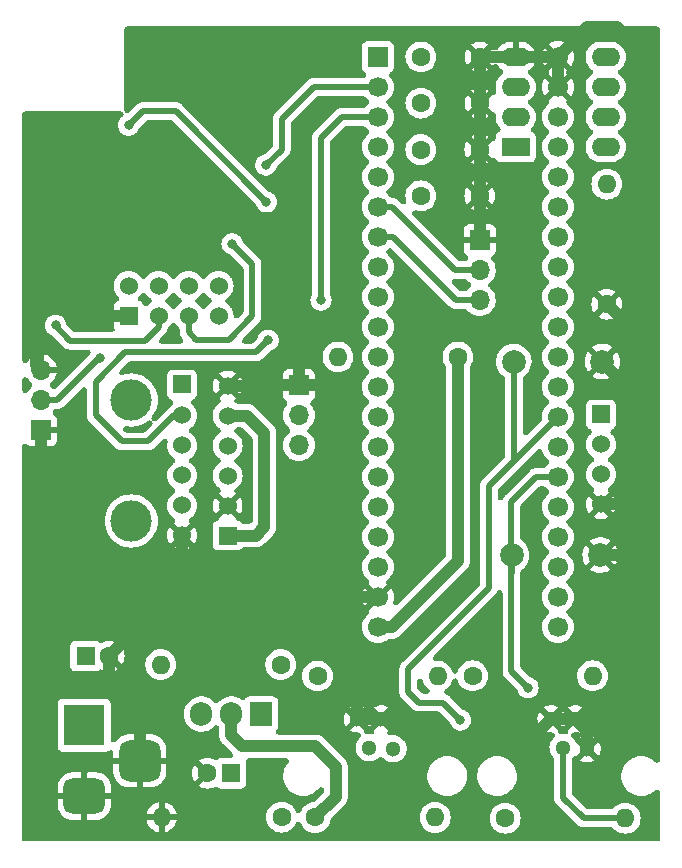
<source format=gbr>
G04 #@! TF.GenerationSoftware,KiCad,Pcbnew,(6.0.4)*
G04 #@! TF.CreationDate,2023-10-14T22:55:31+07:00*
G04 #@! TF.ProjectId,09-Prototype-Final-BugFixing,30392d50-726f-4746-9f74-7970652d4669,rev?*
G04 #@! TF.SameCoordinates,Original*
G04 #@! TF.FileFunction,Copper,L1,Top*
G04 #@! TF.FilePolarity,Positive*
%FSLAX46Y46*%
G04 Gerber Fmt 4.6, Leading zero omitted, Abs format (unit mm)*
G04 Created by KiCad (PCBNEW (6.0.4)) date 2023-10-14 22:55:31*
%MOMM*%
%LPD*%
G01*
G04 APERTURE LIST*
G04 Aperture macros list*
%AMRoundRect*
0 Rectangle with rounded corners*
0 $1 Rounding radius*
0 $2 $3 $4 $5 $6 $7 $8 $9 X,Y pos of 4 corners*
0 Add a 4 corners polygon primitive as box body*
4,1,4,$2,$3,$4,$5,$6,$7,$8,$9,$2,$3,0*
0 Add four circle primitives for the rounded corners*
1,1,$1+$1,$2,$3*
1,1,$1+$1,$4,$5*
1,1,$1+$1,$6,$7*
1,1,$1+$1,$8,$9*
0 Add four rect primitives between the rounded corners*
20,1,$1+$1,$2,$3,$4,$5,0*
20,1,$1+$1,$4,$5,$6,$7,0*
20,1,$1+$1,$6,$7,$8,$9,0*
20,1,$1+$1,$8,$9,$2,$3,0*%
G04 Aperture macros list end*
G04 #@! TA.AperFunction,ComponentPad*
%ADD10R,1.905000X2.000000*%
G04 #@! TD*
G04 #@! TA.AperFunction,ComponentPad*
%ADD11O,1.905000X2.000000*%
G04 #@! TD*
G04 #@! TA.AperFunction,ComponentPad*
%ADD12C,1.524000*%
G04 #@! TD*
G04 #@! TA.AperFunction,ComponentPad*
%ADD13R,1.524000X1.524000*%
G04 #@! TD*
G04 #@! TA.AperFunction,WasherPad*
%ADD14C,3.500000*%
G04 #@! TD*
G04 #@! TA.AperFunction,ComponentPad*
%ADD15O,2.400000X1.600000*%
G04 #@! TD*
G04 #@! TA.AperFunction,ComponentPad*
%ADD16R,2.400000X1.600000*%
G04 #@! TD*
G04 #@! TA.AperFunction,ComponentPad*
%ADD17O,1.600000X1.600000*%
G04 #@! TD*
G04 #@! TA.AperFunction,ComponentPad*
%ADD18C,1.600000*%
G04 #@! TD*
G04 #@! TA.AperFunction,ComponentPad*
%ADD19R,1.700000X1.700000*%
G04 #@! TD*
G04 #@! TA.AperFunction,ComponentPad*
%ADD20O,1.700000X1.700000*%
G04 #@! TD*
G04 #@! TA.AperFunction,ComponentPad*
%ADD21R,1.600000X1.600000*%
G04 #@! TD*
G04 #@! TA.AperFunction,ComponentPad*
%ADD22C,2.000000*%
G04 #@! TD*
G04 #@! TA.AperFunction,ComponentPad*
%ADD23C,1.300000*%
G04 #@! TD*
G04 #@! TA.AperFunction,ComponentPad*
%ADD24R,3.500000X3.500000*%
G04 #@! TD*
G04 #@! TA.AperFunction,ComponentPad*
%ADD25RoundRect,0.750000X1.000000X-0.750000X1.000000X0.750000X-1.000000X0.750000X-1.000000X-0.750000X0*%
G04 #@! TD*
G04 #@! TA.AperFunction,ComponentPad*
%ADD26RoundRect,0.875000X0.875000X-0.875000X0.875000X0.875000X-0.875000X0.875000X-0.875000X-0.875000X0*%
G04 #@! TD*
G04 #@! TA.AperFunction,ComponentPad*
%ADD27C,1.700000*%
G04 #@! TD*
G04 #@! TA.AperFunction,ViaPad*
%ADD28C,0.800000*%
G04 #@! TD*
G04 #@! TA.AperFunction,Conductor*
%ADD29C,1.000000*%
G04 #@! TD*
G04 #@! TA.AperFunction,Conductor*
%ADD30C,0.500000*%
G04 #@! TD*
G04 APERTURE END LIST*
D10*
G04 #@! TO.P,U6,1,ADJ*
G04 #@! TO.N,/V_adj*
X170730000Y-98725000D03*
D11*
G04 #@! TO.P,U6,2,VO*
G04 #@! TO.N,+3V3*
X168190000Y-98725000D03*
G04 #@! TO.P,U6,3,VI*
G04 #@! TO.N,VCC*
X165650000Y-98725000D03*
G04 #@! TD*
D12*
G04 #@! TO.P,U5,5,ADDR*
G04 #@! TO.N,GND*
X167890000Y-70900000D03*
G04 #@! TO.P,U5,4,SDA*
G04 #@! TO.N,I2C_SDA*
X167890000Y-75980000D03*
G04 #@! TO.P,U5,3,SCL*
G04 #@! TO.N,I2C_CLK*
X167890000Y-78520000D03*
G04 #@! TO.P,U5,2,GND*
G04 #@! TO.N,GND*
X167890000Y-81060000D03*
G04 #@! TO.P,U5,1,VCC*
G04 #@! TO.N,+3V3*
X167890000Y-73440000D03*
D13*
X167890000Y-83600000D03*
D14*
G04 #@! TO.P,U5,*
G04 #@! TO.N,*
X159740000Y-82370000D03*
X159740000Y-72130000D03*
G04 #@! TD*
D15*
G04 #@! TO.P,U4,8,V+*
G04 #@! TO.N,+3V3*
X199905000Y-50700000D03*
G04 #@! TO.P,U4,7*
G04 #@! TO.N,unconnected-(U4-Pad7)*
X199905000Y-48160000D03*
G04 #@! TO.P,U4,6,-*
G04 #@! TO.N,unconnected-(U4-Pad6)*
X199905000Y-45620000D03*
G04 #@! TO.P,U4,5,+*
G04 #@! TO.N,unconnected-(U4-Pad5)*
X199905000Y-43080000D03*
G04 #@! TO.P,U4,4,V-*
G04 #@! TO.N,GND*
X192285000Y-43080000D03*
G04 #@! TO.P,U4,3,+*
G04 #@! TO.N,/Passive LPF*
X192285000Y-45620000D03*
G04 #@! TO.P,U4,2,-*
G04 #@! TO.N,Wind_Vane*
X192285000Y-48160000D03*
D16*
G04 #@! TO.P,U4,1*
X192285000Y-50700000D03*
G04 #@! TD*
D13*
G04 #@! TO.P,U3,1,GND*
G04 #@! TO.N,GND*
X159510000Y-64990000D03*
D12*
G04 #@! TO.P,U3,2,VCC*
G04 #@! TO.N,+3V3*
X159510000Y-62450000D03*
G04 #@! TO.P,U3,3,RST*
G04 #@! TO.N,LoRa_Reset*
X162050000Y-64990000D03*
G04 #@! TO.P,U3,4,NCSS*
G04 #@! TO.N,LoRa_NCSS*
X162050000Y-62450000D03*
G04 #@! TO.P,U3,5,SCLK*
G04 #@! TO.N,LoRa_SCLK*
X164590000Y-64990000D03*
G04 #@! TO.P,U3,6,MOSI*
G04 #@! TO.N,LoRa_MOSI*
X164590000Y-62450000D03*
G04 #@! TO.P,U3,7,MISO*
G04 #@! TO.N,LoRa_MISO*
X167130000Y-64990000D03*
G04 #@! TO.P,U3,8,DIO0*
G04 #@! TO.N,LoRa_DIO0*
X167130000Y-62450000D03*
G04 #@! TD*
D13*
G04 #@! TO.P,U2,1,SCL*
G04 #@! TO.N,unconnected-(U2-Pad1)*
X199510000Y-73350000D03*
D12*
G04 #@! TO.P,U2,2,SDA*
G04 #@! TO.N,unconnected-(U2-Pad2)*
X199510000Y-75890000D03*
G04 #@! TO.P,U2,3,VCC*
G04 #@! TO.N,+3V3*
X199510000Y-78430000D03*
G04 #@! TO.P,U2,4,GND*
G04 #@! TO.N,GND*
X199510000Y-80970000D03*
D13*
G04 #@! TO.P,U2,5,32K*
G04 #@! TO.N,/32768Hz out*
X164050000Y-70810000D03*
D12*
G04 #@! TO.P,U2,6,SQW*
G04 #@! TO.N,RTC_ALARM*
X164050000Y-73430000D03*
G04 #@! TO.P,U2,7,SCL*
G04 #@! TO.N,I2C_CLK*
X164050000Y-78510000D03*
G04 #@! TO.P,U2,8,SDA*
G04 #@! TO.N,I2C_SDA*
X164050000Y-75970000D03*
G04 #@! TO.P,U2,9,VCC*
G04 #@! TO.N,unconnected-(U2-Pad9)*
X164050000Y-81050000D03*
G04 #@! TO.P,U2,10,GND*
G04 #@! TO.N,GND*
X164050000Y-83590000D03*
G04 #@! TD*
D17*
G04 #@! TO.P,R8,2*
G04 #@! TO.N,GND*
X162310000Y-107440000D03*
D18*
G04 #@! TO.P,R8,1*
G04 #@! TO.N,/V_adj*
X172470000Y-107440000D03*
G04 #@! TD*
G04 #@! TO.P,R7,1*
G04 #@! TO.N,/V_adj*
X172390000Y-94530000D03*
D17*
G04 #@! TO.P,R7,2*
G04 #@! TO.N,+3V3*
X162230000Y-94530000D03*
G04 #@! TD*
D18*
G04 #@! TO.P,R6,1*
G04 #@! TO.N,+3V3*
X187400000Y-68480000D03*
D17*
G04 #@! TO.P,R6,2*
G04 #@! TO.N,DS18B20*
X177240000Y-68480000D03*
G04 #@! TD*
D18*
G04 #@! TO.P,R5,1*
G04 #@! TO.N,+3V3*
X191400000Y-107540000D03*
D17*
G04 #@! TO.P,R5,2*
G04 #@! TO.N,Rain_Gauge*
X201560000Y-107540000D03*
G04 #@! TD*
D18*
G04 #@! TO.P,R4,1*
G04 #@! TO.N,GND*
X200000000Y-64010000D03*
D17*
G04 #@! TO.P,R4,2*
G04 #@! TO.N,Wind_Vane*
X200000000Y-53850000D03*
G04 #@! TD*
D18*
G04 #@! TO.P,R3,1*
G04 #@! TO.N,WindVane_raw*
X188640000Y-95480000D03*
D17*
G04 #@! TO.P,R3,2*
G04 #@! TO.N,/Passive LPF*
X198800000Y-95480000D03*
G04 #@! TD*
D18*
G04 #@! TO.P,R2,1*
G04 #@! TO.N,+3V3*
X175310000Y-107460000D03*
D17*
G04 #@! TO.P,R2,2*
G04 #@! TO.N,Anemometer*
X185470000Y-107460000D03*
G04 #@! TD*
D18*
G04 #@! TO.P,R1,1*
G04 #@! TO.N,+3V3*
X175510000Y-95490000D03*
D17*
G04 #@! TO.P,R1,2*
G04 #@! TO.N,WindVane_raw*
X185670000Y-95490000D03*
G04 #@! TD*
D19*
G04 #@! TO.P,J6,1,Pin_1*
G04 #@! TO.N,GND*
X173925000Y-70875000D03*
D20*
G04 #@! TO.P,J6,2,Pin_2*
G04 #@! TO.N,DS18B20*
X173925000Y-73415000D03*
G04 #@! TO.P,J6,3,Pin_3*
G04 #@! TO.N,+3V3*
X173925000Y-75955000D03*
G04 #@! TD*
D19*
G04 #@! TO.P,J3,1,Pin_1*
G04 #@! TO.N,GND*
X189240000Y-58580000D03*
D20*
G04 #@! TO.P,J3,2,Pin_2*
G04 #@! TO.N,UART_TX*
X189240000Y-61120000D03*
G04 #@! TO.P,J3,3,Pin_3*
G04 #@! TO.N,UART_RX*
X189240000Y-63660000D03*
G04 #@! TD*
D21*
G04 #@! TO.P,C8,1*
G04 #@! TO.N,+3V3*
X168190000Y-103720000D03*
D18*
G04 #@! TO.P,C8,2*
G04 #@! TO.N,GND*
X166190000Y-103720000D03*
G04 #@! TD*
D21*
G04 #@! TO.P,C7,1*
G04 #@! TO.N,VCC*
X155864888Y-93810000D03*
D18*
G04 #@! TO.P,C7,2*
G04 #@! TO.N,GND*
X157864888Y-93810000D03*
G04 #@! TD*
D22*
G04 #@! TO.P,C6,1*
G04 #@! TO.N,GND*
X199440000Y-85250000D03*
G04 #@! TO.P,C6,2*
G04 #@! TO.N,Rain_Gauge*
X191940000Y-85250000D03*
G04 #@! TD*
D18*
G04 #@! TO.P,C5,1*
G04 #@! TO.N,/Passive LPF*
X184250000Y-54840000D03*
G04 #@! TO.P,C5,2*
G04 #@! TO.N,GND*
X189250000Y-54840000D03*
G04 #@! TD*
G04 #@! TO.P,C4,1*
G04 #@! TO.N,/Passive LPF*
X184250000Y-50920000D03*
G04 #@! TO.P,C4,2*
G04 #@! TO.N,GND*
X189250000Y-50920000D03*
G04 #@! TD*
G04 #@! TO.P,C3,1*
G04 #@! TO.N,/Passive LPF*
X184260000Y-46990000D03*
G04 #@! TO.P,C3,2*
G04 #@! TO.N,GND*
X189260000Y-46990000D03*
G04 #@! TD*
G04 #@! TO.P,C2,2*
G04 #@! TO.N,GND*
X189260000Y-43080000D03*
G04 #@! TO.P,C2,1*
G04 #@! TO.N,/Passive LPF*
X184260000Y-43080000D03*
G04 #@! TD*
D22*
G04 #@! TO.P,C1,1*
G04 #@! TO.N,GND*
X199630000Y-68870000D03*
G04 #@! TO.P,C1,2*
G04 #@! TO.N,Anemometer*
X192130000Y-68870000D03*
G04 #@! TD*
D23*
G04 #@! TO.P,J5,1*
G04 #@! TO.N,GND*
X195285000Y-99120000D03*
G04 #@! TO.P,J5,2*
X197320000Y-99120000D03*
G04 #@! TO.P,J5,3*
G04 #@! TO.N,Rain_Gauge*
X196300000Y-101560000D03*
G04 #@! TO.P,J5,4*
G04 #@! TO.N,GND*
X198335000Y-101660000D03*
G04 #@! TD*
D24*
G04 #@! TO.P,J1,1*
G04 #@! TO.N,VCC*
X155760500Y-99664000D03*
D25*
G04 #@! TO.P,J1,2*
G04 #@! TO.N,GND*
X155760500Y-105664000D03*
D26*
G04 #@! TO.P,J1,3*
X160460500Y-102664000D03*
G04 #@! TD*
D19*
G04 #@! TO.P,J2,1,Pin_1*
G04 #@! TO.N,GND*
X152105000Y-74655000D03*
D20*
G04 #@! TO.P,J2,2,Pin_2*
G04 #@! TO.N,/32768Hz out*
X152105000Y-72115000D03*
G04 #@! TO.P,J2,3,Pin_3*
G04 #@! TO.N,GND*
X152105000Y-69575000D03*
G04 #@! TD*
D23*
G04 #@! TO.P,J4,1*
G04 #@! TO.N,GND*
X178865000Y-99120000D03*
G04 #@! TO.P,J4,2*
X180900000Y-99120000D03*
G04 #@! TO.P,J4,3*
G04 #@! TO.N,Anemometer*
X179880000Y-101560000D03*
G04 #@! TO.P,J4,4*
G04 #@! TO.N,WindVane_raw*
X181915000Y-101660000D03*
G04 #@! TD*
D19*
G04 #@! TO.P,U1,1,PB12*
G04 #@! TO.N,LoRa_NCSS*
X180610000Y-43080000D03*
D27*
G04 #@! TO.P,U1,2,PB13*
G04 #@! TO.N,LoRa_SCLK*
X180610000Y-45620000D03*
G04 #@! TO.P,U1,3,PB14*
G04 #@! TO.N,LoRa_MISO*
X180610000Y-48160000D03*
G04 #@! TO.P,U1,4,PB15*
G04 #@! TO.N,LoRa_MOSI*
X180610000Y-50700000D03*
G04 #@! TO.P,U1,5,PA8*
G04 #@! TO.N,LoRa_Reset*
X180610000Y-53240000D03*
G04 #@! TO.P,U1,6,PA9*
G04 #@! TO.N,UART_TX*
X180610000Y-55780000D03*
G04 #@! TO.P,U1,7,PA10*
G04 #@! TO.N,UART_RX*
X180610000Y-58320000D03*
G04 #@! TO.P,U1,8,PA11*
G04 #@! TO.N,LoRa_DIO0*
X180610000Y-60860000D03*
G04 #@! TO.P,U1,9,PA12*
G04 #@! TO.N,unconnected-(U1-Pad9)*
X180610000Y-63400000D03*
G04 #@! TO.P,U1,10,PA15*
G04 #@! TO.N,RTC_ALARM*
X180610000Y-65940000D03*
G04 #@! TO.P,U1,11,PB3*
G04 #@! TO.N,DS18B20*
X180610000Y-68480000D03*
G04 #@! TO.P,U1,12,PB4*
G04 #@! TO.N,unconnected-(U1-Pad12)*
X180610000Y-71020000D03*
G04 #@! TO.P,U1,13,PB5*
G04 #@! TO.N,unconnected-(U1-Pad13)*
X180610000Y-73560000D03*
G04 #@! TO.P,U1,14,PB6*
G04 #@! TO.N,I2C_CLK*
X180610000Y-76100000D03*
G04 #@! TO.P,U1,15,PB7*
G04 #@! TO.N,I2C_SDA*
X180610000Y-78640000D03*
G04 #@! TO.P,U1,16,PB8*
G04 #@! TO.N,unconnected-(U1-Pad16)*
X180610000Y-81180000D03*
G04 #@! TO.P,U1,17,PB9*
G04 #@! TO.N,unconnected-(U1-Pad17)*
X180610000Y-83720000D03*
G04 #@! TO.P,U1,18,5V*
G04 #@! TO.N,unconnected-(U1-Pad18)*
X180610000Y-86260000D03*
G04 #@! TO.P,U1,19,GND*
G04 #@! TO.N,GND*
X180610000Y-88800000D03*
G04 #@! TO.P,U1,20,3V3*
G04 #@! TO.N,+3V3*
X180610000Y-91340000D03*
G04 #@! TO.P,U1,21,VBat*
G04 #@! TO.N,unconnected-(U1-Pad21)*
X195850000Y-91340000D03*
G04 #@! TO.P,U1,22,PC13*
G04 #@! TO.N,unconnected-(U1-Pad22)*
X195850000Y-88800000D03*
G04 #@! TO.P,U1,23,PC14*
G04 #@! TO.N,unconnected-(U1-Pad23)*
X195850000Y-86260000D03*
G04 #@! TO.P,U1,24,PC15*
G04 #@! TO.N,unconnected-(U1-Pad24)*
X195850000Y-83720000D03*
G04 #@! TO.P,U1,25,PA0*
G04 #@! TO.N,unconnected-(U1-Pad25)*
X195850000Y-81180000D03*
G04 #@! TO.P,U1,26,PA1*
G04 #@! TO.N,Rain_Gauge*
X195850000Y-78640000D03*
G04 #@! TO.P,U1,27,PA2*
G04 #@! TO.N,unconnected-(U1-Pad27)*
X195850000Y-76100000D03*
G04 #@! TO.P,U1,28,PA3*
G04 #@! TO.N,Anemometer*
X195850000Y-73560000D03*
G04 #@! TO.P,U1,29,PA4*
G04 #@! TO.N,unconnected-(U1-Pad29)*
X195850000Y-71020000D03*
G04 #@! TO.P,U1,30,PA5*
G04 #@! TO.N,unconnected-(U1-Pad30)*
X195850000Y-68480000D03*
G04 #@! TO.P,U1,31,PA6*
G04 #@! TO.N,unconnected-(U1-Pad31)*
X195850000Y-65940000D03*
G04 #@! TO.P,U1,32,PA7*
G04 #@! TO.N,unconnected-(U1-Pad32)*
X195850000Y-63400000D03*
G04 #@! TO.P,U1,33,PB0*
G04 #@! TO.N,unconnected-(U1-Pad33)*
X195850000Y-60860000D03*
G04 #@! TO.P,U1,34,PB1*
G04 #@! TO.N,Wind_Vane*
X195850000Y-58320000D03*
G04 #@! TO.P,U1,35,PB10*
G04 #@! TO.N,unconnected-(U1-Pad35)*
X195850000Y-55780000D03*
G04 #@! TO.P,U1,36,PB11*
G04 #@! TO.N,unconnected-(U1-Pad36)*
X195850000Y-53240000D03*
G04 #@! TO.P,U1,37,RST*
G04 #@! TO.N,unconnected-(U1-Pad37)*
X195850000Y-50700000D03*
G04 #@! TO.P,U1,38,3V3*
G04 #@! TO.N,+3V3*
X195850000Y-48160000D03*
G04 #@! TO.P,U1,39,GND*
G04 #@! TO.N,GND*
X195850000Y-45620000D03*
G04 #@! TO.P,U1,40,GND*
X195850000Y-43080000D03*
G04 #@! TD*
D28*
G04 #@! TO.N,Rain_Gauge*
X193330000Y-96480000D03*
G04 #@! TO.N,Anemometer*
X187600000Y-99210000D03*
G04 #@! TO.N,/32768Hz out*
X157075812Y-68608549D03*
G04 #@! TO.N,RTC_ALARM*
X171320000Y-67060000D03*
G04 #@! TO.N,GND*
X173390000Y-81050000D03*
G04 #@! TO.N,LoRa_Reset*
X171180000Y-55350000D03*
X159520000Y-48870000D03*
X153340000Y-65800000D03*
G04 #@! TO.N,LoRa_SCLK*
X171140000Y-52220000D03*
X168280000Y-58900000D03*
G04 #@! TO.N,LoRa_MISO*
X175800000Y-63670000D03*
G04 #@! TD*
D29*
G04 #@! TO.N,GND*
X202650000Y-66660000D02*
X202650000Y-67030000D01*
X202650000Y-67030000D02*
X202650000Y-72250000D01*
X202650000Y-42330000D02*
X202650000Y-67030000D01*
X200000000Y-64010000D02*
X202650000Y-66660000D01*
X202650000Y-71890000D02*
X202650000Y-72250000D01*
X199630000Y-68870000D02*
X202650000Y-71890000D01*
X202650000Y-72250000D02*
X202650000Y-82610000D01*
X202650000Y-82610000D02*
X202650000Y-86970000D01*
X202650000Y-82460000D02*
X202650000Y-82610000D01*
X201160000Y-80970000D02*
X202650000Y-82460000D01*
X199440000Y-85250000D02*
X200930000Y-85250000D01*
X202650000Y-86970000D02*
X202650000Y-95860000D01*
X200930000Y-85250000D02*
X202650000Y-86970000D01*
X200890000Y-40570000D02*
X202650000Y-42330000D01*
X198360000Y-40570000D02*
X200890000Y-40570000D01*
X202650000Y-95860000D02*
X199390000Y-99120000D01*
X195850000Y-43080000D02*
X198360000Y-40570000D01*
X199390000Y-99120000D02*
X197320000Y-99120000D01*
D30*
G04 #@! TO.N,Rain_Gauge*
X198030000Y-107540000D02*
X201560000Y-107540000D01*
X196300000Y-105810000D02*
X198030000Y-107540000D01*
X196300000Y-101560000D02*
X196300000Y-105810000D01*
D29*
G04 #@! TO.N,GND*
X151680000Y-69150000D02*
X151680000Y-63630000D01*
X151680000Y-63630000D02*
X153140000Y-62170000D01*
X152105000Y-69575000D02*
X151680000Y-69150000D01*
D30*
G04 #@! TO.N,LoRa_Reset*
X162050000Y-65980000D02*
X162050000Y-64990000D01*
X154560000Y-67100000D02*
X160930000Y-67100000D01*
X153340000Y-65880000D02*
X154560000Y-67100000D01*
X153340000Y-65800000D02*
X153340000Y-65880000D01*
X160930000Y-67100000D02*
X162050000Y-65980000D01*
D29*
G04 #@! TO.N,GND*
X192285000Y-43080000D02*
X195850000Y-43080000D01*
X189260000Y-43080000D02*
X192285000Y-43080000D01*
D30*
G04 #@! TO.N,UART_RX*
X181890000Y-58320000D02*
X187230000Y-63660000D01*
X180610000Y-58320000D02*
X181890000Y-58320000D01*
X187230000Y-63660000D02*
X189240000Y-63660000D01*
G04 #@! TO.N,Anemometer*
X192130000Y-77280000D02*
X192130000Y-68870000D01*
X190000000Y-79410000D02*
X192130000Y-77280000D01*
D29*
G04 #@! TO.N,+3V3*
X181812081Y-91340000D02*
X187400000Y-85752081D01*
X187400000Y-85752081D02*
X187400000Y-68480000D01*
X180610000Y-91340000D02*
X181812081Y-91340000D01*
G04 #@! TO.N,GND*
X189250000Y-54840000D02*
X189250000Y-50920000D01*
X189250000Y-50920000D02*
X189250000Y-47000000D01*
X173925000Y-61635000D02*
X173925000Y-70875000D01*
X153140000Y-53520000D02*
X155380000Y-51280000D01*
X155380000Y-51280000D02*
X163570000Y-51280000D01*
X163570000Y-51280000D02*
X173925000Y-61635000D01*
X153140000Y-62170000D02*
X153140000Y-53520000D01*
X170235000Y-70875000D02*
X170210000Y-70900000D01*
X173925000Y-70875000D02*
X170235000Y-70875000D01*
X176475000Y-70875000D02*
X173925000Y-70875000D01*
X177590000Y-76850000D02*
X177590000Y-71990000D01*
X177590000Y-71990000D02*
X176475000Y-70875000D01*
X173390000Y-81050000D02*
X177590000Y-76850000D01*
D30*
G04 #@! TO.N,Rain_Gauge*
X191940000Y-86740000D02*
X191940000Y-85250000D01*
X191930000Y-86750000D02*
X191930000Y-80720000D01*
X191930000Y-95080000D02*
X191930000Y-86750000D01*
X191930000Y-86750000D02*
X191940000Y-86740000D01*
X191930000Y-80720000D02*
X194010000Y-78640000D01*
X194010000Y-78640000D02*
X195850000Y-78640000D01*
X193330000Y-96480000D02*
X191930000Y-95080000D01*
G04 #@! TO.N,Anemometer*
X183190000Y-94880000D02*
X190000000Y-88070000D01*
X190000000Y-79410000D02*
X195850000Y-73560000D01*
X184080000Y-97740000D02*
X183190000Y-96850000D01*
X186130000Y-97740000D02*
X184080000Y-97740000D01*
X183190000Y-96850000D02*
X183190000Y-94880000D01*
X187600000Y-99210000D02*
X186130000Y-97740000D01*
X190000000Y-88070000D02*
X190000000Y-79410000D01*
D29*
G04 #@! TO.N,GND*
X193205000Y-101200000D02*
X195285000Y-99120000D01*
X184720000Y-101200000D02*
X193205000Y-101200000D01*
X182640000Y-99120000D02*
X184720000Y-101200000D01*
X180900000Y-99120000D02*
X182640000Y-99120000D01*
X152105000Y-86451090D02*
X156931354Y-91277444D01*
X152105000Y-74655000D02*
X152105000Y-86451090D01*
X160397444Y-91277444D02*
X162874888Y-88800000D01*
X156931354Y-91277444D02*
X160397444Y-91277444D01*
X157864888Y-93810000D02*
X160397444Y-91277444D01*
X201160000Y-80970000D02*
X199510000Y-80970000D01*
D30*
G04 #@! TO.N,/32768Hz out*
X153485000Y-72115000D02*
X152105000Y-72115000D01*
X156991451Y-68608549D02*
X153485000Y-72115000D01*
X157075812Y-68608549D02*
X156991451Y-68608549D01*
G04 #@! TO.N,RTC_ALARM*
X156720000Y-70590000D02*
X159210480Y-68099520D01*
X159210480Y-68099520D02*
X170280480Y-68099520D01*
X170280480Y-68099520D02*
X171320000Y-67060000D01*
X158930000Y-75630000D02*
X156720000Y-73420000D01*
X163370000Y-73430000D02*
X161170000Y-75630000D01*
X156720000Y-73420000D02*
X156720000Y-70590000D01*
X164050000Y-73430000D02*
X163370000Y-73430000D01*
X161170000Y-75630000D02*
X158930000Y-75630000D01*
G04 #@! TO.N,LoRa_SCLK*
X164590000Y-66370000D02*
X164590000Y-64990000D01*
X165250000Y-67030000D02*
X164590000Y-66370000D01*
X170000000Y-65030000D02*
X168000000Y-67030000D01*
X168000000Y-67030000D02*
X165250000Y-67030000D01*
X170000000Y-60620000D02*
X170000000Y-65030000D01*
X168280000Y-58900000D02*
X170000000Y-60620000D01*
D29*
G04 #@! TO.N,GND*
X173390000Y-81050000D02*
X173390000Y-83800000D01*
X164050000Y-85620000D02*
X164050000Y-83590000D01*
X167230000Y-88800000D02*
X164050000Y-85620000D01*
X189250000Y-58570000D02*
X189240000Y-58580000D01*
X189250000Y-54840000D02*
X189250000Y-58570000D01*
D30*
G04 #@! TO.N,UART_TX*
X187160000Y-61120000D02*
X189240000Y-61120000D01*
X180610000Y-55780000D02*
X181820000Y-55780000D01*
X181820000Y-55780000D02*
X187160000Y-61120000D01*
G04 #@! TO.N,LoRa_Reset*
X163490000Y-47660000D02*
X171180000Y-55350000D01*
X162410000Y-47660000D02*
X163490000Y-47660000D01*
X160730000Y-47660000D02*
X162410000Y-47660000D01*
G04 #@! TO.N,LoRa_SCLK*
X175180000Y-45620000D02*
X180610000Y-45620000D01*
X172480000Y-48320000D02*
X175180000Y-45620000D01*
X171180000Y-52220000D02*
X172480000Y-50920000D01*
X171140000Y-52220000D02*
X171180000Y-52220000D01*
X172480000Y-50920000D02*
X172480000Y-48320000D01*
G04 #@! TO.N,LoRa_Reset*
X159520000Y-48870000D02*
X160730000Y-47660000D01*
G04 #@! TO.N,LoRa_MISO*
X177550000Y-48160000D02*
X180610000Y-48160000D01*
X175800000Y-49910000D02*
X177550000Y-48160000D01*
X175800000Y-63670000D02*
X175800000Y-49910000D01*
D29*
G04 #@! TO.N,GND*
X155960000Y-64990000D02*
X159510000Y-64990000D01*
X153140000Y-62170000D02*
X155960000Y-64990000D01*
X162874888Y-88800000D02*
X167230000Y-88800000D01*
X167230000Y-88800000D02*
X172280000Y-88800000D01*
X173390000Y-83800000D02*
X178390000Y-88800000D01*
X167890000Y-70900000D02*
X170210000Y-70900000D01*
X172280000Y-88800000D02*
X178390000Y-88800000D01*
X178390000Y-88800000D02*
X180610000Y-88800000D01*
G04 #@! TO.N,+3V3*
X170260000Y-83600000D02*
X167890000Y-83600000D01*
X171010000Y-82850000D02*
X170260000Y-83600000D01*
X169510000Y-73440000D02*
X171010000Y-74940000D01*
X171010000Y-74940000D02*
X171010000Y-82850000D01*
X167890000Y-73440000D02*
X169510000Y-73440000D01*
G04 #@! TO.N,GND*
X189260000Y-43080000D02*
X189260000Y-46990000D01*
X198340000Y-100500000D02*
X198335000Y-100505000D01*
X198340000Y-100140000D02*
X198340000Y-100500000D01*
X197320000Y-99120000D02*
X198340000Y-100140000D01*
X198335000Y-100505000D02*
X198335000Y-101660000D01*
X195285000Y-99120000D02*
X197320000Y-99120000D01*
X178865000Y-99120000D02*
X180900000Y-99120000D01*
X178865000Y-95385000D02*
X172280000Y-88800000D01*
X178865000Y-99120000D02*
X178865000Y-95385000D01*
X157864888Y-95674888D02*
X157864888Y-93810000D01*
X160460500Y-98270500D02*
X157864888Y-95674888D01*
X160460500Y-102664000D02*
X160460500Y-98270500D01*
G04 #@! TO.N,+3V3*
X177070000Y-105700000D02*
X175310000Y-107460000D01*
X175310000Y-101450000D02*
X177070000Y-103210000D01*
X177070000Y-103210000D02*
X177070000Y-105700000D01*
X169140000Y-101450000D02*
X175310000Y-101450000D01*
X168190000Y-100500000D02*
X169140000Y-101450000D01*
X168190000Y-98725000D02*
X168190000Y-100500000D01*
G04 #@! TO.N,GND*
X195850000Y-45620000D02*
X195850000Y-43080000D01*
G04 #@! TD*
G04 #@! TA.AperFunction,Conductor*
G04 #@! TO.N,GND*
G36*
X204345788Y-40519454D02*
G01*
X204426570Y-40573430D01*
X204480546Y-40654212D01*
X204499500Y-40749500D01*
X204499500Y-102571513D01*
X204480546Y-102666801D01*
X204426570Y-102747583D01*
X204345788Y-102801559D01*
X204250500Y-102820513D01*
X204155212Y-102801559D01*
X204073970Y-102747121D01*
X204017975Y-102690832D01*
X204011304Y-102684126D01*
X204003700Y-102678510D01*
X204003697Y-102678507D01*
X203859716Y-102572162D01*
X203805643Y-102532223D01*
X203579371Y-102413175D01*
X203570434Y-102410089D01*
X203570427Y-102410086D01*
X203451777Y-102369116D01*
X203337695Y-102329723D01*
X203328391Y-102328024D01*
X203328388Y-102328023D01*
X203188142Y-102302410D01*
X203086177Y-102283788D01*
X203078214Y-102283371D01*
X203078208Y-102283370D01*
X203045186Y-102281640D01*
X203004357Y-102279500D01*
X202844993Y-102279500D01*
X202737866Y-102287649D01*
X202664493Y-102293230D01*
X202664489Y-102293231D01*
X202655058Y-102293948D01*
X202645841Y-102296084D01*
X202645837Y-102296085D01*
X202415193Y-102349545D01*
X202415190Y-102349546D01*
X202405983Y-102351680D01*
X202283498Y-102400547D01*
X202179754Y-102441937D01*
X202168507Y-102446424D01*
X201948094Y-102575998D01*
X201940763Y-102581966D01*
X201940762Y-102581967D01*
X201780787Y-102712207D01*
X201749816Y-102737421D01*
X201578237Y-102926979D01*
X201573024Y-102934870D01*
X201448125Y-103123930D01*
X201437305Y-103140308D01*
X201330263Y-103372501D01*
X201259574Y-103618213D01*
X201226865Y-103871791D01*
X201232889Y-104127398D01*
X201277506Y-104379153D01*
X201359691Y-104621263D01*
X201477553Y-104848155D01*
X201523732Y-104911366D01*
X201603460Y-105020500D01*
X201628378Y-105054609D01*
X201808696Y-105235874D01*
X201816300Y-105241490D01*
X201816303Y-105241493D01*
X201865362Y-105277728D01*
X202014357Y-105387777D01*
X202240629Y-105506825D01*
X202249566Y-105509911D01*
X202249573Y-105509914D01*
X202358161Y-105547409D01*
X202482305Y-105590277D01*
X202491609Y-105591976D01*
X202491612Y-105591977D01*
X202609331Y-105613476D01*
X202733823Y-105636212D01*
X202741786Y-105636629D01*
X202741792Y-105636630D01*
X202774814Y-105638360D01*
X202815643Y-105640500D01*
X202975007Y-105640500D01*
X203082134Y-105632351D01*
X203155507Y-105626770D01*
X203155511Y-105626769D01*
X203164942Y-105626052D01*
X203174159Y-105623916D01*
X203174163Y-105623915D01*
X203404807Y-105570455D01*
X203404810Y-105570454D01*
X203414017Y-105568320D01*
X203587434Y-105499133D01*
X203642703Y-105477083D01*
X203642704Y-105477082D01*
X203651493Y-105473576D01*
X203871906Y-105344002D01*
X204070184Y-105182579D01*
X204076537Y-105175561D01*
X204079098Y-105173130D01*
X204161264Y-105121286D01*
X204257016Y-105104832D01*
X204351775Y-105126273D01*
X204431117Y-105182345D01*
X204482961Y-105264511D01*
X204499500Y-105353747D01*
X204499500Y-109250500D01*
X204480546Y-109345788D01*
X204426570Y-109426570D01*
X204345788Y-109480546D01*
X204250500Y-109499500D01*
X150749500Y-109499500D01*
X150654212Y-109480546D01*
X150573430Y-109426570D01*
X150519454Y-109345788D01*
X150500500Y-109250500D01*
X150500500Y-107698260D01*
X161034364Y-107698260D01*
X161035351Y-107705761D01*
X161080921Y-107875830D01*
X161088325Y-107896173D01*
X161175275Y-108082637D01*
X161186097Y-108101382D01*
X161304105Y-108269915D01*
X161318021Y-108286499D01*
X161463501Y-108431979D01*
X161480085Y-108445895D01*
X161648618Y-108563903D01*
X161667363Y-108574725D01*
X161853827Y-108661675D01*
X161874170Y-108669079D01*
X162036313Y-108712525D01*
X162057123Y-108713889D01*
X162059012Y-108710058D01*
X162060000Y-108702553D01*
X162060000Y-108694345D01*
X162560000Y-108694345D01*
X162564069Y-108714803D01*
X162568260Y-108715636D01*
X162575761Y-108714649D01*
X162745830Y-108669079D01*
X162766173Y-108661675D01*
X162952637Y-108574725D01*
X162971382Y-108563903D01*
X163139915Y-108445895D01*
X163156499Y-108431979D01*
X163301979Y-108286499D01*
X163315895Y-108269915D01*
X163433903Y-108101382D01*
X163444725Y-108082637D01*
X163531675Y-107896173D01*
X163539079Y-107875830D01*
X163582525Y-107713687D01*
X163583889Y-107692877D01*
X163580058Y-107690988D01*
X163572553Y-107690000D01*
X162584527Y-107690000D01*
X162564069Y-107694069D01*
X162560000Y-107714527D01*
X162560000Y-108694345D01*
X162060000Y-108694345D01*
X162060000Y-107714527D01*
X162055931Y-107694069D01*
X162035473Y-107690000D01*
X161055655Y-107690000D01*
X161035197Y-107694069D01*
X161034364Y-107698260D01*
X150500500Y-107698260D01*
X150500500Y-106471067D01*
X153510501Y-106471067D01*
X153510909Y-106481131D01*
X153521086Y-106606257D01*
X153524582Y-106627090D01*
X153574679Y-106822208D01*
X153582050Y-106843023D01*
X153665706Y-107025743D01*
X153676651Y-107044933D01*
X153791339Y-107209947D01*
X153805507Y-107226892D01*
X153947608Y-107368993D01*
X153964553Y-107383161D01*
X154129567Y-107497849D01*
X154148757Y-107508794D01*
X154331477Y-107592450D01*
X154352292Y-107599821D01*
X154547415Y-107649920D01*
X154568242Y-107653414D01*
X154693340Y-107663589D01*
X154703449Y-107664000D01*
X155485973Y-107664000D01*
X155506431Y-107659931D01*
X155510500Y-107639473D01*
X155510500Y-107639472D01*
X156010500Y-107639472D01*
X156014569Y-107659930D01*
X156035027Y-107663999D01*
X156817567Y-107663999D01*
X156827631Y-107663591D01*
X156952757Y-107653414D01*
X156973590Y-107649918D01*
X157168708Y-107599821D01*
X157189523Y-107592450D01*
X157372243Y-107508794D01*
X157391433Y-107497849D01*
X157556447Y-107383161D01*
X157573392Y-107368993D01*
X157715493Y-107226892D01*
X157729661Y-107209947D01*
X157745524Y-107187123D01*
X161036111Y-107187123D01*
X161039942Y-107189012D01*
X161047447Y-107190000D01*
X162035473Y-107190000D01*
X162055931Y-107185931D01*
X162060000Y-107165473D01*
X162560000Y-107165473D01*
X162564069Y-107185931D01*
X162584527Y-107190000D01*
X163564345Y-107190000D01*
X163584803Y-107185931D01*
X163585636Y-107181740D01*
X163584649Y-107174239D01*
X163539079Y-107004170D01*
X163531675Y-106983827D01*
X163444725Y-106797363D01*
X163433903Y-106778618D01*
X163315895Y-106610085D01*
X163301979Y-106593501D01*
X163156499Y-106448021D01*
X163139915Y-106434105D01*
X162971382Y-106316097D01*
X162952637Y-106305275D01*
X162766173Y-106218325D01*
X162745830Y-106210921D01*
X162583687Y-106167475D01*
X162562877Y-106166111D01*
X162560988Y-106169942D01*
X162560000Y-106177447D01*
X162560000Y-107165473D01*
X162060000Y-107165473D01*
X162060000Y-106185655D01*
X162055931Y-106165197D01*
X162051740Y-106164364D01*
X162044239Y-106165351D01*
X161874170Y-106210921D01*
X161853827Y-106218325D01*
X161667363Y-106305275D01*
X161648618Y-106316097D01*
X161480085Y-106434105D01*
X161463501Y-106448021D01*
X161318021Y-106593501D01*
X161304105Y-106610085D01*
X161186097Y-106778618D01*
X161175275Y-106797363D01*
X161088325Y-106983827D01*
X161080921Y-107004170D01*
X161037475Y-107166313D01*
X161036111Y-107187123D01*
X157745524Y-107187123D01*
X157844349Y-107044933D01*
X157855294Y-107025743D01*
X157938950Y-106843023D01*
X157946321Y-106822208D01*
X157996420Y-106627085D01*
X157999914Y-106606258D01*
X158010089Y-106481160D01*
X158010500Y-106471051D01*
X158010500Y-105938527D01*
X158006431Y-105918069D01*
X157985973Y-105914000D01*
X156035027Y-105914000D01*
X156014569Y-105918069D01*
X156010500Y-105938527D01*
X156010500Y-107639472D01*
X155510500Y-107639472D01*
X155510500Y-105938527D01*
X155506431Y-105918069D01*
X155485973Y-105914000D01*
X153535028Y-105914000D01*
X153514570Y-105918069D01*
X153510501Y-105938527D01*
X153510501Y-106471067D01*
X150500500Y-106471067D01*
X150500500Y-105389473D01*
X153510500Y-105389473D01*
X153514569Y-105409931D01*
X153535027Y-105414000D01*
X155485973Y-105414000D01*
X155506431Y-105409931D01*
X155510500Y-105389473D01*
X156010500Y-105389473D01*
X156014569Y-105409931D01*
X156035027Y-105414000D01*
X157985972Y-105414000D01*
X158006430Y-105409931D01*
X158010499Y-105389473D01*
X158010499Y-104856933D01*
X158010091Y-104846869D01*
X157999914Y-104721743D01*
X157996418Y-104700910D01*
X157946321Y-104505792D01*
X157938950Y-104484977D01*
X157855294Y-104302257D01*
X157844349Y-104283067D01*
X157729661Y-104118053D01*
X157715493Y-104101108D01*
X157573392Y-103959007D01*
X157556447Y-103944839D01*
X157391433Y-103830151D01*
X157372243Y-103819206D01*
X157189523Y-103735550D01*
X157168708Y-103728179D01*
X156973585Y-103678080D01*
X156952758Y-103674586D01*
X156827660Y-103664411D01*
X156817550Y-103664000D01*
X156035027Y-103664000D01*
X156014569Y-103668069D01*
X156010500Y-103688527D01*
X156010500Y-105389473D01*
X155510500Y-105389473D01*
X155510500Y-103688528D01*
X155506431Y-103668070D01*
X155485973Y-103664001D01*
X154703433Y-103664001D01*
X154693369Y-103664409D01*
X154568243Y-103674586D01*
X154547410Y-103678082D01*
X154352292Y-103728179D01*
X154331477Y-103735550D01*
X154148757Y-103819206D01*
X154129567Y-103830151D01*
X153964553Y-103944839D01*
X153947608Y-103959007D01*
X153805507Y-104101108D01*
X153791339Y-104118053D01*
X153676651Y-104283067D01*
X153665706Y-104302257D01*
X153582050Y-104484977D01*
X153574679Y-104505792D01*
X153524580Y-104700915D01*
X153521086Y-104721742D01*
X153510911Y-104846840D01*
X153510500Y-104856950D01*
X153510500Y-105389473D01*
X150500500Y-105389473D01*
X150500500Y-103627416D01*
X158210501Y-103627416D01*
X158210683Y-103634136D01*
X158213134Y-103679416D01*
X158215255Y-103696508D01*
X158256303Y-103906704D01*
X158262062Y-103926920D01*
X158337260Y-104125401D01*
X158346343Y-104144359D01*
X158453913Y-104327342D01*
X158466048Y-104344480D01*
X158602913Y-104506726D01*
X158617774Y-104521587D01*
X158780020Y-104658452D01*
X158797158Y-104670587D01*
X158980141Y-104778157D01*
X158999099Y-104787240D01*
X159197580Y-104862438D01*
X159217796Y-104868197D01*
X159427987Y-104909244D01*
X159445088Y-104911366D01*
X159490370Y-104913819D01*
X159497080Y-104914000D01*
X160185973Y-104914000D01*
X160206431Y-104909931D01*
X160210500Y-104889473D01*
X160210500Y-104889472D01*
X160710500Y-104889472D01*
X160714569Y-104909930D01*
X160735027Y-104913999D01*
X161423916Y-104913999D01*
X161430636Y-104913817D01*
X161475916Y-104911366D01*
X161493008Y-104909245D01*
X161703204Y-104868197D01*
X161723420Y-104862438D01*
X161921901Y-104787240D01*
X161940859Y-104778157D01*
X162123842Y-104670587D01*
X162140980Y-104658452D01*
X162303226Y-104521587D01*
X162318087Y-104506726D01*
X162454952Y-104344480D01*
X162467087Y-104327342D01*
X162574657Y-104144359D01*
X162583740Y-104125401D01*
X162658938Y-103926920D01*
X162664697Y-103906704D01*
X162699044Y-103730824D01*
X164885981Y-103730824D01*
X164903912Y-103935780D01*
X164907673Y-103957106D01*
X164960918Y-104155820D01*
X164968327Y-104176177D01*
X165055273Y-104362634D01*
X165066100Y-104381386D01*
X165096907Y-104425382D01*
X165111974Y-104439805D01*
X165120308Y-104436138D01*
X165819105Y-103737342D01*
X165830692Y-103720000D01*
X165819105Y-103702658D01*
X165128316Y-103011870D01*
X165110974Y-103000282D01*
X165103402Y-103005342D01*
X165066100Y-103058614D01*
X165055273Y-103077366D01*
X164968327Y-103263823D01*
X164960918Y-103284180D01*
X164907673Y-103482894D01*
X164903912Y-103504220D01*
X164885981Y-103709176D01*
X164885981Y-103730824D01*
X162699044Y-103730824D01*
X162705744Y-103696513D01*
X162707866Y-103679412D01*
X162710319Y-103634130D01*
X162710500Y-103627420D01*
X162710500Y-102938527D01*
X162706431Y-102918069D01*
X162685973Y-102914000D01*
X160735027Y-102914000D01*
X160714569Y-102918069D01*
X160710500Y-102938527D01*
X160710500Y-104889472D01*
X160210500Y-104889472D01*
X160210500Y-102938527D01*
X160206431Y-102918069D01*
X160185973Y-102914000D01*
X158235028Y-102914000D01*
X158214570Y-102918069D01*
X158210501Y-102938527D01*
X158210501Y-103627416D01*
X150500500Y-103627416D01*
X150500500Y-97866623D01*
X153510000Y-97866623D01*
X153510001Y-101461376D01*
X153516649Y-101522580D01*
X153566974Y-101656824D01*
X153652954Y-101771546D01*
X153767676Y-101857526D01*
X153784287Y-101863753D01*
X153887304Y-101902372D01*
X153887305Y-101902372D01*
X153901920Y-101907851D01*
X153963123Y-101914500D01*
X155759299Y-101914500D01*
X157557876Y-101914499D01*
X157619080Y-101907851D01*
X157753324Y-101857526D01*
X157812168Y-101813424D01*
X157899787Y-101771445D01*
X157996800Y-101766191D01*
X158088438Y-101798462D01*
X158160752Y-101863345D01*
X158202731Y-101950963D01*
X158210500Y-102012676D01*
X158210500Y-102389473D01*
X158214569Y-102409931D01*
X158235027Y-102414000D01*
X160185973Y-102414000D01*
X160206431Y-102409931D01*
X160210500Y-102389473D01*
X160710500Y-102389473D01*
X160714569Y-102409931D01*
X160735027Y-102414000D01*
X162685972Y-102414000D01*
X162706430Y-102409931D01*
X162710499Y-102389473D01*
X162710499Y-101700585D01*
X162710317Y-101693864D01*
X162707866Y-101648584D01*
X162705745Y-101631492D01*
X162664697Y-101421296D01*
X162658938Y-101401080D01*
X162583740Y-101202599D01*
X162574657Y-101183641D01*
X162467087Y-101000658D01*
X162454952Y-100983520D01*
X162318087Y-100821274D01*
X162303226Y-100806413D01*
X162140980Y-100669548D01*
X162123842Y-100657413D01*
X161940859Y-100549843D01*
X161921901Y-100540760D01*
X161723420Y-100465562D01*
X161703204Y-100459803D01*
X161493013Y-100418756D01*
X161475912Y-100416634D01*
X161430630Y-100414181D01*
X161423919Y-100414000D01*
X160735027Y-100414000D01*
X160714569Y-100418069D01*
X160710500Y-100438527D01*
X160710500Y-102389473D01*
X160210500Y-102389473D01*
X160210500Y-100438528D01*
X160206431Y-100418070D01*
X160185973Y-100414001D01*
X159497085Y-100414001D01*
X159490364Y-100414183D01*
X159445084Y-100416634D01*
X159427992Y-100418755D01*
X159217796Y-100459803D01*
X159197580Y-100465562D01*
X158999099Y-100540760D01*
X158980141Y-100549843D01*
X158797158Y-100657413D01*
X158780020Y-100669548D01*
X158617774Y-100806413D01*
X158602913Y-100821274D01*
X158466048Y-100983519D01*
X158463221Y-100987512D01*
X158460526Y-100990065D01*
X158459254Y-100991573D01*
X158459085Y-100991430D01*
X158392690Y-101054329D01*
X158301959Y-101089069D01*
X158204839Y-101086443D01*
X158116118Y-101046851D01*
X158049301Y-100976320D01*
X158014561Y-100885589D01*
X158011000Y-100843630D01*
X158010999Y-98833071D01*
X164197000Y-98833071D01*
X164211598Y-99010626D01*
X164214087Y-99020536D01*
X164214088Y-99020541D01*
X164237236Y-99112698D01*
X164269804Y-99242357D01*
X164273878Y-99251726D01*
X164354220Y-99436500D01*
X164365077Y-99461470D01*
X164370627Y-99470048D01*
X164370627Y-99470049D01*
X164447962Y-99589589D01*
X164494858Y-99662079D01*
X164501731Y-99669632D01*
X164501733Y-99669635D01*
X164648788Y-99831247D01*
X164655660Y-99838799D01*
X164843166Y-99986883D01*
X164867109Y-100000100D01*
X165043394Y-100097415D01*
X165043398Y-100097417D01*
X165052340Y-100102353D01*
X165061966Y-100105762D01*
X165061971Y-100105764D01*
X165267935Y-100178699D01*
X165277565Y-100182109D01*
X165512792Y-100224009D01*
X165523013Y-100224134D01*
X165523014Y-100224134D01*
X165663903Y-100225855D01*
X165751704Y-100226928D01*
X165987884Y-100190788D01*
X166098259Y-100154712D01*
X166205271Y-100119735D01*
X166205275Y-100119734D01*
X166214990Y-100116558D01*
X166426923Y-100006233D01*
X166617991Y-99862775D01*
X166740597Y-99734476D01*
X166820132Y-99678681D01*
X166914966Y-99657570D01*
X167010659Y-99674357D01*
X167092645Y-99726487D01*
X167104782Y-99738925D01*
X167124667Y-99760778D01*
X167174779Y-99844011D01*
X167189500Y-99928359D01*
X167189500Y-100482114D01*
X167189403Y-100489067D01*
X167187523Y-100556379D01*
X167187040Y-100573653D01*
X167195389Y-100620999D01*
X167196734Y-100628627D01*
X167199242Y-100646707D01*
X167203582Y-100689434D01*
X167204880Y-100702216D01*
X167208650Y-100714246D01*
X167208651Y-100714251D01*
X167211109Y-100722093D01*
X167218719Y-100753310D01*
X167222336Y-100773821D01*
X167226979Y-100785547D01*
X167226980Y-100785552D01*
X167242878Y-100825707D01*
X167248967Y-100842902D01*
X167261889Y-100884135D01*
X167261892Y-100884142D01*
X167265662Y-100896172D01*
X167271776Y-100907201D01*
X167271777Y-100907204D01*
X167275758Y-100914385D01*
X167289496Y-100943447D01*
X167297160Y-100962805D01*
X167304067Y-100973360D01*
X167304068Y-100973362D01*
X167327720Y-101009506D01*
X167337143Y-101025127D01*
X167364203Y-101073944D01*
X167377759Y-101089760D01*
X167397054Y-101115459D01*
X167403216Y-101124877D01*
X167403220Y-101124882D01*
X167408455Y-101132882D01*
X167412917Y-101137838D01*
X167448489Y-101173410D01*
X167461477Y-101187437D01*
X167488266Y-101218692D01*
X167488270Y-101218696D01*
X167496477Y-101228271D01*
X167506440Y-101235999D01*
X167514741Y-101242438D01*
X167538189Y-101263110D01*
X167975665Y-101700585D01*
X168269511Y-101994431D01*
X168323487Y-102075213D01*
X168342441Y-102170501D01*
X168323487Y-102265789D01*
X168269511Y-102346571D01*
X168188729Y-102400547D01*
X168093443Y-102419501D01*
X167342624Y-102419501D01*
X167281420Y-102426149D01*
X167147176Y-102476474D01*
X167132984Y-102487110D01*
X167132981Y-102487112D01*
X167109222Y-102504919D01*
X167056411Y-102544499D01*
X166968796Y-102586478D01*
X166871783Y-102591732D01*
X166801849Y-102570918D01*
X166646177Y-102498327D01*
X166625820Y-102490918D01*
X166427106Y-102437673D01*
X166405780Y-102433912D01*
X166200824Y-102415981D01*
X166179176Y-102415981D01*
X165974220Y-102433912D01*
X165952894Y-102437673D01*
X165754180Y-102490918D01*
X165733823Y-102498327D01*
X165547366Y-102585273D01*
X165528614Y-102596100D01*
X165484618Y-102626907D01*
X165470195Y-102641974D01*
X165473862Y-102650309D01*
X166367483Y-103543931D01*
X166421459Y-103624712D01*
X166440413Y-103720000D01*
X166421459Y-103815288D01*
X166367483Y-103896070D01*
X166190000Y-104073553D01*
X165481869Y-104781685D01*
X165470282Y-104799026D01*
X165475342Y-104806598D01*
X165528614Y-104843900D01*
X165547366Y-104854727D01*
X165733823Y-104941673D01*
X165754180Y-104949082D01*
X165952894Y-105002327D01*
X165974220Y-105006088D01*
X166179176Y-105024019D01*
X166200824Y-105024019D01*
X166405780Y-105006088D01*
X166427106Y-105002327D01*
X166625820Y-104949082D01*
X166646177Y-104941673D01*
X166801849Y-104869082D01*
X166896220Y-104845990D01*
X166992244Y-104860770D01*
X167056411Y-104895501D01*
X167074748Y-104909244D01*
X167132981Y-104952888D01*
X167132984Y-104952890D01*
X167147176Y-104963526D01*
X167163787Y-104969753D01*
X167266804Y-105008372D01*
X167266805Y-105008372D01*
X167281420Y-105013851D01*
X167342623Y-105020500D01*
X168189434Y-105020500D01*
X169037376Y-105020499D01*
X169098580Y-105013851D01*
X169232824Y-104963526D01*
X169347546Y-104877546D01*
X169369574Y-104848155D01*
X169406394Y-104799026D01*
X169433526Y-104762824D01*
X169483851Y-104628580D01*
X169490500Y-104567377D01*
X169490499Y-102872624D01*
X169483851Y-102811420D01*
X169474660Y-102786902D01*
X169458960Y-102691026D01*
X169481146Y-102596438D01*
X169537841Y-102517540D01*
X169620412Y-102466344D01*
X169707816Y-102450500D01*
X172828286Y-102450500D01*
X172923574Y-102469454D01*
X173004356Y-102523430D01*
X173058332Y-102604212D01*
X173077286Y-102699500D01*
X173058332Y-102794788D01*
X173012892Y-102866597D01*
X172958237Y-102926979D01*
X172953024Y-102934870D01*
X172828125Y-103123930D01*
X172817305Y-103140308D01*
X172710263Y-103372501D01*
X172639574Y-103618213D01*
X172606865Y-103871791D01*
X172612889Y-104127398D01*
X172657506Y-104379153D01*
X172739691Y-104621263D01*
X172857553Y-104848155D01*
X172903732Y-104911366D01*
X172983460Y-105020500D01*
X173008378Y-105054609D01*
X173188696Y-105235874D01*
X173196300Y-105241490D01*
X173196303Y-105241493D01*
X173245362Y-105277728D01*
X173394357Y-105387777D01*
X173620629Y-105506825D01*
X173629566Y-105509911D01*
X173629573Y-105509914D01*
X173738161Y-105547409D01*
X173862305Y-105590277D01*
X173871609Y-105591976D01*
X173871612Y-105591977D01*
X173989331Y-105613476D01*
X174113823Y-105636212D01*
X174121786Y-105636629D01*
X174121792Y-105636630D01*
X174154814Y-105638360D01*
X174195643Y-105640500D01*
X174355007Y-105640500D01*
X174462134Y-105632351D01*
X174535507Y-105626770D01*
X174535511Y-105626769D01*
X174544942Y-105626052D01*
X174554159Y-105623916D01*
X174554163Y-105623915D01*
X174784807Y-105570455D01*
X174784810Y-105570454D01*
X174794017Y-105568320D01*
X174967434Y-105499133D01*
X175022703Y-105477083D01*
X175022704Y-105477082D01*
X175031493Y-105473576D01*
X175251906Y-105344002D01*
X175450184Y-105182579D01*
X175621763Y-104993021D01*
X175624873Y-104988314D01*
X175697128Y-104925612D01*
X175789289Y-104894864D01*
X175886202Y-104901724D01*
X175973112Y-104945150D01*
X176036788Y-105018528D01*
X176067536Y-105110689D01*
X176069500Y-105141900D01*
X176069500Y-105182440D01*
X176050546Y-105277728D01*
X175996570Y-105358509D01*
X175254138Y-106100942D01*
X175173356Y-106154919D01*
X175099772Y-106172925D01*
X175083308Y-106174365D01*
X174984102Y-106200947D01*
X174920997Y-106217856D01*
X174863504Y-106233261D01*
X174657266Y-106329432D01*
X174470861Y-106459953D01*
X174309953Y-106620861D01*
X174179432Y-106807266D01*
X174174836Y-106817122D01*
X174120333Y-106934003D01*
X174062884Y-107012353D01*
X173979825Y-107062754D01*
X173883801Y-107077533D01*
X173789430Y-107054440D01*
X173711080Y-106996991D01*
X173668993Y-106934002D01*
X173605166Y-106797126D01*
X173605164Y-106797122D01*
X173600568Y-106787266D01*
X173470047Y-106600861D01*
X173309139Y-106439953D01*
X173122734Y-106309432D01*
X172916496Y-106213261D01*
X172895683Y-106207684D01*
X172740529Y-106166111D01*
X172696692Y-106154365D01*
X172685864Y-106153418D01*
X172685860Y-106153417D01*
X172480836Y-106135480D01*
X172470000Y-106134532D01*
X172459164Y-106135480D01*
X172254140Y-106153417D01*
X172254136Y-106153418D01*
X172243308Y-106154365D01*
X172199471Y-106166111D01*
X172044318Y-106207684D01*
X172023504Y-106213261D01*
X171817266Y-106309432D01*
X171630861Y-106439953D01*
X171469953Y-106600861D01*
X171339432Y-106787266D01*
X171243261Y-106993504D01*
X171184365Y-107213308D01*
X171183418Y-107224136D01*
X171183417Y-107224140D01*
X171175616Y-107313308D01*
X171164532Y-107440000D01*
X171165480Y-107450836D01*
X171182898Y-107649920D01*
X171184365Y-107666692D01*
X171243261Y-107886496D01*
X171339432Y-108092734D01*
X171469953Y-108279139D01*
X171630861Y-108440047D01*
X171817266Y-108570568D01*
X172023504Y-108666739D01*
X172034001Y-108669552D01*
X172034002Y-108669552D01*
X172098145Y-108686739D01*
X172243308Y-108725635D01*
X172254136Y-108726582D01*
X172254140Y-108726583D01*
X172459164Y-108744520D01*
X172470000Y-108745468D01*
X172480836Y-108744520D01*
X172685860Y-108726583D01*
X172685864Y-108726582D01*
X172696692Y-108725635D01*
X172841855Y-108686739D01*
X172905998Y-108669552D01*
X172905999Y-108669552D01*
X172916496Y-108666739D01*
X173122734Y-108570568D01*
X173309139Y-108440047D01*
X173470047Y-108279139D01*
X173600568Y-108092734D01*
X173635829Y-108017117D01*
X173659667Y-107965997D01*
X173717116Y-107887647D01*
X173800175Y-107837246D01*
X173896199Y-107822467D01*
X173990570Y-107845560D01*
X174068920Y-107903009D01*
X174111007Y-107965998D01*
X174169973Y-108092450D01*
X174179432Y-108112734D01*
X174309953Y-108299139D01*
X174470861Y-108460047D01*
X174657266Y-108590568D01*
X174863504Y-108686739D01*
X175083308Y-108745635D01*
X175094136Y-108746582D01*
X175094140Y-108746583D01*
X175299164Y-108764520D01*
X175310000Y-108765468D01*
X175320836Y-108764520D01*
X175525860Y-108746583D01*
X175525864Y-108746582D01*
X175536692Y-108745635D01*
X175756496Y-108686739D01*
X175962734Y-108590568D01*
X176149139Y-108460047D01*
X176310047Y-108299139D01*
X176440568Y-108112734D01*
X176536739Y-107906496D01*
X176595635Y-107686692D01*
X176597075Y-107670228D01*
X176598341Y-107665885D01*
X176598469Y-107665161D01*
X176598548Y-107665175D01*
X176624261Y-107576959D01*
X176669057Y-107515864D01*
X176724921Y-107460000D01*
X184164532Y-107460000D01*
X184165480Y-107470836D01*
X184182545Y-107665885D01*
X184184365Y-107686692D01*
X184243261Y-107906496D01*
X184339432Y-108112734D01*
X184469953Y-108299139D01*
X184630861Y-108460047D01*
X184817266Y-108590568D01*
X185023504Y-108686739D01*
X185243308Y-108745635D01*
X185254136Y-108746582D01*
X185254140Y-108746583D01*
X185459164Y-108764520D01*
X185470000Y-108765468D01*
X185480836Y-108764520D01*
X185685860Y-108746583D01*
X185685864Y-108746582D01*
X185696692Y-108745635D01*
X185916496Y-108686739D01*
X186122734Y-108590568D01*
X186309139Y-108460047D01*
X186470047Y-108299139D01*
X186600568Y-108112734D01*
X186696739Y-107906496D01*
X186755635Y-107686692D01*
X186757456Y-107665885D01*
X186768469Y-107540000D01*
X190094532Y-107540000D01*
X190095480Y-107550836D01*
X190109728Y-107713687D01*
X190114365Y-107766692D01*
X190173261Y-107986496D01*
X190222801Y-108092734D01*
X190261003Y-108174657D01*
X190269432Y-108192734D01*
X190399953Y-108379139D01*
X190560861Y-108540047D01*
X190747266Y-108670568D01*
X190953504Y-108766739D01*
X191173308Y-108825635D01*
X191184136Y-108826582D01*
X191184140Y-108826583D01*
X191389164Y-108844520D01*
X191400000Y-108845468D01*
X191410836Y-108844520D01*
X191615860Y-108826583D01*
X191615864Y-108826582D01*
X191626692Y-108825635D01*
X191846496Y-108766739D01*
X192052734Y-108670568D01*
X192239139Y-108540047D01*
X192400047Y-108379139D01*
X192530568Y-108192734D01*
X192538998Y-108174657D01*
X192577199Y-108092734D01*
X192626739Y-107986496D01*
X192685635Y-107766692D01*
X192690273Y-107713687D01*
X192704520Y-107550836D01*
X192705468Y-107540000D01*
X192695771Y-107429164D01*
X192686583Y-107324140D01*
X192686582Y-107324136D01*
X192685635Y-107313308D01*
X192626739Y-107093504D01*
X192530568Y-106887266D01*
X192400047Y-106700861D01*
X192239139Y-106539953D01*
X192052734Y-106409432D01*
X191846496Y-106313261D01*
X191815054Y-106304836D01*
X191700568Y-106274160D01*
X191626692Y-106254365D01*
X191615864Y-106253418D01*
X191615860Y-106253417D01*
X191410836Y-106235480D01*
X191400000Y-106234532D01*
X191389164Y-106235480D01*
X191184140Y-106253417D01*
X191184136Y-106253418D01*
X191173308Y-106254365D01*
X191099432Y-106274160D01*
X190984947Y-106304836D01*
X190953504Y-106313261D01*
X190747266Y-106409432D01*
X190560861Y-106539953D01*
X190399953Y-106700861D01*
X190269432Y-106887266D01*
X190173261Y-107093504D01*
X190114365Y-107313308D01*
X190113418Y-107324136D01*
X190113417Y-107324140D01*
X190104229Y-107429164D01*
X190094532Y-107540000D01*
X186768469Y-107540000D01*
X186774520Y-107470836D01*
X186775468Y-107460000D01*
X186772770Y-107429164D01*
X186756583Y-107244140D01*
X186756582Y-107244136D01*
X186755635Y-107233308D01*
X186696739Y-107013504D01*
X186600568Y-106807266D01*
X186470047Y-106620861D01*
X186309139Y-106459953D01*
X186122734Y-106329432D01*
X185916496Y-106233261D01*
X185859004Y-106217856D01*
X185795898Y-106200947D01*
X185696692Y-106174365D01*
X185685864Y-106173418D01*
X185685860Y-106173417D01*
X185480836Y-106155480D01*
X185470000Y-106154532D01*
X185459164Y-106155480D01*
X185254140Y-106173417D01*
X185254136Y-106173418D01*
X185243308Y-106174365D01*
X185144102Y-106200947D01*
X185080997Y-106217856D01*
X185023504Y-106233261D01*
X184817266Y-106329432D01*
X184630861Y-106459953D01*
X184469953Y-106620861D01*
X184339432Y-106807266D01*
X184243261Y-107013504D01*
X184184365Y-107233308D01*
X184183418Y-107244136D01*
X184183417Y-107244140D01*
X184167230Y-107429164D01*
X184164532Y-107460000D01*
X176724921Y-107460000D01*
X177764820Y-106420100D01*
X177769805Y-106415253D01*
X177822117Y-106365784D01*
X177831280Y-106357119D01*
X177863297Y-106311394D01*
X177874304Y-106296841D01*
X177901601Y-106263372D01*
X177901603Y-106263370D01*
X177909573Y-106253597D01*
X177919220Y-106235144D01*
X177935915Y-106207684D01*
X177936458Y-106206909D01*
X177947863Y-106190621D01*
X177962335Y-106157178D01*
X177970025Y-106139407D01*
X177977884Y-106122930D01*
X177989380Y-106100942D01*
X178003742Y-106073470D01*
X178009486Y-106053437D01*
X178020318Y-106023187D01*
X178023578Y-106015655D01*
X178023579Y-106015651D01*
X178028586Y-106004081D01*
X178039999Y-105949451D01*
X178044381Y-105931744D01*
X178056290Y-105890210D01*
X178056290Y-105890209D01*
X178059766Y-105878087D01*
X178061364Y-105857316D01*
X178065891Y-105825512D01*
X178070151Y-105805120D01*
X178070500Y-105798461D01*
X178070500Y-105748153D01*
X178071234Y-105729050D01*
X178074392Y-105688012D01*
X178074392Y-105688010D01*
X178075360Y-105675429D01*
X178072462Y-105652491D01*
X178070500Y-105621296D01*
X178070500Y-103871791D01*
X184806865Y-103871791D01*
X184812889Y-104127398D01*
X184857506Y-104379153D01*
X184939691Y-104621263D01*
X185057553Y-104848155D01*
X185103732Y-104911366D01*
X185183460Y-105020500D01*
X185208378Y-105054609D01*
X185388696Y-105235874D01*
X185396300Y-105241490D01*
X185396303Y-105241493D01*
X185445362Y-105277728D01*
X185594357Y-105387777D01*
X185820629Y-105506825D01*
X185829566Y-105509911D01*
X185829573Y-105509914D01*
X185938161Y-105547409D01*
X186062305Y-105590277D01*
X186071609Y-105591976D01*
X186071612Y-105591977D01*
X186189331Y-105613476D01*
X186313823Y-105636212D01*
X186321786Y-105636629D01*
X186321792Y-105636630D01*
X186354814Y-105638360D01*
X186395643Y-105640500D01*
X186555007Y-105640500D01*
X186662134Y-105632351D01*
X186735507Y-105626770D01*
X186735511Y-105626769D01*
X186744942Y-105626052D01*
X186754159Y-105623916D01*
X186754163Y-105623915D01*
X186984807Y-105570455D01*
X186984810Y-105570454D01*
X186994017Y-105568320D01*
X187167434Y-105499133D01*
X187222703Y-105477083D01*
X187222704Y-105477082D01*
X187231493Y-105473576D01*
X187451906Y-105344002D01*
X187650184Y-105182579D01*
X187821763Y-104993021D01*
X187873967Y-104914000D01*
X187957483Y-104787582D01*
X187957485Y-104787578D01*
X187962695Y-104779692D01*
X188069737Y-104547499D01*
X188140426Y-104301787D01*
X188173135Y-104048209D01*
X188169800Y-103906704D01*
X188168977Y-103871791D01*
X189026865Y-103871791D01*
X189032889Y-104127398D01*
X189077506Y-104379153D01*
X189159691Y-104621263D01*
X189277553Y-104848155D01*
X189323732Y-104911366D01*
X189403460Y-105020500D01*
X189428378Y-105054609D01*
X189608696Y-105235874D01*
X189616300Y-105241490D01*
X189616303Y-105241493D01*
X189665362Y-105277728D01*
X189814357Y-105387777D01*
X190040629Y-105506825D01*
X190049566Y-105509911D01*
X190049573Y-105509914D01*
X190158161Y-105547409D01*
X190282305Y-105590277D01*
X190291609Y-105591976D01*
X190291612Y-105591977D01*
X190409331Y-105613476D01*
X190533823Y-105636212D01*
X190541786Y-105636629D01*
X190541792Y-105636630D01*
X190574814Y-105638360D01*
X190615643Y-105640500D01*
X190775007Y-105640500D01*
X190882134Y-105632351D01*
X190955507Y-105626770D01*
X190955511Y-105626769D01*
X190964942Y-105626052D01*
X190974159Y-105623916D01*
X190974163Y-105623915D01*
X191204807Y-105570455D01*
X191204810Y-105570454D01*
X191214017Y-105568320D01*
X191387434Y-105499133D01*
X191442703Y-105477083D01*
X191442704Y-105477082D01*
X191451493Y-105473576D01*
X191671906Y-105344002D01*
X191870184Y-105182579D01*
X192041763Y-104993021D01*
X192093967Y-104914000D01*
X192177483Y-104787582D01*
X192177485Y-104787578D01*
X192182695Y-104779692D01*
X192289737Y-104547499D01*
X192360426Y-104301787D01*
X192393135Y-104048209D01*
X192389800Y-103906704D01*
X192387334Y-103802049D01*
X192387334Y-103802044D01*
X192387111Y-103792602D01*
X192342494Y-103540847D01*
X192260309Y-103298737D01*
X192142447Y-103071845D01*
X192069902Y-102972543D01*
X191997208Y-102873037D01*
X191997207Y-102873035D01*
X191991622Y-102865391D01*
X191830102Y-102703023D01*
X191817975Y-102690832D01*
X191811304Y-102684126D01*
X191803700Y-102678510D01*
X191803697Y-102678507D01*
X191659716Y-102572162D01*
X191605643Y-102532223D01*
X191379371Y-102413175D01*
X191370434Y-102410089D01*
X191370427Y-102410086D01*
X191251777Y-102369116D01*
X191137695Y-102329723D01*
X191128391Y-102328024D01*
X191128388Y-102328023D01*
X190988142Y-102302410D01*
X190886177Y-102283788D01*
X190878214Y-102283371D01*
X190878208Y-102283370D01*
X190845186Y-102281640D01*
X190804357Y-102279500D01*
X190644993Y-102279500D01*
X190537866Y-102287649D01*
X190464493Y-102293230D01*
X190464489Y-102293231D01*
X190455058Y-102293948D01*
X190445841Y-102296084D01*
X190445837Y-102296085D01*
X190215193Y-102349545D01*
X190215190Y-102349546D01*
X190205983Y-102351680D01*
X190083498Y-102400547D01*
X189979754Y-102441937D01*
X189968507Y-102446424D01*
X189748094Y-102575998D01*
X189740763Y-102581966D01*
X189740762Y-102581967D01*
X189580787Y-102712207D01*
X189549816Y-102737421D01*
X189378237Y-102926979D01*
X189373024Y-102934870D01*
X189248125Y-103123930D01*
X189237305Y-103140308D01*
X189130263Y-103372501D01*
X189059574Y-103618213D01*
X189026865Y-103871791D01*
X188168977Y-103871791D01*
X188167334Y-103802049D01*
X188167334Y-103802044D01*
X188167111Y-103792602D01*
X188122494Y-103540847D01*
X188040309Y-103298737D01*
X187922447Y-103071845D01*
X187849902Y-102972543D01*
X187777208Y-102873037D01*
X187777207Y-102873035D01*
X187771622Y-102865391D01*
X187610102Y-102703023D01*
X187597975Y-102690832D01*
X187591304Y-102684126D01*
X187583700Y-102678510D01*
X187583697Y-102678507D01*
X187439716Y-102572162D01*
X187385643Y-102532223D01*
X187159371Y-102413175D01*
X187150434Y-102410089D01*
X187150427Y-102410086D01*
X187031777Y-102369116D01*
X186917695Y-102329723D01*
X186908391Y-102328024D01*
X186908388Y-102328023D01*
X186768142Y-102302410D01*
X186666177Y-102283788D01*
X186658214Y-102283371D01*
X186658208Y-102283370D01*
X186625186Y-102281640D01*
X186584357Y-102279500D01*
X186424993Y-102279500D01*
X186317866Y-102287649D01*
X186244493Y-102293230D01*
X186244489Y-102293231D01*
X186235058Y-102293948D01*
X186225841Y-102296084D01*
X186225837Y-102296085D01*
X185995193Y-102349545D01*
X185995190Y-102349546D01*
X185985983Y-102351680D01*
X185863498Y-102400547D01*
X185759754Y-102441937D01*
X185748507Y-102446424D01*
X185528094Y-102575998D01*
X185520763Y-102581966D01*
X185520762Y-102581967D01*
X185360787Y-102712207D01*
X185329816Y-102737421D01*
X185158237Y-102926979D01*
X185153024Y-102934870D01*
X185028125Y-103123930D01*
X185017305Y-103140308D01*
X184910263Y-103372501D01*
X184839574Y-103618213D01*
X184806865Y-103871791D01*
X178070500Y-103871791D01*
X178070500Y-103227886D01*
X178070597Y-103220933D01*
X178072608Y-103148952D01*
X178072608Y-103148951D01*
X178072960Y-103136347D01*
X178063266Y-103081372D01*
X178060758Y-103063293D01*
X178056395Y-103020333D01*
X178056394Y-103020329D01*
X178055120Y-103007784D01*
X178051350Y-102995754D01*
X178051349Y-102995749D01*
X178048891Y-102987907D01*
X178041281Y-102956690D01*
X178037664Y-102936179D01*
X178033021Y-102924453D01*
X178033020Y-102924448D01*
X178017122Y-102884293D01*
X178011033Y-102867098D01*
X177998111Y-102825865D01*
X177998108Y-102825858D01*
X177994338Y-102813828D01*
X177988073Y-102802525D01*
X177984242Y-102795615D01*
X177970504Y-102766553D01*
X177968463Y-102761397D01*
X177962840Y-102747195D01*
X177935585Y-102705544D01*
X177932280Y-102700494D01*
X177922852Y-102684865D01*
X177922443Y-102684126D01*
X177895797Y-102636056D01*
X177882241Y-102620240D01*
X177862946Y-102594541D01*
X177856784Y-102585123D01*
X177856780Y-102585118D01*
X177851545Y-102577118D01*
X177847083Y-102572162D01*
X177811510Y-102536589D01*
X177798521Y-102522561D01*
X177771733Y-102491307D01*
X177771729Y-102491303D01*
X177763523Y-102481729D01*
X177753561Y-102474001D01*
X177753556Y-102473997D01*
X177745265Y-102467566D01*
X177721808Y-102446887D01*
X176030100Y-100755180D01*
X176025253Y-100750195D01*
X175975784Y-100697883D01*
X175967119Y-100688720D01*
X175921394Y-100656703D01*
X175906841Y-100645696D01*
X175873372Y-100618399D01*
X175873370Y-100618397D01*
X175863597Y-100610427D01*
X175852419Y-100604584D01*
X175852417Y-100604582D01*
X175845144Y-100600780D01*
X175817684Y-100584085D01*
X175800621Y-100572137D01*
X175764206Y-100556379D01*
X175749407Y-100549975D01*
X175732930Y-100542116D01*
X175730337Y-100540760D01*
X175683470Y-100516258D01*
X175663437Y-100510514D01*
X175633190Y-100499683D01*
X175630719Y-100498614D01*
X175625655Y-100496422D01*
X175625651Y-100496421D01*
X175614081Y-100491414D01*
X175559451Y-100480001D01*
X175541744Y-100475619D01*
X175500210Y-100463710D01*
X175500209Y-100463710D01*
X175488087Y-100460234D01*
X175467316Y-100458636D01*
X175435512Y-100454109D01*
X175415120Y-100449849D01*
X175408461Y-100449500D01*
X175358153Y-100449500D01*
X175339050Y-100448766D01*
X175298012Y-100445608D01*
X175298010Y-100445608D01*
X175285429Y-100444640D01*
X175262491Y-100447538D01*
X175231296Y-100449500D01*
X172262814Y-100449500D01*
X172167526Y-100430546D01*
X172086744Y-100376570D01*
X172032768Y-100295788D01*
X172013814Y-100200500D01*
X172032768Y-100105212D01*
X172040993Y-100090777D01*
X178253531Y-100090777D01*
X178258173Y-100097723D01*
X178304419Y-100128624D01*
X178324409Y-100139478D01*
X178497615Y-100213893D01*
X178519248Y-100220922D01*
X178703110Y-100262525D01*
X178725665Y-100265494D01*
X178914038Y-100272896D01*
X178929323Y-100272095D01*
X179025472Y-100286038D01*
X179108967Y-100335713D01*
X179167096Y-100413560D01*
X179191010Y-100507726D01*
X179177067Y-100603875D01*
X179127392Y-100687370D01*
X179106535Y-100707955D01*
X179041881Y-100764655D01*
X179034816Y-100773617D01*
X179034815Y-100773618D01*
X179017162Y-100796011D01*
X178910976Y-100930708D01*
X178905663Y-100940807D01*
X178905662Y-100940808D01*
X178900259Y-100951077D01*
X178812523Y-101117836D01*
X178749820Y-101319773D01*
X178724967Y-101529754D01*
X178729954Y-101605847D01*
X178737943Y-101727729D01*
X178738796Y-101740749D01*
X178741605Y-101751810D01*
X178741606Y-101751815D01*
X178786792Y-101929730D01*
X178790845Y-101945690D01*
X178795624Y-101956057D01*
X178795626Y-101956062D01*
X178830125Y-102030895D01*
X178879369Y-102137714D01*
X178885955Y-102147033D01*
X178991295Y-102296085D01*
X179001405Y-102310391D01*
X179152865Y-102457937D01*
X179328677Y-102575411D01*
X179377619Y-102596438D01*
X179512464Y-102654372D01*
X179512468Y-102654373D01*
X179522953Y-102658878D01*
X179729186Y-102705544D01*
X179844745Y-102710085D01*
X179929060Y-102713398D01*
X179929064Y-102713398D01*
X179940470Y-102713846D01*
X180149730Y-102683504D01*
X180349955Y-102615537D01*
X180534442Y-102512219D01*
X180543216Y-102504922D01*
X180543220Y-102504919D01*
X180690632Y-102382318D01*
X180776014Y-102335960D01*
X180872637Y-102325805D01*
X180965791Y-102353398D01*
X181035476Y-102409077D01*
X181036405Y-102410391D01*
X181044580Y-102418354D01*
X181044581Y-102418356D01*
X181046504Y-102420229D01*
X181187865Y-102557937D01*
X181363677Y-102675411D01*
X181419746Y-102699500D01*
X181547464Y-102754372D01*
X181547468Y-102754373D01*
X181557953Y-102758878D01*
X181764186Y-102805544D01*
X181879745Y-102810085D01*
X181964060Y-102813398D01*
X181964064Y-102813398D01*
X181975470Y-102813846D01*
X182184730Y-102783504D01*
X182384955Y-102715537D01*
X182569442Y-102612219D01*
X182578216Y-102604922D01*
X182578220Y-102604919D01*
X182723231Y-102484315D01*
X182732012Y-102477012D01*
X182750957Y-102454233D01*
X182859919Y-102323220D01*
X182859922Y-102323216D01*
X182867219Y-102314442D01*
X182970537Y-102129955D01*
X183038504Y-101929730D01*
X183068846Y-101720470D01*
X183070429Y-101660000D01*
X183059508Y-101541148D01*
X183052126Y-101460808D01*
X183052125Y-101460804D01*
X183051081Y-101449440D01*
X183017709Y-101331112D01*
X182996786Y-101256922D01*
X182996785Y-101256920D01*
X182993686Y-101245931D01*
X182900165Y-101056290D01*
X182876901Y-101025135D01*
X182838240Y-100973362D01*
X182773651Y-100886867D01*
X182618381Y-100743337D01*
X182589696Y-100725238D01*
X182449210Y-100636597D01*
X182449206Y-100636595D01*
X182439554Y-100630505D01*
X182341991Y-100591581D01*
X182253756Y-100556379D01*
X182253752Y-100556378D01*
X182243160Y-100552152D01*
X182231975Y-100549927D01*
X182231971Y-100549926D01*
X182046968Y-100513127D01*
X182046964Y-100513127D01*
X182035775Y-100510901D01*
X181919912Y-100509384D01*
X181835752Y-100508282D01*
X181835748Y-100508282D01*
X181824346Y-100508133D01*
X181813106Y-100510064D01*
X181813098Y-100510065D01*
X181714352Y-100527033D01*
X181617230Y-100524490D01*
X181528474Y-100484974D01*
X181461597Y-100414500D01*
X181426780Y-100323799D01*
X181429323Y-100226677D01*
X181468839Y-100137921D01*
X181510470Y-100092289D01*
X181512783Y-100090313D01*
X181511722Y-100087048D01*
X181506202Y-100079756D01*
X180917342Y-99490895D01*
X180900000Y-99479308D01*
X180882658Y-99490895D01*
X180300119Y-100073435D01*
X180287856Y-100091788D01*
X180293081Y-100118056D01*
X180293082Y-100215211D01*
X180255902Y-100304971D01*
X180187203Y-100373670D01*
X180097444Y-100410849D01*
X180022838Y-100414270D01*
X180011970Y-100413128D01*
X180000775Y-100410901D01*
X179884912Y-100409384D01*
X179800752Y-100408282D01*
X179800748Y-100408282D01*
X179789346Y-100408133D01*
X179778106Y-100410064D01*
X179778098Y-100410065D01*
X179760995Y-100413004D01*
X179663873Y-100410461D01*
X179575117Y-100370945D01*
X179508240Y-100300471D01*
X179473423Y-100209770D01*
X179475251Y-100139967D01*
X179474740Y-100139927D01*
X179475507Y-100130183D01*
X179475966Y-100112648D01*
X179477143Y-100109391D01*
X179478477Y-100092448D01*
X179476722Y-100087048D01*
X179471202Y-100079756D01*
X178882342Y-99490895D01*
X178865000Y-99479308D01*
X178847658Y-99490895D01*
X178265119Y-100073435D01*
X178253531Y-100090777D01*
X172040993Y-100090777D01*
X172063562Y-100051169D01*
X172111742Y-99986883D01*
X172126026Y-99967824D01*
X172163105Y-99868915D01*
X172170872Y-99848196D01*
X172170872Y-99848195D01*
X172176351Y-99833580D01*
X172183000Y-99772377D01*
X172183000Y-99101162D01*
X177711216Y-99101162D01*
X177723545Y-99289278D01*
X177727102Y-99311733D01*
X177773509Y-99494464D01*
X177781097Y-99515889D01*
X177860025Y-99687096D01*
X177871392Y-99706785D01*
X177879295Y-99717967D01*
X177894424Y-99732324D01*
X177902892Y-99728554D01*
X178494105Y-99137342D01*
X178505692Y-99120000D01*
X179224308Y-99120000D01*
X179235895Y-99137342D01*
X179819533Y-99720979D01*
X179838741Y-99733813D01*
X179846184Y-99735294D01*
X179879783Y-99735293D01*
X179879762Y-99734485D01*
X179927372Y-99733238D01*
X179937892Y-99728554D01*
X180529105Y-99137342D01*
X180540692Y-99120000D01*
X181259308Y-99120000D01*
X181270895Y-99137342D01*
X181854533Y-99720979D01*
X181871875Y-99732567D01*
X181874730Y-99730659D01*
X181880249Y-99723368D01*
X181949499Y-99599714D01*
X181958748Y-99578939D01*
X182019346Y-99400425D01*
X182024655Y-99378309D01*
X182052291Y-99187707D01*
X182053536Y-99173112D01*
X182054735Y-99127323D01*
X182054256Y-99112698D01*
X182036633Y-98920907D01*
X182032488Y-98898538D01*
X181981315Y-98717097D01*
X181973168Y-98695873D01*
X181889785Y-98526789D01*
X181883695Y-98516850D01*
X181872054Y-98506369D01*
X181862746Y-98510808D01*
X181270895Y-99102658D01*
X181259308Y-99120000D01*
X180540692Y-99120000D01*
X180529105Y-99102658D01*
X179943923Y-98517477D01*
X179924715Y-98504643D01*
X179917554Y-98503218D01*
X179880736Y-98503219D01*
X179839079Y-98505402D01*
X179827746Y-98510808D01*
X179235895Y-99102658D01*
X179224308Y-99120000D01*
X178505692Y-99120000D01*
X178494105Y-99102658D01*
X177908923Y-98517477D01*
X177891581Y-98505889D01*
X177890121Y-98506865D01*
X177882838Y-98516753D01*
X177803302Y-98667926D01*
X177794602Y-98688929D01*
X177738697Y-98868973D01*
X177733969Y-98891216D01*
X177711811Y-99078427D01*
X177711216Y-99101162D01*
X172183000Y-99101162D01*
X172182999Y-98150487D01*
X178253202Y-98150487D01*
X178254907Y-98155302D01*
X178258588Y-98160034D01*
X178847658Y-98749105D01*
X178865000Y-98760692D01*
X178882342Y-98749105D01*
X179464670Y-98166776D01*
X179475554Y-98150487D01*
X180288202Y-98150487D01*
X180289907Y-98155302D01*
X180293588Y-98160034D01*
X180882658Y-98749105D01*
X180900000Y-98760692D01*
X180917342Y-98749105D01*
X181499670Y-98166776D01*
X181511258Y-98149434D01*
X181507491Y-98143797D01*
X181505287Y-98142036D01*
X181433976Y-98097042D01*
X181413724Y-98086723D01*
X181238624Y-98016865D01*
X181216820Y-98010406D01*
X181031916Y-97973626D01*
X181009311Y-97971251D01*
X180820797Y-97968782D01*
X180798132Y-97970567D01*
X180612341Y-98002491D01*
X180590370Y-98008378D01*
X180413501Y-98073629D01*
X180392979Y-98083418D01*
X180303700Y-98136533D01*
X180288202Y-98150487D01*
X179475554Y-98150487D01*
X179476258Y-98149434D01*
X179472491Y-98143797D01*
X179470287Y-98142036D01*
X179398976Y-98097042D01*
X179378724Y-98086723D01*
X179203624Y-98016865D01*
X179181820Y-98010406D01*
X178996916Y-97973626D01*
X178974311Y-97971251D01*
X178785797Y-97968782D01*
X178763132Y-97970567D01*
X178577341Y-98002491D01*
X178555370Y-98008378D01*
X178378501Y-98073629D01*
X178357979Y-98083418D01*
X178268700Y-98136533D01*
X178253202Y-98150487D01*
X172182999Y-98150487D01*
X172182999Y-97677624D01*
X172176351Y-97616420D01*
X172126026Y-97482176D01*
X172040046Y-97367454D01*
X172020207Y-97352585D01*
X172000963Y-97338163D01*
X171925324Y-97281474D01*
X171840219Y-97249570D01*
X171805696Y-97236628D01*
X171805695Y-97236628D01*
X171791080Y-97231149D01*
X171729877Y-97224500D01*
X170730668Y-97224500D01*
X169730124Y-97224501D01*
X169668920Y-97231149D01*
X169534676Y-97281474D01*
X169459037Y-97338163D01*
X169439794Y-97352585D01*
X169419954Y-97367454D01*
X169409313Y-97381652D01*
X169370751Y-97433105D01*
X169298438Y-97497988D01*
X169206799Y-97530258D01*
X169109786Y-97525004D01*
X169017173Y-97479180D01*
X168996834Y-97463117D01*
X168861727Y-97388534D01*
X168796606Y-97352585D01*
X168796602Y-97352583D01*
X168787660Y-97347647D01*
X168778034Y-97344238D01*
X168778029Y-97344236D01*
X168572065Y-97271301D01*
X168572063Y-97271301D01*
X168562435Y-97267891D01*
X168327208Y-97225991D01*
X168316987Y-97225866D01*
X168316986Y-97225866D01*
X168176097Y-97224145D01*
X168088296Y-97223072D01*
X167852116Y-97259212D01*
X167784006Y-97281474D01*
X167634729Y-97330265D01*
X167634725Y-97330266D01*
X167625010Y-97333442D01*
X167476051Y-97410985D01*
X167433559Y-97433105D01*
X167413077Y-97443767D01*
X167222009Y-97587225D01*
X167214947Y-97594615D01*
X167214939Y-97594622D01*
X167099403Y-97715523D01*
X167019867Y-97771318D01*
X166925033Y-97792429D01*
X166829340Y-97775641D01*
X166747355Y-97723511D01*
X166735216Y-97711073D01*
X166651212Y-97618753D01*
X166651210Y-97618751D01*
X166644340Y-97611201D01*
X166456834Y-97463117D01*
X166321727Y-97388534D01*
X166256606Y-97352585D01*
X166256602Y-97352583D01*
X166247660Y-97347647D01*
X166238034Y-97344238D01*
X166238029Y-97344236D01*
X166032065Y-97271301D01*
X166032063Y-97271301D01*
X166022435Y-97267891D01*
X165787208Y-97225991D01*
X165776987Y-97225866D01*
X165776986Y-97225866D01*
X165636097Y-97224145D01*
X165548296Y-97223072D01*
X165312116Y-97259212D01*
X165244006Y-97281474D01*
X165094729Y-97330265D01*
X165094725Y-97330266D01*
X165085010Y-97333442D01*
X164936051Y-97410985D01*
X164893559Y-97433105D01*
X164873077Y-97443767D01*
X164682009Y-97587225D01*
X164516937Y-97759963D01*
X164511184Y-97768396D01*
X164511182Y-97768399D01*
X164494790Y-97792429D01*
X164382294Y-97957343D01*
X164377998Y-97966597D01*
X164377995Y-97966603D01*
X164285997Y-98164796D01*
X164281696Y-98174062D01*
X164217845Y-98404302D01*
X164216759Y-98414466D01*
X164216758Y-98414470D01*
X164200839Y-98563430D01*
X164197000Y-98599350D01*
X164197000Y-98833071D01*
X158010999Y-98833071D01*
X158010999Y-97873366D01*
X158010999Y-97866624D01*
X158004351Y-97805420D01*
X157954026Y-97671176D01*
X157868046Y-97556454D01*
X157753324Y-97470474D01*
X157653641Y-97433105D01*
X157633696Y-97425628D01*
X157633695Y-97425628D01*
X157619080Y-97420149D01*
X157557877Y-97413500D01*
X155761701Y-97413500D01*
X153963124Y-97413501D01*
X153901920Y-97420149D01*
X153767676Y-97470474D01*
X153652954Y-97556454D01*
X153566974Y-97671176D01*
X153516649Y-97805420D01*
X153510000Y-97866623D01*
X150500500Y-97866623D01*
X150500500Y-96823630D01*
X182434852Y-96823630D01*
X182436025Y-96838048D01*
X182438680Y-96870695D01*
X182439033Y-96879386D01*
X182439081Y-96879383D01*
X182439500Y-96886596D01*
X182439500Y-96893822D01*
X182440336Y-96900996D01*
X182440337Y-96901006D01*
X182442508Y-96919629D01*
X182443363Y-96928275D01*
X182449039Y-96998059D01*
X182453122Y-97010663D01*
X182454657Y-97023828D01*
X182459591Y-97037422D01*
X182459593Y-97037429D01*
X182478565Y-97089697D01*
X182481387Y-97097914D01*
X182502973Y-97164546D01*
X182509848Y-97175875D01*
X182514369Y-97188331D01*
X182552796Y-97246942D01*
X182557413Y-97254261D01*
X182564597Y-97266099D01*
X182593761Y-97314160D01*
X182601085Y-97322452D01*
X182603797Y-97325164D01*
X182604735Y-97326162D01*
X182610323Y-97334685D01*
X182620830Y-97344638D01*
X182664700Y-97386197D01*
X182669527Y-97390894D01*
X183495750Y-98217117D01*
X183515777Y-98240421D01*
X183518806Y-98243670D01*
X183527383Y-98255324D01*
X183538407Y-98264689D01*
X183538411Y-98264694D01*
X183563379Y-98285906D01*
X183569759Y-98291788D01*
X183569791Y-98291752D01*
X183575197Y-98296564D01*
X183580303Y-98301670D01*
X183600665Y-98317780D01*
X183607352Y-98323263D01*
X183660755Y-98368632D01*
X183672555Y-98374657D01*
X183682949Y-98382881D01*
X183696058Y-98389008D01*
X183696065Y-98389012D01*
X183746425Y-98412549D01*
X183754232Y-98416365D01*
X183803725Y-98441637D01*
X183803728Y-98441638D01*
X183816616Y-98448219D01*
X183829490Y-98451369D01*
X183841493Y-98456979D01*
X183910076Y-98471245D01*
X183918547Y-98473162D01*
X183975829Y-98487178D01*
X183986606Y-98489815D01*
X183997648Y-98490500D01*
X184001526Y-98490500D01*
X184002844Y-98490541D01*
X184012830Y-98492618D01*
X184027290Y-98492227D01*
X184027293Y-98492227D01*
X184087736Y-98490591D01*
X184094472Y-98490500D01*
X185715993Y-98490500D01*
X185811281Y-98509454D01*
X185892063Y-98563430D01*
X186666009Y-99337376D01*
X186719985Y-99418158D01*
X186726752Y-99436500D01*
X186742792Y-99485865D01*
X186772821Y-99578284D01*
X186867467Y-99742216D01*
X186876197Y-99751912D01*
X186876201Y-99751917D01*
X186985401Y-99873195D01*
X186994129Y-99882888D01*
X187004678Y-99890552D01*
X187004681Y-99890555D01*
X187128551Y-99980551D01*
X187147270Y-99994151D01*
X187159189Y-99999458D01*
X187159193Y-99999460D01*
X187184998Y-100010949D01*
X187320197Y-100071144D01*
X187505354Y-100110500D01*
X187694646Y-100110500D01*
X187787436Y-100090777D01*
X194673531Y-100090777D01*
X194678173Y-100097723D01*
X194724419Y-100128624D01*
X194744409Y-100139478D01*
X194917615Y-100213893D01*
X194939248Y-100220922D01*
X195123110Y-100262525D01*
X195145665Y-100265494D01*
X195334038Y-100272896D01*
X195349323Y-100272095D01*
X195445472Y-100286038D01*
X195528967Y-100335713D01*
X195587096Y-100413560D01*
X195611010Y-100507726D01*
X195597067Y-100603875D01*
X195547392Y-100687370D01*
X195526535Y-100707955D01*
X195461881Y-100764655D01*
X195454816Y-100773617D01*
X195454815Y-100773618D01*
X195437162Y-100796011D01*
X195330976Y-100930708D01*
X195325663Y-100940807D01*
X195325662Y-100940808D01*
X195320259Y-100951077D01*
X195232523Y-101117836D01*
X195169820Y-101319773D01*
X195144967Y-101529754D01*
X195149954Y-101605847D01*
X195157943Y-101727729D01*
X195158796Y-101740749D01*
X195161605Y-101751810D01*
X195161606Y-101751815D01*
X195206792Y-101929730D01*
X195210845Y-101945690D01*
X195215624Y-101956057D01*
X195215626Y-101956062D01*
X195250125Y-102030895D01*
X195299369Y-102137714D01*
X195305955Y-102147033D01*
X195411295Y-102296085D01*
X195421405Y-102310391D01*
X195474250Y-102361871D01*
X195529279Y-102441937D01*
X195549500Y-102540229D01*
X195549500Y-105734244D01*
X195547182Y-105764894D01*
X195547027Y-105769332D01*
X195544852Y-105783630D01*
X195546600Y-105805120D01*
X195548680Y-105830695D01*
X195549033Y-105839386D01*
X195549081Y-105839383D01*
X195549500Y-105846596D01*
X195549500Y-105853822D01*
X195550336Y-105860996D01*
X195550337Y-105861006D01*
X195552508Y-105879629D01*
X195553363Y-105888275D01*
X195556899Y-105931744D01*
X195559039Y-105958059D01*
X195563122Y-105970663D01*
X195564657Y-105983828D01*
X195569591Y-105997422D01*
X195569593Y-105997429D01*
X195588565Y-106049697D01*
X195591387Y-106057914D01*
X195594781Y-106068390D01*
X195612973Y-106124546D01*
X195619848Y-106135875D01*
X195624369Y-106148331D01*
X195662796Y-106206942D01*
X195667413Y-106214261D01*
X195697215Y-106263372D01*
X195703761Y-106274160D01*
X195711085Y-106282452D01*
X195713797Y-106285164D01*
X195714735Y-106286162D01*
X195720323Y-106294685D01*
X195742475Y-106315670D01*
X195774700Y-106346197D01*
X195779527Y-106350894D01*
X197445750Y-108017117D01*
X197465777Y-108040421D01*
X197468806Y-108043670D01*
X197477383Y-108055324D01*
X197488407Y-108064689D01*
X197488411Y-108064694D01*
X197513379Y-108085906D01*
X197519759Y-108091788D01*
X197519791Y-108091752D01*
X197525197Y-108096564D01*
X197530303Y-108101670D01*
X197550665Y-108117780D01*
X197557352Y-108123263D01*
X197610755Y-108168632D01*
X197622555Y-108174657D01*
X197632949Y-108182881D01*
X197646058Y-108189008D01*
X197646065Y-108189012D01*
X197696425Y-108212549D01*
X197704232Y-108216365D01*
X197753725Y-108241637D01*
X197753728Y-108241638D01*
X197766616Y-108248219D01*
X197779490Y-108251369D01*
X197791493Y-108256979D01*
X197805656Y-108259925D01*
X197860058Y-108271241D01*
X197868530Y-108273158D01*
X197925829Y-108287178D01*
X197936606Y-108289815D01*
X197947648Y-108290500D01*
X197951492Y-108290500D01*
X197952855Y-108290542D01*
X197962830Y-108292617D01*
X197977287Y-108292226D01*
X197977289Y-108292226D01*
X198037714Y-108290591D01*
X198044448Y-108290500D01*
X200370702Y-108290500D01*
X200465990Y-108309454D01*
X200546772Y-108363430D01*
X200556023Y-108373526D01*
X200559953Y-108379139D01*
X200720861Y-108540047D01*
X200907266Y-108670568D01*
X201113504Y-108766739D01*
X201333308Y-108825635D01*
X201344136Y-108826582D01*
X201344140Y-108826583D01*
X201549164Y-108844520D01*
X201560000Y-108845468D01*
X201570836Y-108844520D01*
X201775860Y-108826583D01*
X201775864Y-108826582D01*
X201786692Y-108825635D01*
X202006496Y-108766739D01*
X202212734Y-108670568D01*
X202399139Y-108540047D01*
X202560047Y-108379139D01*
X202690568Y-108192734D01*
X202698998Y-108174657D01*
X202737199Y-108092734D01*
X202786739Y-107986496D01*
X202845635Y-107766692D01*
X202850273Y-107713687D01*
X202864520Y-107550836D01*
X202865468Y-107540000D01*
X202855771Y-107429164D01*
X202846583Y-107324140D01*
X202846582Y-107324136D01*
X202845635Y-107313308D01*
X202786739Y-107093504D01*
X202690568Y-106887266D01*
X202560047Y-106700861D01*
X202399139Y-106539953D01*
X202212734Y-106409432D01*
X202006496Y-106313261D01*
X201975054Y-106304836D01*
X201860568Y-106274160D01*
X201786692Y-106254365D01*
X201775864Y-106253418D01*
X201775860Y-106253417D01*
X201570836Y-106235480D01*
X201560000Y-106234532D01*
X201549164Y-106235480D01*
X201344140Y-106253417D01*
X201344136Y-106253418D01*
X201333308Y-106254365D01*
X201259432Y-106274160D01*
X201144947Y-106304836D01*
X201113504Y-106313261D01*
X200907266Y-106409432D01*
X200720861Y-106539953D01*
X200559953Y-106700861D01*
X200558528Y-106702896D01*
X200485681Y-106761364D01*
X200392408Y-106788552D01*
X200370702Y-106789500D01*
X198444007Y-106789500D01*
X198348719Y-106770546D01*
X198267937Y-106716570D01*
X197123430Y-105572063D01*
X197069454Y-105491281D01*
X197050500Y-105395993D01*
X197050500Y-102630777D01*
X197723531Y-102630777D01*
X197728173Y-102637723D01*
X197774419Y-102668624D01*
X197794409Y-102679478D01*
X197967615Y-102753893D01*
X197989248Y-102760922D01*
X198173110Y-102802525D01*
X198195665Y-102805494D01*
X198384033Y-102812896D01*
X198406746Y-102811705D01*
X198593309Y-102784655D01*
X198615425Y-102779346D01*
X198793939Y-102718748D01*
X198814714Y-102709499D01*
X198931925Y-102643857D01*
X198947783Y-102630313D01*
X198946722Y-102627048D01*
X198941202Y-102619756D01*
X198352342Y-102030895D01*
X198335000Y-102019308D01*
X198317658Y-102030895D01*
X197735119Y-102613435D01*
X197723531Y-102630777D01*
X197050500Y-102630777D01*
X197050500Y-102545186D01*
X197069454Y-102449898D01*
X197117748Y-102377620D01*
X197117014Y-102377009D01*
X197128208Y-102363550D01*
X197132350Y-102360196D01*
X197132384Y-102360162D01*
X197132388Y-102360166D01*
X197203713Y-102302410D01*
X197296867Y-102274817D01*
X197314820Y-102276704D01*
X197314762Y-102274485D01*
X197362372Y-102273238D01*
X197372892Y-102268554D01*
X197964105Y-101677342D01*
X197975692Y-101660000D01*
X198694308Y-101660000D01*
X198705895Y-101677342D01*
X199289533Y-102260979D01*
X199306875Y-102272567D01*
X199309730Y-102270659D01*
X199315249Y-102263368D01*
X199384499Y-102139714D01*
X199393748Y-102118939D01*
X199454346Y-101940425D01*
X199459655Y-101918309D01*
X199487291Y-101727707D01*
X199488536Y-101713112D01*
X199489735Y-101667323D01*
X199489256Y-101652698D01*
X199471633Y-101460907D01*
X199467488Y-101438538D01*
X199416315Y-101257097D01*
X199408168Y-101235873D01*
X199324785Y-101066789D01*
X199318695Y-101056850D01*
X199307054Y-101046369D01*
X199297746Y-101050808D01*
X198705895Y-101642658D01*
X198694308Y-101660000D01*
X197975692Y-101660000D01*
X197964105Y-101642658D01*
X197378923Y-101057477D01*
X197368507Y-101050517D01*
X197294541Y-100973588D01*
X197290211Y-100966522D01*
X197285165Y-100956290D01*
X197278339Y-100947149D01*
X197278336Y-100947144D01*
X197166435Y-100797291D01*
X197158651Y-100786867D01*
X197064245Y-100699599D01*
X197007138Y-100620999D01*
X196984458Y-100526529D01*
X196999656Y-100430570D01*
X197050420Y-100347732D01*
X197129020Y-100290625D01*
X197223490Y-100267945D01*
X197243043Y-100267945D01*
X197369034Y-100272896D01*
X197391746Y-100271705D01*
X197528850Y-100251826D01*
X197625872Y-100256910D01*
X197713563Y-100298737D01*
X197778572Y-100370937D01*
X197811003Y-100462519D01*
X197805919Y-100559541D01*
X197764092Y-100647232D01*
X197731193Y-100683292D01*
X197723202Y-100690487D01*
X197724907Y-100695302D01*
X197728588Y-100700034D01*
X198317658Y-101289105D01*
X198335000Y-101300692D01*
X198352342Y-101289105D01*
X198934670Y-100706776D01*
X198946258Y-100689434D01*
X198942491Y-100683797D01*
X198940287Y-100682036D01*
X198868976Y-100637042D01*
X198848724Y-100626723D01*
X198673624Y-100556865D01*
X198651820Y-100550406D01*
X198466916Y-100513626D01*
X198444311Y-100511251D01*
X198255797Y-100508782D01*
X198233141Y-100510566D01*
X198133605Y-100527669D01*
X198036484Y-100525125D01*
X197947728Y-100485608D01*
X197880851Y-100415134D01*
X197846034Y-100324432D01*
X197848578Y-100227311D01*
X197888095Y-100138555D01*
X197929728Y-100092922D01*
X197932783Y-100090313D01*
X197931722Y-100087048D01*
X197926202Y-100079756D01*
X197337342Y-99490895D01*
X197320000Y-99479308D01*
X197302658Y-99490895D01*
X196720119Y-100073435D01*
X196707856Y-100091788D01*
X196713081Y-100118056D01*
X196713082Y-100215211D01*
X196675902Y-100304971D01*
X196607203Y-100373670D01*
X196517444Y-100410849D01*
X196442838Y-100414270D01*
X196431970Y-100413128D01*
X196420775Y-100410901D01*
X196304912Y-100409384D01*
X196220752Y-100408282D01*
X196220748Y-100408282D01*
X196209346Y-100408133D01*
X196198106Y-100410064D01*
X196198098Y-100410065D01*
X196180995Y-100413004D01*
X196083873Y-100410461D01*
X195995117Y-100370945D01*
X195928240Y-100300471D01*
X195893423Y-100209770D01*
X195895251Y-100139967D01*
X195894740Y-100139927D01*
X195895507Y-100130183D01*
X195895966Y-100112648D01*
X195897143Y-100109391D01*
X195898477Y-100092448D01*
X195896722Y-100087048D01*
X195891202Y-100079756D01*
X195302342Y-99490895D01*
X195285000Y-99479308D01*
X195267658Y-99490895D01*
X194685119Y-100073435D01*
X194673531Y-100090777D01*
X187787436Y-100090777D01*
X187879803Y-100071144D01*
X188015002Y-100010949D01*
X188040807Y-99999460D01*
X188040811Y-99999458D01*
X188052730Y-99994151D01*
X188071449Y-99980551D01*
X188195319Y-99890555D01*
X188195322Y-99890552D01*
X188205871Y-99882888D01*
X188214599Y-99873195D01*
X188323799Y-99751917D01*
X188323803Y-99751912D01*
X188332533Y-99742216D01*
X188427179Y-99578284D01*
X188462347Y-99470049D01*
X188481642Y-99410666D01*
X188481643Y-99410664D01*
X188485674Y-99398256D01*
X188505460Y-99210000D01*
X188494021Y-99101162D01*
X194131216Y-99101162D01*
X194143545Y-99289278D01*
X194147102Y-99311733D01*
X194193509Y-99494464D01*
X194201097Y-99515889D01*
X194280025Y-99687096D01*
X194291392Y-99706785D01*
X194299295Y-99717967D01*
X194314424Y-99732324D01*
X194322892Y-99728554D01*
X194914105Y-99137342D01*
X194925692Y-99120000D01*
X195644308Y-99120000D01*
X195655895Y-99137342D01*
X196239533Y-99720979D01*
X196258741Y-99733813D01*
X196266184Y-99735294D01*
X196299783Y-99735293D01*
X196299762Y-99734485D01*
X196347372Y-99733238D01*
X196357892Y-99728554D01*
X196949105Y-99137342D01*
X196960692Y-99120000D01*
X197679308Y-99120000D01*
X197690895Y-99137342D01*
X198274533Y-99720979D01*
X198291875Y-99732567D01*
X198294730Y-99730659D01*
X198300249Y-99723368D01*
X198369499Y-99599714D01*
X198378748Y-99578939D01*
X198439346Y-99400425D01*
X198444655Y-99378309D01*
X198472291Y-99187707D01*
X198473536Y-99173112D01*
X198474735Y-99127323D01*
X198474256Y-99112698D01*
X198456633Y-98920907D01*
X198452488Y-98898538D01*
X198401315Y-98717097D01*
X198393168Y-98695873D01*
X198309785Y-98526789D01*
X198303695Y-98516850D01*
X198292054Y-98506369D01*
X198282746Y-98510808D01*
X197690895Y-99102658D01*
X197679308Y-99120000D01*
X196960692Y-99120000D01*
X196949105Y-99102658D01*
X196363923Y-98517477D01*
X196344715Y-98504643D01*
X196337554Y-98503218D01*
X196300736Y-98503219D01*
X196259079Y-98505402D01*
X196247746Y-98510808D01*
X195655895Y-99102658D01*
X195644308Y-99120000D01*
X194925692Y-99120000D01*
X194914105Y-99102658D01*
X194328923Y-98517477D01*
X194311581Y-98505889D01*
X194310121Y-98506865D01*
X194302838Y-98516753D01*
X194223302Y-98667926D01*
X194214602Y-98688929D01*
X194158697Y-98868973D01*
X194153969Y-98891216D01*
X194131811Y-99078427D01*
X194131216Y-99101162D01*
X188494021Y-99101162D01*
X188485674Y-99021744D01*
X188427179Y-98841716D01*
X188332533Y-98677784D01*
X188323803Y-98668088D01*
X188323799Y-98668083D01*
X188214599Y-98546805D01*
X188214597Y-98546803D01*
X188205871Y-98537112D01*
X188195322Y-98529448D01*
X188195319Y-98529445D01*
X188063286Y-98433518D01*
X188063284Y-98433517D01*
X188052730Y-98425849D01*
X188040811Y-98420542D01*
X188040807Y-98420540D01*
X187956223Y-98382881D01*
X187879803Y-98348856D01*
X187867039Y-98346143D01*
X187867036Y-98346142D01*
X187850889Y-98342710D01*
X187761623Y-98304359D01*
X187726588Y-98275221D01*
X187601854Y-98150487D01*
X194673202Y-98150487D01*
X194674907Y-98155302D01*
X194678588Y-98160034D01*
X195267658Y-98749105D01*
X195285000Y-98760692D01*
X195302342Y-98749105D01*
X195884670Y-98166776D01*
X195895554Y-98150487D01*
X196708202Y-98150487D01*
X196709907Y-98155302D01*
X196713588Y-98160034D01*
X197302658Y-98749105D01*
X197320000Y-98760692D01*
X197337342Y-98749105D01*
X197919670Y-98166776D01*
X197931258Y-98149434D01*
X197927491Y-98143797D01*
X197925287Y-98142036D01*
X197853976Y-98097042D01*
X197833724Y-98086723D01*
X197658624Y-98016865D01*
X197636820Y-98010406D01*
X197451916Y-97973626D01*
X197429311Y-97971251D01*
X197240797Y-97968782D01*
X197218132Y-97970567D01*
X197032341Y-98002491D01*
X197010370Y-98008378D01*
X196833501Y-98073629D01*
X196812979Y-98083418D01*
X196723700Y-98136533D01*
X196708202Y-98150487D01*
X195895554Y-98150487D01*
X195896258Y-98149434D01*
X195892491Y-98143797D01*
X195890287Y-98142036D01*
X195818976Y-98097042D01*
X195798724Y-98086723D01*
X195623624Y-98016865D01*
X195601820Y-98010406D01*
X195416916Y-97973626D01*
X195394311Y-97971251D01*
X195205797Y-97968782D01*
X195183132Y-97970567D01*
X194997341Y-98002491D01*
X194975370Y-98008378D01*
X194798501Y-98073629D01*
X194777979Y-98083418D01*
X194688700Y-98136533D01*
X194673202Y-98150487D01*
X187601854Y-98150487D01*
X186714250Y-97262883D01*
X186694223Y-97239579D01*
X186691194Y-97236330D01*
X186682617Y-97224676D01*
X186671593Y-97215311D01*
X186671589Y-97215306D01*
X186646621Y-97194094D01*
X186640241Y-97188212D01*
X186640209Y-97188248D01*
X186634803Y-97183436D01*
X186629697Y-97178330D01*
X186609335Y-97162220D01*
X186602639Y-97156730D01*
X186595639Y-97150783D01*
X186549245Y-97111368D01*
X186537445Y-97105343D01*
X186527051Y-97097119D01*
X186513942Y-97090992D01*
X186513935Y-97090988D01*
X186463575Y-97067451D01*
X186455768Y-97063635D01*
X186393385Y-97031781D01*
X186393940Y-97030693D01*
X186323839Y-96987481D01*
X186266940Y-96908731D01*
X186244508Y-96814201D01*
X186259959Y-96718282D01*
X186310940Y-96635578D01*
X186350517Y-96601114D01*
X186509139Y-96490047D01*
X186670047Y-96329139D01*
X186800568Y-96142734D01*
X186896739Y-95936496D01*
X186899552Y-95925998D01*
X186899556Y-95925988D01*
X186915825Y-95865270D01*
X186958795Y-95778134D01*
X187031840Y-95714076D01*
X187123839Y-95682846D01*
X187220786Y-95689201D01*
X187307922Y-95732171D01*
X187371980Y-95805216D01*
X187396856Y-95865272D01*
X187410446Y-95915993D01*
X187410448Y-95915998D01*
X187413261Y-95926496D01*
X187509432Y-96132734D01*
X187639953Y-96319139D01*
X187800861Y-96480047D01*
X187987266Y-96610568D01*
X188193504Y-96706739D01*
X188204001Y-96709552D01*
X188204002Y-96709552D01*
X188236583Y-96718282D01*
X188413308Y-96765635D01*
X188424136Y-96766582D01*
X188424140Y-96766583D01*
X188629164Y-96784520D01*
X188640000Y-96785468D01*
X188650836Y-96784520D01*
X188855860Y-96766583D01*
X188855864Y-96766582D01*
X188866692Y-96765635D01*
X189043417Y-96718282D01*
X189075998Y-96709552D01*
X189075999Y-96709552D01*
X189086496Y-96706739D01*
X189292734Y-96610568D01*
X189479139Y-96480047D01*
X189640047Y-96319139D01*
X189770568Y-96132734D01*
X189866739Y-95926496D01*
X189877305Y-95887065D01*
X189922822Y-95717190D01*
X189925635Y-95706692D01*
X189927166Y-95689201D01*
X189944520Y-95490836D01*
X189945468Y-95480000D01*
X189939484Y-95411598D01*
X189926583Y-95264140D01*
X189926582Y-95264136D01*
X189925635Y-95253308D01*
X189883508Y-95096088D01*
X189869552Y-95044002D01*
X189869552Y-95044001D01*
X189866739Y-95033504D01*
X189770568Y-94827266D01*
X189640047Y-94640861D01*
X189479139Y-94479953D01*
X189321764Y-94369759D01*
X189301643Y-94355670D01*
X189301642Y-94355670D01*
X189292734Y-94349432D01*
X189086496Y-94253261D01*
X188866692Y-94194365D01*
X188855864Y-94193418D01*
X188855860Y-94193417D01*
X188650836Y-94175480D01*
X188640000Y-94174532D01*
X188629164Y-94175480D01*
X188424140Y-94193417D01*
X188424136Y-94193418D01*
X188413308Y-94194365D01*
X188193504Y-94253261D01*
X187987266Y-94349432D01*
X187978358Y-94355670D01*
X187978357Y-94355670D01*
X187958236Y-94369759D01*
X187800861Y-94479953D01*
X187639953Y-94640861D01*
X187509432Y-94827266D01*
X187413261Y-95033504D01*
X187410449Y-95043997D01*
X187410444Y-95044012D01*
X187394175Y-95104730D01*
X187351205Y-95191866D01*
X187278160Y-95255924D01*
X187186161Y-95287154D01*
X187089214Y-95280799D01*
X187002078Y-95237829D01*
X186938020Y-95164784D01*
X186913144Y-95104728D01*
X186899554Y-95054007D01*
X186899551Y-95053999D01*
X186896739Y-95043504D01*
X186800568Y-94837266D01*
X186670047Y-94650861D01*
X186509139Y-94489953D01*
X186322734Y-94359432D01*
X186116496Y-94263261D01*
X186079176Y-94253261D01*
X185907190Y-94207178D01*
X185907191Y-94207178D01*
X185896692Y-94204365D01*
X185885864Y-94203418D01*
X185885860Y-94203417D01*
X185680836Y-94185480D01*
X185670000Y-94184532D01*
X185559017Y-94194242D01*
X185462442Y-94183666D01*
X185377264Y-94136936D01*
X185316452Y-94061166D01*
X185289265Y-93967893D01*
X185299841Y-93871315D01*
X185346571Y-93786137D01*
X185361247Y-93770120D01*
X190477117Y-88654250D01*
X190500421Y-88634223D01*
X190503670Y-88631194D01*
X190515324Y-88622617D01*
X190524689Y-88611593D01*
X190524694Y-88611589D01*
X190545906Y-88586621D01*
X190551788Y-88580241D01*
X190551752Y-88580209D01*
X190556564Y-88574803D01*
X190561670Y-88569697D01*
X190577780Y-88549335D01*
X190583270Y-88542639D01*
X190619266Y-88500269D01*
X190628632Y-88489245D01*
X190634657Y-88477445D01*
X190642881Y-88467051D01*
X190649008Y-88453942D01*
X190649012Y-88453935D01*
X190672549Y-88403575D01*
X190676365Y-88395768D01*
X190708219Y-88333385D01*
X190711519Y-88335070D01*
X190748079Y-88275745D01*
X190826822Y-88218836D01*
X190921349Y-88196393D01*
X191017270Y-88211833D01*
X191099980Y-88262804D01*
X191156889Y-88341547D01*
X191179500Y-88445225D01*
X191179500Y-95004244D01*
X191177182Y-95034894D01*
X191177027Y-95039332D01*
X191174852Y-95053630D01*
X191176025Y-95068048D01*
X191178680Y-95100695D01*
X191179033Y-95109386D01*
X191179081Y-95109383D01*
X191179500Y-95116596D01*
X191179500Y-95123822D01*
X191180336Y-95130996D01*
X191180337Y-95131006D01*
X191182508Y-95149629D01*
X191183363Y-95158275D01*
X191185353Y-95182734D01*
X191189039Y-95228059D01*
X191193122Y-95240663D01*
X191194657Y-95253828D01*
X191199591Y-95267422D01*
X191199593Y-95267429D01*
X191218565Y-95319697D01*
X191221387Y-95327914D01*
X191242973Y-95394546D01*
X191249848Y-95405875D01*
X191254369Y-95418331D01*
X191292796Y-95476942D01*
X191297413Y-95484261D01*
X191333761Y-95544160D01*
X191341085Y-95552452D01*
X191343797Y-95555164D01*
X191344735Y-95556162D01*
X191350323Y-95564685D01*
X191360830Y-95574638D01*
X191404700Y-95616197D01*
X191409527Y-95620894D01*
X192396009Y-96607376D01*
X192449985Y-96688158D01*
X192456752Y-96706500D01*
X192476275Y-96766583D01*
X192502821Y-96848284D01*
X192597467Y-97012216D01*
X192606197Y-97021912D01*
X192606201Y-97021917D01*
X192686744Y-97111368D01*
X192724129Y-97152888D01*
X192734678Y-97160552D01*
X192734681Y-97160555D01*
X192866714Y-97256482D01*
X192877270Y-97264151D01*
X192889189Y-97269458D01*
X192889193Y-97269460D01*
X192940073Y-97292113D01*
X193050197Y-97341144D01*
X193235354Y-97380500D01*
X193424646Y-97380500D01*
X193609803Y-97341144D01*
X193719927Y-97292113D01*
X193770807Y-97269460D01*
X193770811Y-97269458D01*
X193782730Y-97264151D01*
X193793286Y-97256482D01*
X193925319Y-97160555D01*
X193925322Y-97160552D01*
X193935871Y-97152888D01*
X193973256Y-97111368D01*
X194053799Y-97021917D01*
X194053803Y-97021912D01*
X194062533Y-97012216D01*
X194157179Y-96848284D01*
X194199007Y-96719552D01*
X194211642Y-96680666D01*
X194211643Y-96680664D01*
X194215674Y-96668256D01*
X194235460Y-96480000D01*
X194215674Y-96291744D01*
X194157179Y-96111716D01*
X194062533Y-95947784D01*
X194053803Y-95938088D01*
X194053799Y-95938083D01*
X193944599Y-95816805D01*
X193944597Y-95816803D01*
X193935871Y-95807112D01*
X193925322Y-95799448D01*
X193925319Y-95799445D01*
X193793286Y-95703518D01*
X193793284Y-95703517D01*
X193782730Y-95695849D01*
X193770811Y-95690542D01*
X193770807Y-95690540D01*
X193689478Y-95654330D01*
X193609803Y-95618856D01*
X193597039Y-95616143D01*
X193597036Y-95616142D01*
X193580889Y-95612710D01*
X193491623Y-95574359D01*
X193456588Y-95545221D01*
X193391367Y-95480000D01*
X197494532Y-95480000D01*
X197495480Y-95490836D01*
X197512835Y-95689201D01*
X197514365Y-95706692D01*
X197517178Y-95717190D01*
X197562696Y-95887065D01*
X197573261Y-95926496D01*
X197669432Y-96132734D01*
X197799953Y-96319139D01*
X197960861Y-96480047D01*
X198147266Y-96610568D01*
X198353504Y-96706739D01*
X198364001Y-96709552D01*
X198364002Y-96709552D01*
X198396583Y-96718282D01*
X198573308Y-96765635D01*
X198584136Y-96766582D01*
X198584140Y-96766583D01*
X198789164Y-96784520D01*
X198800000Y-96785468D01*
X198810836Y-96784520D01*
X199015860Y-96766583D01*
X199015864Y-96766582D01*
X199026692Y-96765635D01*
X199203417Y-96718282D01*
X199235998Y-96709552D01*
X199235999Y-96709552D01*
X199246496Y-96706739D01*
X199452734Y-96610568D01*
X199639139Y-96480047D01*
X199800047Y-96319139D01*
X199930568Y-96132734D01*
X200026739Y-95926496D01*
X200037305Y-95887065D01*
X200082822Y-95717190D01*
X200085635Y-95706692D01*
X200087166Y-95689201D01*
X200104520Y-95490836D01*
X200105468Y-95480000D01*
X200099484Y-95411598D01*
X200086583Y-95264140D01*
X200086582Y-95264136D01*
X200085635Y-95253308D01*
X200043508Y-95096088D01*
X200029552Y-95044002D01*
X200029552Y-95044001D01*
X200026739Y-95033504D01*
X199930568Y-94827266D01*
X199800047Y-94640861D01*
X199639139Y-94479953D01*
X199481764Y-94369759D01*
X199461643Y-94355670D01*
X199461642Y-94355670D01*
X199452734Y-94349432D01*
X199246496Y-94253261D01*
X199026692Y-94194365D01*
X199015864Y-94193418D01*
X199015860Y-94193417D01*
X198810836Y-94175480D01*
X198800000Y-94174532D01*
X198789164Y-94175480D01*
X198584140Y-94193417D01*
X198584136Y-94193418D01*
X198573308Y-94194365D01*
X198353504Y-94253261D01*
X198147266Y-94349432D01*
X198138358Y-94355670D01*
X198138357Y-94355670D01*
X198118236Y-94369759D01*
X197960861Y-94479953D01*
X197799953Y-94640861D01*
X197669432Y-94827266D01*
X197573261Y-95033504D01*
X197570448Y-95044001D01*
X197570448Y-95044002D01*
X197556492Y-95096088D01*
X197514365Y-95253308D01*
X197513418Y-95264136D01*
X197513417Y-95264140D01*
X197500516Y-95411598D01*
X197494532Y-95480000D01*
X193391367Y-95480000D01*
X192753430Y-94842063D01*
X192699454Y-94761281D01*
X192680500Y-94665993D01*
X192680500Y-86901482D01*
X192686079Y-86855214D01*
X192685511Y-86855128D01*
X192687178Y-86844172D01*
X192689815Y-86833394D01*
X192690500Y-86822352D01*
X192690500Y-86818508D01*
X192690542Y-86817145D01*
X192692617Y-86807170D01*
X192690591Y-86732285D01*
X192690500Y-86725552D01*
X192690500Y-86686120D01*
X192709454Y-86590832D01*
X192763430Y-86510050D01*
X192794905Y-86483405D01*
X192810639Y-86472182D01*
X192911829Y-86400004D01*
X193086605Y-86225837D01*
X193230588Y-86025463D01*
X193339911Y-85804264D01*
X193342937Y-85794307D01*
X193408669Y-85577956D01*
X193408669Y-85577954D01*
X193411639Y-85568180D01*
X193424638Y-85469447D01*
X193442981Y-85330114D01*
X193442981Y-85330111D01*
X193443845Y-85323550D01*
X193444008Y-85316910D01*
X193445481Y-85256625D01*
X193445643Y-85250000D01*
X193425425Y-85004089D01*
X193365316Y-84764783D01*
X193266928Y-84538507D01*
X193132905Y-84331339D01*
X192966846Y-84148842D01*
X192775175Y-83997470D01*
X192712143Y-83923537D01*
X192682201Y-83831112D01*
X192680500Y-83802060D01*
X192680500Y-81134007D01*
X192699454Y-81038719D01*
X192753430Y-80957937D01*
X194247937Y-79463430D01*
X194328719Y-79409454D01*
X194424007Y-79390500D01*
X194597228Y-79390500D01*
X194692516Y-79409454D01*
X194773298Y-79463430D01*
X194801195Y-79496677D01*
X194805267Y-79502493D01*
X194805271Y-79502497D01*
X194811505Y-79511401D01*
X194978599Y-79678495D01*
X194987501Y-79684728D01*
X194987503Y-79684730D01*
X195017923Y-79706030D01*
X195085108Y-79776211D01*
X195120321Y-79866760D01*
X195118202Y-79963892D01*
X195079074Y-80052819D01*
X195017926Y-80113968D01*
X194978599Y-80141505D01*
X194811505Y-80308599D01*
X194675965Y-80502171D01*
X194671369Y-80512027D01*
X194588796Y-80689105D01*
X194576097Y-80716337D01*
X194514937Y-80944592D01*
X194494341Y-81180000D01*
X194514937Y-81415408D01*
X194576097Y-81643663D01*
X194580691Y-81653516D01*
X194580693Y-81653520D01*
X194642600Y-81786278D01*
X194675965Y-81857829D01*
X194811505Y-82051401D01*
X194978599Y-82218495D01*
X194987501Y-82224728D01*
X194987503Y-82224730D01*
X195017923Y-82246030D01*
X195085108Y-82316211D01*
X195120321Y-82406760D01*
X195118202Y-82503892D01*
X195079074Y-82592819D01*
X195017926Y-82653968D01*
X194978599Y-82681505D01*
X194811505Y-82848599D01*
X194675965Y-83042171D01*
X194671369Y-83052027D01*
X194590545Y-83225354D01*
X194576097Y-83256337D01*
X194514937Y-83484592D01*
X194494341Y-83720000D01*
X194495289Y-83730835D01*
X194512149Y-83923537D01*
X194514937Y-83955408D01*
X194576097Y-84183663D01*
X194580691Y-84193516D01*
X194580693Y-84193520D01*
X194648960Y-84339917D01*
X194675965Y-84397829D01*
X194811505Y-84591401D01*
X194978599Y-84758495D01*
X194987501Y-84764728D01*
X194987503Y-84764730D01*
X195017923Y-84786030D01*
X195085108Y-84856211D01*
X195120321Y-84946760D01*
X195118202Y-85043892D01*
X195079074Y-85132819D01*
X195017926Y-85193968D01*
X194978599Y-85221505D01*
X194811505Y-85388599D01*
X194805268Y-85397507D01*
X194685762Y-85568180D01*
X194675965Y-85582171D01*
X194671369Y-85592027D01*
X194583188Y-85781131D01*
X194576097Y-85796337D01*
X194514937Y-86024592D01*
X194494341Y-86260000D01*
X194514937Y-86495408D01*
X194576097Y-86723663D01*
X194580691Y-86733516D01*
X194580693Y-86733520D01*
X194637441Y-86855214D01*
X194675965Y-86937829D01*
X194811505Y-87131401D01*
X194978599Y-87298495D01*
X194987501Y-87304728D01*
X194987503Y-87304730D01*
X195017923Y-87326030D01*
X195085108Y-87396211D01*
X195120321Y-87486760D01*
X195118202Y-87583892D01*
X195079074Y-87672819D01*
X195017926Y-87733968D01*
X194978599Y-87761505D01*
X194811505Y-87928599D01*
X194675965Y-88122171D01*
X194671369Y-88132027D01*
X194604352Y-88275745D01*
X194576097Y-88336337D01*
X194514937Y-88564592D01*
X194513989Y-88575425D01*
X194513989Y-88575426D01*
X194507093Y-88654250D01*
X194494341Y-88800000D01*
X194514937Y-89035408D01*
X194576097Y-89263663D01*
X194580691Y-89273516D01*
X194580693Y-89273520D01*
X194670750Y-89466646D01*
X194675965Y-89477829D01*
X194811505Y-89671401D01*
X194978599Y-89838495D01*
X194987501Y-89844728D01*
X194987503Y-89844730D01*
X195017923Y-89866030D01*
X195085108Y-89936211D01*
X195120321Y-90026760D01*
X195118202Y-90123892D01*
X195079074Y-90212819D01*
X195017926Y-90273968D01*
X194978599Y-90301505D01*
X194811505Y-90468599D01*
X194675965Y-90662171D01*
X194576097Y-90876337D01*
X194514937Y-91104592D01*
X194494341Y-91340000D01*
X194514937Y-91575408D01*
X194576097Y-91803663D01*
X194675965Y-92017829D01*
X194811505Y-92211401D01*
X194978599Y-92378495D01*
X194987497Y-92384725D01*
X194987500Y-92384728D01*
X195163271Y-92507804D01*
X195172170Y-92514035D01*
X195182015Y-92518626D01*
X195182017Y-92518627D01*
X195258945Y-92554499D01*
X195386337Y-92613903D01*
X195396835Y-92616716D01*
X195396838Y-92616717D01*
X195490500Y-92641813D01*
X195614592Y-92675063D01*
X195625425Y-92676011D01*
X195625426Y-92676011D01*
X195839165Y-92694711D01*
X195850000Y-92695659D01*
X195860835Y-92694711D01*
X196074574Y-92676011D01*
X196074575Y-92676011D01*
X196085408Y-92675063D01*
X196209500Y-92641813D01*
X196303162Y-92616717D01*
X196303165Y-92616716D01*
X196313663Y-92613903D01*
X196441055Y-92554499D01*
X196517983Y-92518627D01*
X196517985Y-92518626D01*
X196527830Y-92514035D01*
X196536729Y-92507804D01*
X196712500Y-92384728D01*
X196712503Y-92384725D01*
X196721401Y-92378495D01*
X196888495Y-92211401D01*
X197024035Y-92017829D01*
X197123903Y-91803663D01*
X197185063Y-91575408D01*
X197205659Y-91340000D01*
X197185063Y-91104592D01*
X197123903Y-90876337D01*
X197024035Y-90662171D01*
X196888495Y-90468599D01*
X196721401Y-90301505D01*
X196712497Y-90295270D01*
X196682075Y-90273968D01*
X196614892Y-90203786D01*
X196579680Y-90113237D01*
X196581800Y-90016105D01*
X196620929Y-89927178D01*
X196682075Y-89866032D01*
X196712497Y-89844730D01*
X196712499Y-89844728D01*
X196721401Y-89838495D01*
X196888495Y-89671401D01*
X197024035Y-89477829D01*
X197029250Y-89466646D01*
X197119307Y-89273520D01*
X197119309Y-89273516D01*
X197123903Y-89263663D01*
X197185063Y-89035408D01*
X197205659Y-88800000D01*
X197192907Y-88654250D01*
X197186011Y-88575426D01*
X197186011Y-88575425D01*
X197185063Y-88564592D01*
X197123903Y-88336337D01*
X197095649Y-88275745D01*
X197028631Y-88132027D01*
X197024035Y-88122171D01*
X196888495Y-87928599D01*
X196721401Y-87761505D01*
X196712497Y-87755270D01*
X196682075Y-87733968D01*
X196614892Y-87663786D01*
X196579680Y-87573237D01*
X196581800Y-87476105D01*
X196620929Y-87387178D01*
X196682075Y-87326032D01*
X196712497Y-87304730D01*
X196712499Y-87304728D01*
X196721401Y-87298495D01*
X196888495Y-87131401D01*
X197024035Y-86937829D01*
X197062559Y-86855214D01*
X197119307Y-86733520D01*
X197119309Y-86733516D01*
X197123903Y-86723663D01*
X197185063Y-86495408D01*
X197186792Y-86475648D01*
X198573659Y-86475648D01*
X198578869Y-86483445D01*
X198585508Y-86488094D01*
X198780831Y-86602232D01*
X198799190Y-86611028D01*
X199010530Y-86691730D01*
X199030097Y-86697415D01*
X199251771Y-86742516D01*
X199271995Y-86744927D01*
X199498066Y-86753218D01*
X199518414Y-86752294D01*
X199742811Y-86723547D01*
X199762714Y-86719317D01*
X199979404Y-86654306D01*
X199998370Y-86646873D01*
X200201512Y-86547356D01*
X200219022Y-86536917D01*
X200289144Y-86486899D01*
X200303432Y-86471711D01*
X200299558Y-86463111D01*
X199457341Y-85620894D01*
X199440000Y-85609307D01*
X199422659Y-85620894D01*
X198585246Y-86458307D01*
X198573659Y-86475648D01*
X197186792Y-86475648D01*
X197205659Y-86260000D01*
X197185063Y-86024592D01*
X197123903Y-85796337D01*
X197116813Y-85781131D01*
X197028631Y-85592027D01*
X197024035Y-85582171D01*
X197014239Y-85568180D01*
X196894732Y-85397507D01*
X196888495Y-85388599D01*
X196723329Y-85223433D01*
X197935897Y-85223433D01*
X197948919Y-85449270D01*
X197951754Y-85469447D01*
X198001487Y-85690129D01*
X198007579Y-85709567D01*
X198092688Y-85919167D01*
X198101870Y-85937345D01*
X198201993Y-86100730D01*
X198216150Y-86116044D01*
X198221728Y-86113987D01*
X198225187Y-86111260D01*
X199069106Y-85267341D01*
X199080693Y-85250000D01*
X199799307Y-85250000D01*
X199810894Y-85267341D01*
X200645332Y-86101779D01*
X200662673Y-86113366D01*
X200670627Y-86108051D01*
X200724200Y-86033496D01*
X200734682Y-86016051D01*
X200834919Y-85813237D01*
X200842414Y-85794307D01*
X200908179Y-85577850D01*
X200912483Y-85557943D01*
X200942480Y-85330089D01*
X200943506Y-85316910D01*
X200944979Y-85256626D01*
X200944598Y-85243394D01*
X200925767Y-85014353D01*
X200922440Y-84994260D01*
X200867329Y-84774852D01*
X200860769Y-84755579D01*
X200770561Y-84548115D01*
X200760936Y-84530164D01*
X200677019Y-84400448D01*
X200662490Y-84385482D01*
X200655519Y-84388250D01*
X200654394Y-84389159D01*
X199810894Y-85232659D01*
X199799307Y-85250000D01*
X199080693Y-85250000D01*
X199069106Y-85232659D01*
X198234481Y-84398034D01*
X198217140Y-84386447D01*
X198209927Y-84391267D01*
X198137047Y-84498106D01*
X198126986Y-84515816D01*
X198031735Y-84721016D01*
X198024707Y-84740117D01*
X197964250Y-84958116D01*
X197960433Y-84978130D01*
X197936394Y-85203060D01*
X197935897Y-85223433D01*
X196723329Y-85223433D01*
X196721401Y-85221505D01*
X196712497Y-85215270D01*
X196682075Y-85193968D01*
X196614892Y-85123786D01*
X196579680Y-85033237D01*
X196581800Y-84936105D01*
X196620929Y-84847178D01*
X196682075Y-84786032D01*
X196712497Y-84764730D01*
X196712499Y-84764728D01*
X196721401Y-84758495D01*
X196888495Y-84591401D01*
X197024035Y-84397829D01*
X197051040Y-84339917D01*
X197119307Y-84193520D01*
X197119309Y-84193516D01*
X197123903Y-84183663D01*
X197165669Y-84027788D01*
X198576227Y-84027788D01*
X198580741Y-84037188D01*
X199422659Y-84879106D01*
X199440000Y-84890693D01*
X199457341Y-84879106D01*
X200293126Y-84043321D01*
X200304713Y-84025980D01*
X200298283Y-84016358D01*
X200280949Y-84002668D01*
X200263988Y-83991398D01*
X200065940Y-83882070D01*
X200047355Y-83873718D01*
X199834118Y-83798206D01*
X199814418Y-83793001D01*
X199591711Y-83753332D01*
X199571423Y-83751414D01*
X199345233Y-83748650D01*
X199324901Y-83750071D01*
X199101283Y-83784290D01*
X199081476Y-83789009D01*
X198866444Y-83859292D01*
X198847679Y-83867180D01*
X198647011Y-83971641D01*
X198629771Y-83982498D01*
X198590144Y-84012250D01*
X198576227Y-84027788D01*
X197165669Y-84027788D01*
X197185063Y-83955408D01*
X197187852Y-83923537D01*
X197204711Y-83730835D01*
X197205659Y-83720000D01*
X197185063Y-83484592D01*
X197123903Y-83256337D01*
X197109456Y-83225354D01*
X197028631Y-83052027D01*
X197024035Y-83042171D01*
X196888495Y-82848599D01*
X196721401Y-82681505D01*
X196712497Y-82675270D01*
X196682075Y-82653968D01*
X196614892Y-82583786D01*
X196579680Y-82493237D01*
X196581800Y-82396105D01*
X196620929Y-82307178D01*
X196682075Y-82246032D01*
X196712497Y-82224730D01*
X196712499Y-82224728D01*
X196721401Y-82218495D01*
X196888495Y-82051401D01*
X196909262Y-82021742D01*
X198817566Y-82021742D01*
X198822626Y-82029314D01*
X198867684Y-82060864D01*
X198886440Y-82071693D01*
X199066873Y-82155829D01*
X199087221Y-82163235D01*
X199279513Y-82214760D01*
X199300854Y-82218523D01*
X199499164Y-82235873D01*
X199520836Y-82235873D01*
X199719146Y-82218523D01*
X199740487Y-82214760D01*
X199932779Y-82163235D01*
X199953127Y-82155829D01*
X200133560Y-82071693D01*
X200152316Y-82060864D01*
X200188099Y-82035808D01*
X200202522Y-82020743D01*
X200198855Y-82012409D01*
X199527342Y-81340895D01*
X199510000Y-81329308D01*
X199492658Y-81340895D01*
X198829154Y-82004400D01*
X198817566Y-82021742D01*
X196909262Y-82021742D01*
X197024035Y-81857829D01*
X197057400Y-81786278D01*
X197119307Y-81653520D01*
X197119309Y-81653516D01*
X197123903Y-81643663D01*
X197185063Y-81415408D01*
X197205659Y-81180000D01*
X197188234Y-80980836D01*
X198244127Y-80980836D01*
X198261477Y-81179146D01*
X198265240Y-81200487D01*
X198316763Y-81392773D01*
X198324172Y-81413130D01*
X198408308Y-81593561D01*
X198419136Y-81612314D01*
X198444193Y-81648099D01*
X198459258Y-81662522D01*
X198467592Y-81658855D01*
X199139106Y-80987341D01*
X199150693Y-80970000D01*
X199869307Y-80970000D01*
X199880894Y-80987341D01*
X200544400Y-81650847D01*
X200561741Y-81662434D01*
X200569313Y-81657375D01*
X200600864Y-81612314D01*
X200611692Y-81593561D01*
X200695828Y-81413130D01*
X200703237Y-81392773D01*
X200754760Y-81200487D01*
X200758523Y-81179146D01*
X200775873Y-80980836D01*
X200775873Y-80959164D01*
X200758523Y-80760854D01*
X200754760Y-80739513D01*
X200703237Y-80547227D01*
X200695828Y-80526870D01*
X200611692Y-80346439D01*
X200600864Y-80327686D01*
X200575807Y-80291901D01*
X200560742Y-80277478D01*
X200552408Y-80281145D01*
X199880894Y-80952659D01*
X199869307Y-80970000D01*
X199150693Y-80970000D01*
X199139106Y-80952659D01*
X198475600Y-80289153D01*
X198458259Y-80277566D01*
X198450687Y-80282625D01*
X198419136Y-80327686D01*
X198408308Y-80346439D01*
X198324172Y-80526870D01*
X198316763Y-80547227D01*
X198265240Y-80739513D01*
X198261477Y-80760854D01*
X198244127Y-80959164D01*
X198244127Y-80980836D01*
X197188234Y-80980836D01*
X197185063Y-80944592D01*
X197123903Y-80716337D01*
X197111205Y-80689105D01*
X197028631Y-80512027D01*
X197024035Y-80502171D01*
X196888495Y-80308599D01*
X196721401Y-80141505D01*
X196712497Y-80135270D01*
X196682075Y-80113968D01*
X196614892Y-80043786D01*
X196579680Y-79953237D01*
X196581800Y-79856105D01*
X196620929Y-79767178D01*
X196682075Y-79706032D01*
X196712497Y-79684730D01*
X196712499Y-79684728D01*
X196721401Y-79678495D01*
X196888495Y-79511401D01*
X197002509Y-79348571D01*
X197017797Y-79326738D01*
X197017798Y-79326737D01*
X197024035Y-79317829D01*
X197096436Y-79162566D01*
X197119307Y-79113520D01*
X197119309Y-79113516D01*
X197123903Y-79103663D01*
X197185063Y-78875408D01*
X197187656Y-78845777D01*
X197204711Y-78650835D01*
X197205659Y-78640000D01*
X197187286Y-78430000D01*
X198242677Y-78430000D01*
X198261930Y-78650068D01*
X198319106Y-78863450D01*
X198323700Y-78873301D01*
X198323700Y-78873302D01*
X198394935Y-79026065D01*
X198412466Y-79063661D01*
X198418700Y-79072564D01*
X198418701Y-79072566D01*
X198447377Y-79113520D01*
X198539174Y-79244620D01*
X198695380Y-79400826D01*
X198829423Y-79494684D01*
X198831784Y-79496337D01*
X198898968Y-79566518D01*
X198934181Y-79657067D01*
X198932062Y-79754199D01*
X198892933Y-79843126D01*
X198832697Y-79903361D01*
X198817478Y-79919258D01*
X198821145Y-79927592D01*
X199492659Y-80599106D01*
X199510000Y-80610693D01*
X199527342Y-80599105D01*
X200190846Y-79935600D01*
X200202434Y-79918258D01*
X200197374Y-79910687D01*
X200188215Y-79904273D01*
X200121032Y-79834092D01*
X200085820Y-79743542D01*
X200087940Y-79646410D01*
X200127069Y-79557483D01*
X200188217Y-79496336D01*
X200324620Y-79400826D01*
X200480826Y-79244620D01*
X200572623Y-79113520D01*
X200601299Y-79072566D01*
X200601300Y-79072564D01*
X200607534Y-79063661D01*
X200625066Y-79026065D01*
X200696300Y-78873302D01*
X200696300Y-78873301D01*
X200700894Y-78863450D01*
X200758070Y-78650068D01*
X200777323Y-78430000D01*
X200758070Y-78209932D01*
X200719690Y-78066698D01*
X200703709Y-78007055D01*
X200703708Y-78007053D01*
X200700894Y-77996550D01*
X200696300Y-77986698D01*
X200612127Y-77806188D01*
X200612125Y-77806185D01*
X200607534Y-77796339D01*
X200597341Y-77781781D01*
X200487063Y-77624288D01*
X200480826Y-77615380D01*
X200324620Y-77459174D01*
X200188653Y-77363969D01*
X200121469Y-77293788D01*
X200086256Y-77203239D01*
X200088375Y-77106107D01*
X200127504Y-77017180D01*
X200188653Y-76956031D01*
X200324620Y-76860826D01*
X200480826Y-76704620D01*
X200572623Y-76573520D01*
X200601299Y-76532566D01*
X200601300Y-76532564D01*
X200607534Y-76523661D01*
X200640436Y-76453104D01*
X200696300Y-76333302D01*
X200696300Y-76333301D01*
X200700894Y-76323450D01*
X200706495Y-76302549D01*
X200738675Y-76182450D01*
X200758070Y-76110068D01*
X200777323Y-75890000D01*
X200758070Y-75669932D01*
X200700894Y-75456550D01*
X200684863Y-75422171D01*
X200612127Y-75266188D01*
X200612125Y-75266185D01*
X200607534Y-75256339D01*
X200588111Y-75228599D01*
X200509263Y-75115993D01*
X200480826Y-75075380D01*
X200385456Y-74980010D01*
X200331480Y-74899228D01*
X200312526Y-74803940D01*
X200331480Y-74708652D01*
X200385456Y-74627870D01*
X200474118Y-74570786D01*
X200514824Y-74555526D01*
X200603686Y-74488927D01*
X200615348Y-74480187D01*
X200629546Y-74469546D01*
X200715526Y-74354824D01*
X200759385Y-74237829D01*
X200760372Y-74235196D01*
X200760372Y-74235195D01*
X200765851Y-74220580D01*
X200772500Y-74159377D01*
X200772499Y-72540624D01*
X200765851Y-72479420D01*
X200715526Y-72345176D01*
X200629546Y-72230454D01*
X200514824Y-72144474D01*
X200422018Y-72109683D01*
X200395196Y-72099628D01*
X200395195Y-72099628D01*
X200380580Y-72094149D01*
X200319377Y-72087500D01*
X199510541Y-72087500D01*
X198700624Y-72087501D01*
X198639420Y-72094149D01*
X198505176Y-72144474D01*
X198390454Y-72230454D01*
X198304474Y-72345176D01*
X198291029Y-72381041D01*
X198271787Y-72432371D01*
X198254149Y-72479420D01*
X198247500Y-72540623D01*
X198247501Y-74159376D01*
X198254149Y-74220580D01*
X198304474Y-74354824D01*
X198390454Y-74469546D01*
X198404652Y-74480187D01*
X198416314Y-74488927D01*
X198505176Y-74555526D01*
X198545883Y-74570786D01*
X198628452Y-74621982D01*
X198685145Y-74700880D01*
X198707330Y-74795469D01*
X198691629Y-74891347D01*
X198634544Y-74980010D01*
X198539174Y-75075380D01*
X198510737Y-75115993D01*
X198431890Y-75228599D01*
X198412466Y-75256339D01*
X198407875Y-75266185D01*
X198407873Y-75266188D01*
X198335137Y-75422171D01*
X198319106Y-75456550D01*
X198261930Y-75669932D01*
X198242677Y-75890000D01*
X198261930Y-76110068D01*
X198281325Y-76182450D01*
X198313506Y-76302549D01*
X198319106Y-76323450D01*
X198323700Y-76333301D01*
X198323700Y-76333302D01*
X198379565Y-76453104D01*
X198412466Y-76523661D01*
X198418700Y-76532564D01*
X198418701Y-76532566D01*
X198447377Y-76573520D01*
X198539174Y-76704620D01*
X198695380Y-76860826D01*
X198831347Y-76956031D01*
X198898531Y-77026212D01*
X198933744Y-77116761D01*
X198931625Y-77213893D01*
X198892496Y-77302820D01*
X198831347Y-77363969D01*
X198803043Y-77383788D01*
X198695380Y-77459174D01*
X198539174Y-77615380D01*
X198532937Y-77624288D01*
X198422660Y-77781781D01*
X198412466Y-77796339D01*
X198407875Y-77806185D01*
X198407873Y-77806188D01*
X198323700Y-77986698D01*
X198319106Y-77996550D01*
X198316292Y-78007053D01*
X198316291Y-78007055D01*
X198300310Y-78066698D01*
X198261930Y-78209932D01*
X198242677Y-78430000D01*
X197187286Y-78430000D01*
X197185063Y-78404592D01*
X197123903Y-78176337D01*
X197096312Y-78117167D01*
X197028631Y-77972027D01*
X197024035Y-77962171D01*
X196888495Y-77768599D01*
X196721401Y-77601505D01*
X196712497Y-77595270D01*
X196682075Y-77573968D01*
X196614892Y-77503786D01*
X196579680Y-77413237D01*
X196581800Y-77316105D01*
X196620929Y-77227178D01*
X196682075Y-77166032D01*
X196712497Y-77144730D01*
X196712499Y-77144728D01*
X196721401Y-77138495D01*
X196888495Y-76971401D01*
X197024035Y-76777829D01*
X197096436Y-76622566D01*
X197119307Y-76573520D01*
X197119309Y-76573516D01*
X197123903Y-76563663D01*
X197185063Y-76335408D01*
X197187516Y-76307377D01*
X197204711Y-76110835D01*
X197205659Y-76100000D01*
X197194213Y-75969175D01*
X197186011Y-75875426D01*
X197186011Y-75875425D01*
X197185063Y-75864592D01*
X197123903Y-75636337D01*
X197082035Y-75546550D01*
X197028631Y-75432027D01*
X197024035Y-75422171D01*
X196888495Y-75228599D01*
X196721401Y-75061505D01*
X196712497Y-75055270D01*
X196682075Y-75033968D01*
X196614892Y-74963786D01*
X196579680Y-74873237D01*
X196581800Y-74776105D01*
X196620929Y-74687178D01*
X196682075Y-74626032D01*
X196712497Y-74604730D01*
X196712499Y-74604728D01*
X196721401Y-74598495D01*
X196888495Y-74431401D01*
X197024035Y-74237829D01*
X197063758Y-74152644D01*
X197119307Y-74033520D01*
X197119309Y-74033516D01*
X197123903Y-74023663D01*
X197185063Y-73795408D01*
X197187249Y-73770429D01*
X197204711Y-73570835D01*
X197205659Y-73560000D01*
X197197873Y-73471006D01*
X197186011Y-73335426D01*
X197186011Y-73335425D01*
X197185063Y-73324592D01*
X197123903Y-73096337D01*
X197115109Y-73077477D01*
X197028631Y-72892027D01*
X197024035Y-72882171D01*
X197015617Y-72870148D01*
X196931376Y-72749840D01*
X196888495Y-72688599D01*
X196721401Y-72521505D01*
X196712497Y-72515270D01*
X196682075Y-72493968D01*
X196614892Y-72423786D01*
X196579680Y-72333237D01*
X196581800Y-72236105D01*
X196620929Y-72147178D01*
X196682075Y-72086032D01*
X196712497Y-72064730D01*
X196712499Y-72064728D01*
X196721401Y-72058495D01*
X196888495Y-71891401D01*
X197024035Y-71697829D01*
X197063758Y-71612644D01*
X197119307Y-71493520D01*
X197119309Y-71493516D01*
X197123903Y-71483663D01*
X197185063Y-71255408D01*
X197194872Y-71143299D01*
X197204711Y-71030835D01*
X197205659Y-71020000D01*
X197185063Y-70784592D01*
X197123903Y-70556337D01*
X197114067Y-70535242D01*
X197028631Y-70352027D01*
X197024035Y-70342171D01*
X196888495Y-70148599D01*
X196835544Y-70095648D01*
X198763659Y-70095648D01*
X198768869Y-70103445D01*
X198775508Y-70108094D01*
X198970831Y-70222232D01*
X198989190Y-70231028D01*
X199200530Y-70311730D01*
X199220097Y-70317415D01*
X199441771Y-70362516D01*
X199461995Y-70364927D01*
X199688066Y-70373218D01*
X199708414Y-70372294D01*
X199932811Y-70343547D01*
X199952714Y-70339317D01*
X200169404Y-70274306D01*
X200188370Y-70266873D01*
X200391512Y-70167356D01*
X200409022Y-70156917D01*
X200479144Y-70106899D01*
X200493432Y-70091711D01*
X200489558Y-70083111D01*
X199647341Y-69240894D01*
X199630000Y-69229307D01*
X199612659Y-69240894D01*
X198775246Y-70078307D01*
X198763659Y-70095648D01*
X196835544Y-70095648D01*
X196721401Y-69981505D01*
X196712497Y-69975270D01*
X196682075Y-69953968D01*
X196614892Y-69883786D01*
X196579680Y-69793237D01*
X196581800Y-69696105D01*
X196620929Y-69607178D01*
X196682075Y-69546032D01*
X196712497Y-69524730D01*
X196712499Y-69524728D01*
X196721401Y-69518495D01*
X196888495Y-69351401D01*
X197024035Y-69157829D01*
X197040333Y-69122878D01*
X197119307Y-68953520D01*
X197119309Y-68953516D01*
X197123903Y-68943663D01*
X197150759Y-68843433D01*
X198125897Y-68843433D01*
X198138919Y-69069270D01*
X198141754Y-69089447D01*
X198191487Y-69310129D01*
X198197579Y-69329567D01*
X198282688Y-69539167D01*
X198291870Y-69557345D01*
X198391993Y-69720730D01*
X198406150Y-69736044D01*
X198411728Y-69733987D01*
X198415187Y-69731260D01*
X199259106Y-68887341D01*
X199270693Y-68870000D01*
X199989307Y-68870000D01*
X200000894Y-68887341D01*
X200835332Y-69721779D01*
X200852673Y-69733366D01*
X200860627Y-69728051D01*
X200914200Y-69653496D01*
X200924682Y-69636051D01*
X201024919Y-69433237D01*
X201032414Y-69414307D01*
X201098179Y-69197850D01*
X201102483Y-69177943D01*
X201132480Y-68950089D01*
X201133506Y-68936910D01*
X201134979Y-68876626D01*
X201134598Y-68863394D01*
X201115767Y-68634353D01*
X201112440Y-68614260D01*
X201057329Y-68394852D01*
X201050769Y-68375579D01*
X200960561Y-68168115D01*
X200950936Y-68150164D01*
X200867019Y-68020448D01*
X200852490Y-68005482D01*
X200845519Y-68008250D01*
X200844394Y-68009159D01*
X200000894Y-68852659D01*
X199989307Y-68870000D01*
X199270693Y-68870000D01*
X199259106Y-68852659D01*
X198424481Y-68018034D01*
X198407140Y-68006447D01*
X198399927Y-68011267D01*
X198327047Y-68118106D01*
X198316986Y-68135816D01*
X198221735Y-68341016D01*
X198214707Y-68360117D01*
X198154250Y-68578116D01*
X198150433Y-68598130D01*
X198126394Y-68823060D01*
X198125897Y-68843433D01*
X197150759Y-68843433D01*
X197185063Y-68715408D01*
X197193205Y-68622353D01*
X197204711Y-68490835D01*
X197205659Y-68480000D01*
X197185063Y-68244592D01*
X197123903Y-68016337D01*
X197119292Y-68006447D01*
X197028631Y-67812027D01*
X197024035Y-67802171D01*
X196915935Y-67647788D01*
X198766227Y-67647788D01*
X198770741Y-67657188D01*
X199612659Y-68499106D01*
X199630000Y-68510693D01*
X199647341Y-68499106D01*
X200483126Y-67663321D01*
X200494713Y-67645980D01*
X200488283Y-67636358D01*
X200470949Y-67622668D01*
X200453988Y-67611398D01*
X200255940Y-67502070D01*
X200237355Y-67493718D01*
X200024118Y-67418206D01*
X200004418Y-67413001D01*
X199781711Y-67373332D01*
X199761423Y-67371414D01*
X199535233Y-67368650D01*
X199514901Y-67370071D01*
X199291283Y-67404290D01*
X199271476Y-67409009D01*
X199056444Y-67479292D01*
X199037679Y-67487180D01*
X198837011Y-67591641D01*
X198819771Y-67602498D01*
X198780144Y-67632250D01*
X198766227Y-67647788D01*
X196915935Y-67647788D01*
X196888495Y-67608599D01*
X196721401Y-67441505D01*
X196712497Y-67435270D01*
X196682075Y-67413968D01*
X196614892Y-67343786D01*
X196579680Y-67253237D01*
X196581800Y-67156105D01*
X196620929Y-67067178D01*
X196682075Y-67006032D01*
X196712497Y-66984730D01*
X196712499Y-66984728D01*
X196721401Y-66978495D01*
X196888495Y-66811401D01*
X197024035Y-66617829D01*
X197037264Y-66589459D01*
X197119307Y-66413520D01*
X197119309Y-66413516D01*
X197123903Y-66403663D01*
X197185063Y-66175408D01*
X197186218Y-66162213D01*
X197202337Y-65977970D01*
X197205659Y-65940000D01*
X197185063Y-65704592D01*
X197123903Y-65476337D01*
X197116411Y-65460269D01*
X197028631Y-65272027D01*
X197024035Y-65262171D01*
X196902798Y-65089026D01*
X199280282Y-65089026D01*
X199285342Y-65096598D01*
X199338614Y-65133900D01*
X199357366Y-65144727D01*
X199543823Y-65231673D01*
X199564180Y-65239082D01*
X199762894Y-65292327D01*
X199784220Y-65296088D01*
X199989176Y-65314019D01*
X200010824Y-65314019D01*
X200215780Y-65296088D01*
X200237106Y-65292327D01*
X200435820Y-65239082D01*
X200456177Y-65231673D01*
X200642634Y-65144727D01*
X200661386Y-65133900D01*
X200705382Y-65103093D01*
X200719805Y-65088026D01*
X200716138Y-65079692D01*
X200017342Y-64380895D01*
X200000000Y-64369308D01*
X199982658Y-64380895D01*
X199291870Y-65071684D01*
X199280282Y-65089026D01*
X196902798Y-65089026D01*
X196888495Y-65068599D01*
X196721401Y-64901505D01*
X196712497Y-64895270D01*
X196682075Y-64873968D01*
X196614892Y-64803786D01*
X196579680Y-64713237D01*
X196581800Y-64616105D01*
X196620929Y-64527178D01*
X196682075Y-64466032D01*
X196712497Y-64444730D01*
X196712499Y-64444728D01*
X196721401Y-64438495D01*
X196888495Y-64271401D01*
X197024035Y-64077829D01*
X197047578Y-64027342D01*
X197050617Y-64020824D01*
X198695981Y-64020824D01*
X198713912Y-64225780D01*
X198717673Y-64247106D01*
X198770918Y-64445820D01*
X198778327Y-64466177D01*
X198865273Y-64652634D01*
X198876100Y-64671386D01*
X198906907Y-64715382D01*
X198921974Y-64729805D01*
X198930308Y-64726138D01*
X199629105Y-64027342D01*
X199640692Y-64010000D01*
X200359308Y-64010000D01*
X200370895Y-64027342D01*
X201061684Y-64718130D01*
X201079026Y-64729718D01*
X201086598Y-64724658D01*
X201123900Y-64671386D01*
X201134727Y-64652634D01*
X201221673Y-64466177D01*
X201229082Y-64445820D01*
X201282327Y-64247106D01*
X201286088Y-64225780D01*
X201304019Y-64020824D01*
X201304019Y-63999176D01*
X201286088Y-63794220D01*
X201282327Y-63772894D01*
X201229082Y-63574180D01*
X201221673Y-63553823D01*
X201134727Y-63367366D01*
X201123900Y-63348614D01*
X201093093Y-63304618D01*
X201078026Y-63290195D01*
X201069692Y-63293862D01*
X200370895Y-63992658D01*
X200359308Y-64010000D01*
X199640692Y-64010000D01*
X199629105Y-63992658D01*
X198938316Y-63301870D01*
X198920974Y-63290282D01*
X198913402Y-63295342D01*
X198876100Y-63348614D01*
X198865273Y-63367366D01*
X198778327Y-63553823D01*
X198770918Y-63574180D01*
X198717673Y-63772894D01*
X198713912Y-63794220D01*
X198695981Y-63999176D01*
X198695981Y-64020824D01*
X197050617Y-64020824D01*
X197119307Y-63873520D01*
X197119309Y-63873516D01*
X197123903Y-63863663D01*
X197185063Y-63635408D01*
X197205659Y-63400000D01*
X197187940Y-63197473D01*
X197186011Y-63175426D01*
X197186011Y-63175425D01*
X197185063Y-63164592D01*
X197123903Y-62936337D01*
X197121869Y-62931974D01*
X199280195Y-62931974D01*
X199283862Y-62940308D01*
X199982658Y-63639105D01*
X200000000Y-63650692D01*
X200017342Y-63639105D01*
X200708130Y-62948316D01*
X200719718Y-62930974D01*
X200714658Y-62923402D01*
X200661386Y-62886100D01*
X200642634Y-62875273D01*
X200456177Y-62788327D01*
X200435820Y-62780918D01*
X200237106Y-62727673D01*
X200215780Y-62723912D01*
X200010824Y-62705981D01*
X199989176Y-62705981D01*
X199784220Y-62723912D01*
X199762894Y-62727673D01*
X199564180Y-62780918D01*
X199543823Y-62788327D01*
X199357366Y-62875273D01*
X199338614Y-62886100D01*
X199294618Y-62916907D01*
X199280195Y-62931974D01*
X197121869Y-62931974D01*
X197117872Y-62923402D01*
X197028631Y-62732027D01*
X197024035Y-62722171D01*
X196888495Y-62528599D01*
X196721401Y-62361505D01*
X196712497Y-62355270D01*
X196682075Y-62333968D01*
X196614892Y-62263786D01*
X196579680Y-62173237D01*
X196581800Y-62076105D01*
X196620929Y-61987178D01*
X196682075Y-61926032D01*
X196712497Y-61904730D01*
X196712499Y-61904728D01*
X196721401Y-61898495D01*
X196888495Y-61731401D01*
X197024035Y-61537829D01*
X197028631Y-61527973D01*
X197119307Y-61333520D01*
X197119309Y-61333516D01*
X197123903Y-61323663D01*
X197185063Y-61095408D01*
X197205659Y-60860000D01*
X197188608Y-60665106D01*
X197186011Y-60635426D01*
X197186011Y-60635425D01*
X197185063Y-60624592D01*
X197123903Y-60396337D01*
X197116427Y-60380303D01*
X197028631Y-60192027D01*
X197024035Y-60182171D01*
X196888495Y-59988599D01*
X196721401Y-59821505D01*
X196712497Y-59815270D01*
X196682075Y-59793968D01*
X196614892Y-59723786D01*
X196579680Y-59633237D01*
X196581800Y-59536105D01*
X196620929Y-59447178D01*
X196682075Y-59386032D01*
X196712497Y-59364730D01*
X196712499Y-59364728D01*
X196721401Y-59358495D01*
X196888495Y-59191401D01*
X197024035Y-58997829D01*
X197075706Y-58887022D01*
X197119307Y-58793520D01*
X197119309Y-58793516D01*
X197123903Y-58783663D01*
X197185063Y-58555408D01*
X197205659Y-58320000D01*
X197185063Y-58084592D01*
X197123903Y-57856337D01*
X197111422Y-57829570D01*
X197028631Y-57652027D01*
X197024035Y-57642171D01*
X196888495Y-57448599D01*
X196721401Y-57281505D01*
X196712497Y-57275270D01*
X196682075Y-57253968D01*
X196614892Y-57183786D01*
X196579680Y-57093237D01*
X196581800Y-56996105D01*
X196620929Y-56907178D01*
X196682075Y-56846032D01*
X196712497Y-56824730D01*
X196712499Y-56824728D01*
X196721401Y-56818495D01*
X196888495Y-56651401D01*
X197024035Y-56457829D01*
X197123903Y-56243663D01*
X197185063Y-56015408D01*
X197189570Y-55963900D01*
X197204711Y-55790835D01*
X197205659Y-55780000D01*
X197187125Y-55568164D01*
X197186011Y-55555426D01*
X197186011Y-55555425D01*
X197185063Y-55544592D01*
X197123903Y-55316337D01*
X197117630Y-55302883D01*
X197028631Y-55112027D01*
X197024035Y-55102171D01*
X197002054Y-55070778D01*
X196924311Y-54959750D01*
X196888495Y-54908599D01*
X196721401Y-54741505D01*
X196712497Y-54735270D01*
X196682075Y-54713968D01*
X196614892Y-54643786D01*
X196579680Y-54553237D01*
X196581800Y-54456105D01*
X196620929Y-54367178D01*
X196682075Y-54306032D01*
X196712497Y-54284730D01*
X196712499Y-54284728D01*
X196721401Y-54278495D01*
X196888495Y-54111401D01*
X197024035Y-53917829D01*
X197028631Y-53907973D01*
X197055665Y-53850000D01*
X198694532Y-53850000D01*
X198695480Y-53860836D01*
X198707731Y-54000861D01*
X198714365Y-54076692D01*
X198773261Y-54296496D01*
X198869432Y-54502734D01*
X198999953Y-54689139D01*
X199160861Y-54850047D01*
X199233506Y-54900913D01*
X199317535Y-54959750D01*
X199347266Y-54980568D01*
X199553504Y-55076739D01*
X199773308Y-55135635D01*
X199784136Y-55136582D01*
X199784140Y-55136583D01*
X199989164Y-55154520D01*
X200000000Y-55155468D01*
X200010836Y-55154520D01*
X200215860Y-55136583D01*
X200215864Y-55136582D01*
X200226692Y-55135635D01*
X200446496Y-55076739D01*
X200652734Y-54980568D01*
X200682466Y-54959750D01*
X200766494Y-54900913D01*
X200839139Y-54850047D01*
X201000047Y-54689139D01*
X201130568Y-54502734D01*
X201226739Y-54296496D01*
X201285635Y-54076692D01*
X201292270Y-54000861D01*
X201304520Y-53860836D01*
X201305468Y-53850000D01*
X201304043Y-53833716D01*
X201286583Y-53634140D01*
X201286582Y-53634136D01*
X201285635Y-53623308D01*
X201226739Y-53403504D01*
X201130568Y-53197266D01*
X201000047Y-53010861D01*
X200839139Y-52849953D01*
X200652734Y-52719432D01*
X200446496Y-52623261D01*
X200358151Y-52599589D01*
X200237190Y-52567178D01*
X200237191Y-52567178D01*
X200226692Y-52564365D01*
X200215864Y-52563418D01*
X200215860Y-52563417D01*
X200010836Y-52545480D01*
X200000000Y-52544532D01*
X199989164Y-52545480D01*
X199784140Y-52563417D01*
X199784136Y-52563418D01*
X199773308Y-52564365D01*
X199762809Y-52567178D01*
X199762810Y-52567178D01*
X199641850Y-52599589D01*
X199553504Y-52623261D01*
X199347266Y-52719432D01*
X199160861Y-52849953D01*
X198999953Y-53010861D01*
X198869432Y-53197266D01*
X198773261Y-53403504D01*
X198714365Y-53623308D01*
X198713418Y-53634136D01*
X198713417Y-53634140D01*
X198695957Y-53833716D01*
X198694532Y-53850000D01*
X197055665Y-53850000D01*
X197119307Y-53713520D01*
X197119309Y-53713516D01*
X197123903Y-53703663D01*
X197185063Y-53475408D01*
X197190436Y-53414002D01*
X197204711Y-53250835D01*
X197205659Y-53240000D01*
X197185063Y-53004592D01*
X197123903Y-52776337D01*
X197112656Y-52752216D01*
X197028631Y-52572027D01*
X197024035Y-52562171D01*
X196888495Y-52368599D01*
X196721401Y-52201505D01*
X196712497Y-52195270D01*
X196682075Y-52173968D01*
X196614892Y-52103786D01*
X196579680Y-52013237D01*
X196581800Y-51916105D01*
X196620929Y-51827178D01*
X196682075Y-51766032D01*
X196712497Y-51744730D01*
X196712499Y-51744728D01*
X196721401Y-51738495D01*
X196888495Y-51571401D01*
X197024035Y-51377829D01*
X197052257Y-51317307D01*
X197119307Y-51173520D01*
X197119309Y-51173516D01*
X197123903Y-51163663D01*
X197185063Y-50935408D01*
X197205659Y-50700000D01*
X198199532Y-50700000D01*
X198200480Y-50710835D01*
X198200480Y-50710836D01*
X198218103Y-50912263D01*
X198219365Y-50926692D01*
X198278261Y-51146496D01*
X198374432Y-51352734D01*
X198504953Y-51539139D01*
X198665861Y-51700047D01*
X198852266Y-51830568D01*
X199058504Y-51926739D01*
X199069001Y-51929552D01*
X199069002Y-51929552D01*
X199121154Y-51943526D01*
X199278308Y-51985635D01*
X199289136Y-51986582D01*
X199289140Y-51986583D01*
X199370618Y-51993711D01*
X199448216Y-52000500D01*
X200361784Y-52000500D01*
X200439382Y-51993711D01*
X200520860Y-51986583D01*
X200520864Y-51986582D01*
X200531692Y-51985635D01*
X200688846Y-51943526D01*
X200740998Y-51929552D01*
X200740999Y-51929552D01*
X200751496Y-51926739D01*
X200957734Y-51830568D01*
X201144139Y-51700047D01*
X201305047Y-51539139D01*
X201435568Y-51352734D01*
X201531739Y-51146496D01*
X201590635Y-50926692D01*
X201591898Y-50912263D01*
X201609520Y-50710836D01*
X201609520Y-50710835D01*
X201610468Y-50700000D01*
X201598280Y-50560692D01*
X201591583Y-50484140D01*
X201591582Y-50484136D01*
X201590635Y-50473308D01*
X201538067Y-50277122D01*
X201534552Y-50264002D01*
X201534552Y-50264001D01*
X201531739Y-50253504D01*
X201435568Y-50047266D01*
X201305047Y-49860861D01*
X201144139Y-49699953D01*
X201049902Y-49633968D01*
X200982719Y-49563789D01*
X200947506Y-49473240D01*
X200949625Y-49376108D01*
X200988753Y-49287181D01*
X201049902Y-49226032D01*
X201144139Y-49160047D01*
X201305047Y-48999139D01*
X201435568Y-48812734D01*
X201531739Y-48606496D01*
X201590635Y-48386692D01*
X201600598Y-48272822D01*
X201609520Y-48170836D01*
X201609520Y-48170835D01*
X201610468Y-48160000D01*
X201603076Y-48075512D01*
X201591583Y-47944140D01*
X201591582Y-47944136D01*
X201590635Y-47933308D01*
X201531739Y-47713504D01*
X201435568Y-47507266D01*
X201425090Y-47492301D01*
X201366538Y-47408680D01*
X201305047Y-47320861D01*
X201144139Y-47159953D01*
X201049902Y-47093968D01*
X200982719Y-47023789D01*
X200947506Y-46933240D01*
X200949625Y-46836108D01*
X200988753Y-46747181D01*
X201049902Y-46686032D01*
X201144139Y-46620047D01*
X201305047Y-46459139D01*
X201435568Y-46272734D01*
X201531739Y-46066496D01*
X201590635Y-45846692D01*
X201598181Y-45760448D01*
X201609520Y-45630836D01*
X201609520Y-45630835D01*
X201610468Y-45620000D01*
X201590635Y-45393308D01*
X201531739Y-45173504D01*
X201444963Y-44987414D01*
X201440164Y-44977122D01*
X201435568Y-44967266D01*
X201419536Y-44944369D01*
X201366034Y-44867960D01*
X201305047Y-44780861D01*
X201144139Y-44619953D01*
X201049903Y-44553969D01*
X200982719Y-44483789D01*
X200947506Y-44393240D01*
X200949625Y-44296108D01*
X200988753Y-44207181D01*
X201049902Y-44146032D01*
X201144139Y-44080047D01*
X201305047Y-43919139D01*
X201435568Y-43732734D01*
X201531739Y-43526496D01*
X201590635Y-43306692D01*
X201594977Y-43257070D01*
X201609520Y-43090836D01*
X201610468Y-43080000D01*
X201590635Y-42853308D01*
X201531739Y-42633504D01*
X201435568Y-42427266D01*
X201305047Y-42240861D01*
X201144139Y-42079953D01*
X200957734Y-41949432D01*
X200751496Y-41853261D01*
X200531692Y-41794365D01*
X200520864Y-41793418D01*
X200520860Y-41793417D01*
X200439382Y-41786289D01*
X200361784Y-41779500D01*
X199448216Y-41779500D01*
X199370618Y-41786289D01*
X199289140Y-41793417D01*
X199289136Y-41793418D01*
X199278308Y-41794365D01*
X199058504Y-41853261D01*
X198852266Y-41949432D01*
X198665861Y-42079953D01*
X198504953Y-42240861D01*
X198374432Y-42427266D01*
X198278261Y-42633504D01*
X198219365Y-42853308D01*
X198199532Y-43080000D01*
X198200480Y-43090836D01*
X198215024Y-43257070D01*
X198219365Y-43306692D01*
X198278261Y-43526496D01*
X198374432Y-43732734D01*
X198504953Y-43919139D01*
X198665861Y-44080047D01*
X198760097Y-44146031D01*
X198827281Y-44216211D01*
X198862494Y-44306760D01*
X198860375Y-44403892D01*
X198821247Y-44492819D01*
X198760098Y-44553968D01*
X198665861Y-44619953D01*
X198504953Y-44780861D01*
X198443966Y-44867960D01*
X198390465Y-44944369D01*
X198374432Y-44967266D01*
X198369836Y-44977122D01*
X198365037Y-44987414D01*
X198278261Y-45173504D01*
X198219365Y-45393308D01*
X198199532Y-45620000D01*
X198200480Y-45630835D01*
X198200480Y-45630836D01*
X198211820Y-45760448D01*
X198219365Y-45846692D01*
X198278261Y-46066496D01*
X198374432Y-46272734D01*
X198504953Y-46459139D01*
X198665861Y-46620047D01*
X198760097Y-46686031D01*
X198827281Y-46756211D01*
X198862494Y-46846760D01*
X198860375Y-46943892D01*
X198821247Y-47032819D01*
X198760098Y-47093968D01*
X198665861Y-47159953D01*
X198504953Y-47320861D01*
X198443462Y-47408680D01*
X198384911Y-47492301D01*
X198374432Y-47507266D01*
X198278261Y-47713504D01*
X198219365Y-47933308D01*
X198218418Y-47944136D01*
X198218417Y-47944140D01*
X198206924Y-48075512D01*
X198199532Y-48160000D01*
X198200480Y-48170835D01*
X198200480Y-48170836D01*
X198209403Y-48272822D01*
X198219365Y-48386692D01*
X198278261Y-48606496D01*
X198374432Y-48812734D01*
X198504953Y-48999139D01*
X198665861Y-49160047D01*
X198760097Y-49226031D01*
X198827281Y-49296211D01*
X198862494Y-49386760D01*
X198860375Y-49483892D01*
X198821247Y-49572819D01*
X198760098Y-49633968D01*
X198665861Y-49699953D01*
X198504953Y-49860861D01*
X198374432Y-50047266D01*
X198278261Y-50253504D01*
X198275448Y-50264001D01*
X198275448Y-50264002D01*
X198271933Y-50277122D01*
X198219365Y-50473308D01*
X198218418Y-50484136D01*
X198218417Y-50484140D01*
X198211720Y-50560692D01*
X198199532Y-50700000D01*
X197205659Y-50700000D01*
X197185063Y-50464592D01*
X197123903Y-50236337D01*
X197116690Y-50220867D01*
X197028631Y-50032027D01*
X197024035Y-50022171D01*
X196888495Y-49828599D01*
X196721401Y-49661505D01*
X196712497Y-49655270D01*
X196682075Y-49633968D01*
X196614892Y-49563786D01*
X196579680Y-49473237D01*
X196581800Y-49376105D01*
X196620929Y-49287178D01*
X196682075Y-49226032D01*
X196712497Y-49204730D01*
X196712499Y-49204728D01*
X196721401Y-49198495D01*
X196888495Y-49031401D01*
X197024035Y-48837829D01*
X197040333Y-48802878D01*
X197119307Y-48633520D01*
X197119309Y-48633516D01*
X197123903Y-48623663D01*
X197185063Y-48395408D01*
X197205659Y-48160000D01*
X197185063Y-47924592D01*
X197123903Y-47696337D01*
X197108256Y-47662781D01*
X197028631Y-47492027D01*
X197024035Y-47482171D01*
X196888495Y-47288599D01*
X196721401Y-47121505D01*
X196712497Y-47115270D01*
X196667768Y-47083950D01*
X196600585Y-47013768D01*
X196565373Y-46923219D01*
X196567493Y-46826087D01*
X196595856Y-46761627D01*
X196606196Y-46735038D01*
X196602039Y-46725592D01*
X195867341Y-45990894D01*
X195850000Y-45979307D01*
X195832659Y-45990894D01*
X195105968Y-46717585D01*
X195094381Y-46734926D01*
X195098099Y-46740490D01*
X195135278Y-46830250D01*
X195135277Y-46927405D01*
X195098097Y-47017164D01*
X195033884Y-47082794D01*
X194978599Y-47121505D01*
X194811505Y-47288599D01*
X194675965Y-47482171D01*
X194671369Y-47492027D01*
X194591745Y-47662781D01*
X194576097Y-47696337D01*
X194514937Y-47924592D01*
X194494341Y-48160000D01*
X194514937Y-48395408D01*
X194576097Y-48623663D01*
X194580691Y-48633516D01*
X194580693Y-48633520D01*
X194659667Y-48802878D01*
X194675965Y-48837829D01*
X194811505Y-49031401D01*
X194978599Y-49198495D01*
X194987501Y-49204728D01*
X194987503Y-49204730D01*
X195017923Y-49226030D01*
X195085108Y-49296211D01*
X195120321Y-49386760D01*
X195118202Y-49483892D01*
X195079074Y-49572819D01*
X195017926Y-49633968D01*
X194978599Y-49661505D01*
X194811505Y-49828599D01*
X194675965Y-50022171D01*
X194671369Y-50032027D01*
X194583311Y-50220867D01*
X194576097Y-50236337D01*
X194514937Y-50464592D01*
X194494341Y-50700000D01*
X194514937Y-50935408D01*
X194576097Y-51163663D01*
X194580691Y-51173516D01*
X194580693Y-51173520D01*
X194647743Y-51317307D01*
X194675965Y-51377829D01*
X194811505Y-51571401D01*
X194978599Y-51738495D01*
X194987501Y-51744728D01*
X194987503Y-51744730D01*
X195017923Y-51766030D01*
X195085108Y-51836211D01*
X195120321Y-51926760D01*
X195118202Y-52023892D01*
X195079074Y-52112819D01*
X195017926Y-52173968D01*
X194978599Y-52201505D01*
X194811505Y-52368599D01*
X194675965Y-52562171D01*
X194671369Y-52572027D01*
X194587345Y-52752216D01*
X194576097Y-52776337D01*
X194514937Y-53004592D01*
X194494341Y-53240000D01*
X194495289Y-53250835D01*
X194509565Y-53414002D01*
X194514937Y-53475408D01*
X194576097Y-53703663D01*
X194580691Y-53713516D01*
X194580693Y-53713520D01*
X194671369Y-53907973D01*
X194675965Y-53917829D01*
X194811505Y-54111401D01*
X194978599Y-54278495D01*
X194987501Y-54284728D01*
X194987503Y-54284730D01*
X195017923Y-54306030D01*
X195085108Y-54376211D01*
X195120321Y-54466760D01*
X195118202Y-54563892D01*
X195079074Y-54652819D01*
X195017926Y-54713968D01*
X194978599Y-54741505D01*
X194811505Y-54908599D01*
X194775689Y-54959750D01*
X194697947Y-55070778D01*
X194675965Y-55102171D01*
X194671369Y-55112027D01*
X194582371Y-55302883D01*
X194576097Y-55316337D01*
X194514937Y-55544592D01*
X194513989Y-55555425D01*
X194513989Y-55555426D01*
X194512875Y-55568164D01*
X194494341Y-55780000D01*
X194495289Y-55790835D01*
X194510431Y-55963900D01*
X194514937Y-56015408D01*
X194576097Y-56243663D01*
X194675965Y-56457829D01*
X194811505Y-56651401D01*
X194978599Y-56818495D01*
X194987501Y-56824728D01*
X194987503Y-56824730D01*
X195017923Y-56846030D01*
X195085108Y-56916211D01*
X195120321Y-57006760D01*
X195118202Y-57103892D01*
X195079074Y-57192819D01*
X195017926Y-57253968D01*
X194978599Y-57281505D01*
X194811505Y-57448599D01*
X194675965Y-57642171D01*
X194671369Y-57652027D01*
X194588579Y-57829570D01*
X194576097Y-57856337D01*
X194514937Y-58084592D01*
X194494341Y-58320000D01*
X194514937Y-58555408D01*
X194576097Y-58783663D01*
X194580691Y-58793516D01*
X194580693Y-58793520D01*
X194624294Y-58887022D01*
X194675965Y-58997829D01*
X194811505Y-59191401D01*
X194978599Y-59358495D01*
X194987501Y-59364728D01*
X194987503Y-59364730D01*
X195017923Y-59386030D01*
X195085108Y-59456211D01*
X195120321Y-59546760D01*
X195118202Y-59643892D01*
X195079074Y-59732819D01*
X195017926Y-59793968D01*
X194978599Y-59821505D01*
X194811505Y-59988599D01*
X194675965Y-60182171D01*
X194671369Y-60192027D01*
X194583574Y-60380303D01*
X194576097Y-60396337D01*
X194514937Y-60624592D01*
X194513989Y-60635425D01*
X194513989Y-60635426D01*
X194511392Y-60665106D01*
X194494341Y-60860000D01*
X194514937Y-61095408D01*
X194576097Y-61323663D01*
X194580691Y-61333516D01*
X194580693Y-61333520D01*
X194671369Y-61527973D01*
X194675965Y-61537829D01*
X194811505Y-61731401D01*
X194978599Y-61898495D01*
X194987501Y-61904728D01*
X194987503Y-61904730D01*
X195017923Y-61926030D01*
X195085108Y-61996211D01*
X195120321Y-62086760D01*
X195118202Y-62183892D01*
X195079074Y-62272819D01*
X195017926Y-62333968D01*
X194978599Y-62361505D01*
X194811505Y-62528599D01*
X194675965Y-62722171D01*
X194671369Y-62732027D01*
X194582129Y-62923402D01*
X194576097Y-62936337D01*
X194514937Y-63164592D01*
X194513989Y-63175425D01*
X194513989Y-63175426D01*
X194512060Y-63197473D01*
X194494341Y-63400000D01*
X194514937Y-63635408D01*
X194576097Y-63863663D01*
X194580691Y-63873516D01*
X194580693Y-63873520D01*
X194652422Y-64027342D01*
X194675965Y-64077829D01*
X194811505Y-64271401D01*
X194978599Y-64438495D01*
X194987501Y-64444728D01*
X194987503Y-64444730D01*
X195017923Y-64466030D01*
X195085108Y-64536211D01*
X195120321Y-64626760D01*
X195118202Y-64723892D01*
X195079074Y-64812819D01*
X195017926Y-64873968D01*
X194978599Y-64901505D01*
X194811505Y-65068599D01*
X194675965Y-65262171D01*
X194671369Y-65272027D01*
X194583590Y-65460269D01*
X194576097Y-65476337D01*
X194514937Y-65704592D01*
X194494341Y-65940000D01*
X194497663Y-65977970D01*
X194513783Y-66162213D01*
X194514937Y-66175408D01*
X194576097Y-66403663D01*
X194580691Y-66413516D01*
X194580693Y-66413520D01*
X194662736Y-66589459D01*
X194675965Y-66617829D01*
X194811505Y-66811401D01*
X194978599Y-66978495D01*
X194987501Y-66984728D01*
X194987503Y-66984730D01*
X195017923Y-67006030D01*
X195085108Y-67076211D01*
X195120321Y-67166760D01*
X195118202Y-67263892D01*
X195079074Y-67352819D01*
X195017926Y-67413968D01*
X194978599Y-67441505D01*
X194811505Y-67608599D01*
X194675965Y-67802171D01*
X194671369Y-67812027D01*
X194580709Y-68006447D01*
X194576097Y-68016337D01*
X194514937Y-68244592D01*
X194494341Y-68480000D01*
X194495289Y-68490835D01*
X194506796Y-68622353D01*
X194514937Y-68715408D01*
X194576097Y-68943663D01*
X194580691Y-68953516D01*
X194580693Y-68953520D01*
X194659667Y-69122878D01*
X194675965Y-69157829D01*
X194811505Y-69351401D01*
X194978599Y-69518495D01*
X194987501Y-69524728D01*
X194987503Y-69524730D01*
X195017923Y-69546030D01*
X195085108Y-69616211D01*
X195120321Y-69706760D01*
X195118202Y-69803892D01*
X195079074Y-69892819D01*
X195017926Y-69953968D01*
X194978599Y-69981505D01*
X194811505Y-70148599D01*
X194675965Y-70342171D01*
X194671369Y-70352027D01*
X194585934Y-70535242D01*
X194576097Y-70556337D01*
X194514937Y-70784592D01*
X194494341Y-71020000D01*
X194495289Y-71030835D01*
X194505129Y-71143299D01*
X194514937Y-71255408D01*
X194576097Y-71483663D01*
X194580691Y-71493516D01*
X194580693Y-71493520D01*
X194636242Y-71612644D01*
X194675965Y-71697829D01*
X194811505Y-71891401D01*
X194978599Y-72058495D01*
X194987501Y-72064728D01*
X194987503Y-72064730D01*
X195017923Y-72086030D01*
X195085108Y-72156211D01*
X195120321Y-72246760D01*
X195118202Y-72343892D01*
X195079074Y-72432819D01*
X195017926Y-72493968D01*
X194978599Y-72521505D01*
X194811505Y-72688599D01*
X194768624Y-72749840D01*
X194684384Y-72870148D01*
X194675965Y-72882171D01*
X194671369Y-72892027D01*
X194584892Y-73077477D01*
X194576097Y-73096337D01*
X194514937Y-73324592D01*
X194513989Y-73335425D01*
X194513989Y-73335426D01*
X194502127Y-73471006D01*
X194494341Y-73560000D01*
X194495289Y-73570835D01*
X194495289Y-73570836D01*
X194507897Y-73714946D01*
X194497321Y-73811524D01*
X194450590Y-73896702D01*
X194435915Y-73912718D01*
X193305570Y-75043063D01*
X193224788Y-75097039D01*
X193129500Y-75115993D01*
X193034212Y-75097039D01*
X192953430Y-75043063D01*
X192899454Y-74962281D01*
X192880500Y-74866993D01*
X192880500Y-70306120D01*
X192899454Y-70210832D01*
X192953430Y-70130050D01*
X192984905Y-70103405D01*
X192995780Y-70095648D01*
X193101829Y-70020004D01*
X193276605Y-69845837D01*
X193420588Y-69645463D01*
X193529911Y-69424264D01*
X193532937Y-69414307D01*
X193598669Y-69197956D01*
X193598669Y-69197954D01*
X193601639Y-69188180D01*
X193606933Y-69147973D01*
X193632981Y-68950114D01*
X193632981Y-68950111D01*
X193633845Y-68943550D01*
X193634008Y-68936910D01*
X193635481Y-68876625D01*
X193635643Y-68870000D01*
X193634383Y-68854668D01*
X193621317Y-68695759D01*
X193615425Y-68624089D01*
X193555316Y-68384783D01*
X193456928Y-68158507D01*
X193322905Y-67951339D01*
X193156846Y-67768842D01*
X192963210Y-67615918D01*
X192937848Y-67601917D01*
X192820380Y-67537072D01*
X192747198Y-67496673D01*
X192737572Y-67493264D01*
X192737567Y-67493262D01*
X192524240Y-67417719D01*
X192524238Y-67417718D01*
X192514610Y-67414309D01*
X192271694Y-67371039D01*
X192261474Y-67370914D01*
X192261472Y-67370914D01*
X192121179Y-67369200D01*
X192024972Y-67368025D01*
X191835826Y-67396968D01*
X191791166Y-67403802D01*
X191791165Y-67403802D01*
X191781070Y-67405347D01*
X191771359Y-67408521D01*
X191556250Y-67478829D01*
X191556247Y-67478830D01*
X191546540Y-67482003D01*
X191327679Y-67595935D01*
X191130364Y-67744083D01*
X191123312Y-67751463D01*
X191123307Y-67751467D01*
X191026646Y-67852618D01*
X190959896Y-67922468D01*
X190954134Y-67930915D01*
X190839133Y-68099500D01*
X190820851Y-68126300D01*
X190716965Y-68350104D01*
X190714238Y-68359939D01*
X190714236Y-68359943D01*
X190653757Y-68578022D01*
X190651026Y-68587871D01*
X190642389Y-68668690D01*
X190627185Y-68810955D01*
X190624806Y-68833214D01*
X190639010Y-69079545D01*
X190641257Y-69089514D01*
X190641257Y-69089517D01*
X190690974Y-69310129D01*
X190693255Y-69320249D01*
X190786084Y-69548861D01*
X190791421Y-69557571D01*
X190791422Y-69557572D01*
X190839669Y-69636303D01*
X190915006Y-69759241D01*
X191076557Y-69945741D01*
X191125897Y-69986704D01*
X191258534Y-70096822D01*
X191258539Y-70096826D01*
X191266399Y-70103351D01*
X191273801Y-70107676D01*
X191340506Y-70177359D01*
X191375718Y-70267908D01*
X191379500Y-70311144D01*
X191379500Y-76865993D01*
X191360546Y-76961281D01*
X191306570Y-77042063D01*
X189522883Y-78825750D01*
X189499579Y-78845777D01*
X189496330Y-78848806D01*
X189484676Y-78857383D01*
X189475311Y-78868407D01*
X189475306Y-78868411D01*
X189454094Y-78893379D01*
X189448212Y-78899759D01*
X189448248Y-78899791D01*
X189443436Y-78905197D01*
X189438330Y-78910303D01*
X189422220Y-78930665D01*
X189416737Y-78937352D01*
X189371368Y-78990755D01*
X189365343Y-79002555D01*
X189357119Y-79012949D01*
X189350992Y-79026058D01*
X189350988Y-79026065D01*
X189327451Y-79076425D01*
X189323635Y-79084232D01*
X189298363Y-79133725D01*
X189291781Y-79146616D01*
X189288631Y-79159490D01*
X189283021Y-79171493D01*
X189280075Y-79185658D01*
X189280074Y-79185660D01*
X189268755Y-79240078D01*
X189266844Y-79248525D01*
X189250185Y-79316606D01*
X189249500Y-79327648D01*
X189249500Y-79331526D01*
X189249459Y-79332845D01*
X189247382Y-79342831D01*
X189247773Y-79357291D01*
X189247773Y-79357294D01*
X189249409Y-79417737D01*
X189249500Y-79424473D01*
X189249500Y-87655993D01*
X189230546Y-87751281D01*
X189176570Y-87832063D01*
X182712883Y-94295750D01*
X182689579Y-94315777D01*
X182686330Y-94318806D01*
X182674676Y-94327383D01*
X182665311Y-94338407D01*
X182665306Y-94338411D01*
X182644094Y-94363379D01*
X182638212Y-94369759D01*
X182638248Y-94369791D01*
X182633436Y-94375197D01*
X182628330Y-94380303D01*
X182612220Y-94400665D01*
X182606737Y-94407352D01*
X182561368Y-94460755D01*
X182555343Y-94472555D01*
X182547119Y-94482949D01*
X182540992Y-94496058D01*
X182540988Y-94496065D01*
X182517451Y-94546425D01*
X182513635Y-94554232D01*
X182488363Y-94603725D01*
X182481781Y-94616616D01*
X182478631Y-94629490D01*
X182473021Y-94641493D01*
X182470075Y-94655658D01*
X182470074Y-94655660D01*
X182458755Y-94710078D01*
X182456844Y-94718525D01*
X182440185Y-94786606D01*
X182439500Y-94797648D01*
X182439500Y-94801526D01*
X182439459Y-94802845D01*
X182437382Y-94812831D01*
X182437773Y-94827291D01*
X182437773Y-94827294D01*
X182439409Y-94887737D01*
X182439500Y-94894473D01*
X182439500Y-96774244D01*
X182437182Y-96804894D01*
X182437027Y-96809332D01*
X182434852Y-96823630D01*
X150500500Y-96823630D01*
X150500500Y-92962623D01*
X154564388Y-92962623D01*
X154564389Y-94657376D01*
X154571037Y-94718580D01*
X154621362Y-94852824D01*
X154707342Y-94967546D01*
X154822064Y-95053526D01*
X154838675Y-95059753D01*
X154941692Y-95098372D01*
X154941693Y-95098372D01*
X154956308Y-95103851D01*
X155017511Y-95110500D01*
X155864322Y-95110500D01*
X156712264Y-95110499D01*
X156773468Y-95103851D01*
X156907712Y-95053526D01*
X156921904Y-95042890D01*
X156921907Y-95042888D01*
X156997345Y-94986349D01*
X156998477Y-94985501D01*
X157086092Y-94943522D01*
X157183105Y-94938268D01*
X157253039Y-94959082D01*
X157408711Y-95031673D01*
X157429068Y-95039082D01*
X157627782Y-95092327D01*
X157649108Y-95096088D01*
X157854064Y-95114019D01*
X157875712Y-95114019D01*
X158080668Y-95096088D01*
X158101994Y-95092327D01*
X158300708Y-95039082D01*
X158321065Y-95031673D01*
X158507522Y-94944727D01*
X158526274Y-94933900D01*
X158570270Y-94903093D01*
X158584693Y-94888026D01*
X158581026Y-94879691D01*
X158231335Y-94530000D01*
X160924532Y-94530000D01*
X160925480Y-94540836D01*
X160941031Y-94718580D01*
X160944365Y-94756692D01*
X160965916Y-94837122D01*
X160997059Y-94953348D01*
X161003261Y-94976496D01*
X161099432Y-95182734D01*
X161229953Y-95369139D01*
X161390861Y-95530047D01*
X161577266Y-95660568D01*
X161783504Y-95756739D01*
X162003308Y-95815635D01*
X162014136Y-95816582D01*
X162014140Y-95816583D01*
X162219164Y-95834520D01*
X162230000Y-95835468D01*
X162240836Y-95834520D01*
X162445860Y-95816583D01*
X162445864Y-95816582D01*
X162456692Y-95815635D01*
X162676496Y-95756739D01*
X162882734Y-95660568D01*
X163069139Y-95530047D01*
X163230047Y-95369139D01*
X163360568Y-95182734D01*
X163456739Y-94976496D01*
X163462942Y-94953348D01*
X163494084Y-94837122D01*
X163515635Y-94756692D01*
X163518970Y-94718580D01*
X163534520Y-94540836D01*
X163535468Y-94530000D01*
X171084532Y-94530000D01*
X171085480Y-94540836D01*
X171101031Y-94718580D01*
X171104365Y-94756692D01*
X171125916Y-94837122D01*
X171157059Y-94953348D01*
X171163261Y-94976496D01*
X171259432Y-95182734D01*
X171389953Y-95369139D01*
X171550861Y-95530047D01*
X171737266Y-95660568D01*
X171943504Y-95756739D01*
X172163308Y-95815635D01*
X172174136Y-95816582D01*
X172174140Y-95816583D01*
X172379164Y-95834520D01*
X172390000Y-95835468D01*
X172400836Y-95834520D01*
X172605860Y-95816583D01*
X172605864Y-95816582D01*
X172616692Y-95815635D01*
X172836496Y-95756739D01*
X173042734Y-95660568D01*
X173229139Y-95530047D01*
X173269186Y-95490000D01*
X174204532Y-95490000D01*
X174205480Y-95500836D01*
X174208441Y-95534675D01*
X174224365Y-95716692D01*
X174283261Y-95936496D01*
X174379432Y-96142734D01*
X174509953Y-96329139D01*
X174670861Y-96490047D01*
X174740964Y-96539133D01*
X174834076Y-96604330D01*
X174857266Y-96620568D01*
X175063504Y-96716739D01*
X175283308Y-96775635D01*
X175294136Y-96776582D01*
X175294140Y-96776583D01*
X175499164Y-96794520D01*
X175510000Y-96795468D01*
X175520836Y-96794520D01*
X175725860Y-96776583D01*
X175725864Y-96776582D01*
X175736692Y-96775635D01*
X175956496Y-96716739D01*
X176162734Y-96620568D01*
X176185925Y-96604330D01*
X176279036Y-96539133D01*
X176349139Y-96490047D01*
X176510047Y-96329139D01*
X176640568Y-96142734D01*
X176736739Y-95936496D01*
X176795635Y-95716692D01*
X176811560Y-95534675D01*
X176814520Y-95500836D01*
X176815468Y-95490000D01*
X176805913Y-95380783D01*
X176796583Y-95274140D01*
X176796582Y-95274136D01*
X176795635Y-95263308D01*
X176736739Y-95043504D01*
X176640568Y-94837266D01*
X176510047Y-94650861D01*
X176349139Y-94489953D01*
X176162734Y-94359432D01*
X175956496Y-94263261D01*
X175919176Y-94253261D01*
X175747190Y-94207178D01*
X175747191Y-94207178D01*
X175736692Y-94204365D01*
X175725864Y-94203418D01*
X175725860Y-94203417D01*
X175520836Y-94185480D01*
X175510000Y-94184532D01*
X175499164Y-94185480D01*
X175294140Y-94203417D01*
X175294136Y-94203418D01*
X175283308Y-94204365D01*
X175272809Y-94207178D01*
X175272810Y-94207178D01*
X175100825Y-94253261D01*
X175063504Y-94263261D01*
X174857266Y-94359432D01*
X174670861Y-94489953D01*
X174509953Y-94650861D01*
X174379432Y-94837266D01*
X174283261Y-95043504D01*
X174224365Y-95263308D01*
X174223418Y-95274136D01*
X174223417Y-95274140D01*
X174214087Y-95380783D01*
X174204532Y-95490000D01*
X173269186Y-95490000D01*
X173390047Y-95369139D01*
X173520568Y-95182734D01*
X173616739Y-94976496D01*
X173622942Y-94953348D01*
X173654084Y-94837122D01*
X173675635Y-94756692D01*
X173678970Y-94718580D01*
X173694520Y-94540836D01*
X173695468Y-94530000D01*
X173691331Y-94482711D01*
X173676583Y-94314140D01*
X173676582Y-94314136D01*
X173675635Y-94303308D01*
X173616739Y-94083504D01*
X173520568Y-93877266D01*
X173390047Y-93690861D01*
X173229139Y-93529953D01*
X173042734Y-93399432D01*
X172836496Y-93303261D01*
X172616692Y-93244365D01*
X172605864Y-93243418D01*
X172605860Y-93243417D01*
X172400836Y-93225480D01*
X172390000Y-93224532D01*
X172379164Y-93225480D01*
X172174140Y-93243417D01*
X172174136Y-93243418D01*
X172163308Y-93244365D01*
X171943504Y-93303261D01*
X171737266Y-93399432D01*
X171550861Y-93529953D01*
X171389953Y-93690861D01*
X171259432Y-93877266D01*
X171163261Y-94083504D01*
X171104365Y-94303308D01*
X171103418Y-94314136D01*
X171103417Y-94314140D01*
X171088669Y-94482711D01*
X171084532Y-94530000D01*
X163535468Y-94530000D01*
X163531331Y-94482711D01*
X163516583Y-94314140D01*
X163516582Y-94314136D01*
X163515635Y-94303308D01*
X163456739Y-94083504D01*
X163360568Y-93877266D01*
X163230047Y-93690861D01*
X163069139Y-93529953D01*
X162882734Y-93399432D01*
X162676496Y-93303261D01*
X162456692Y-93244365D01*
X162445864Y-93243418D01*
X162445860Y-93243417D01*
X162240836Y-93225480D01*
X162230000Y-93224532D01*
X162219164Y-93225480D01*
X162014140Y-93243417D01*
X162014136Y-93243418D01*
X162003308Y-93244365D01*
X161783504Y-93303261D01*
X161577266Y-93399432D01*
X161390861Y-93529953D01*
X161229953Y-93690861D01*
X161099432Y-93877266D01*
X161003261Y-94083504D01*
X160944365Y-94303308D01*
X160943418Y-94314136D01*
X160943417Y-94314140D01*
X160928669Y-94482711D01*
X160924532Y-94530000D01*
X158231335Y-94530000D01*
X157687405Y-93986069D01*
X157633429Y-93905288D01*
X157614475Y-93810000D01*
X158224196Y-93810000D01*
X158235783Y-93827342D01*
X158926572Y-94518130D01*
X158943914Y-94529718D01*
X158951486Y-94524658D01*
X158988788Y-94471386D01*
X158999615Y-94452634D01*
X159086561Y-94266177D01*
X159093970Y-94245820D01*
X159147215Y-94047106D01*
X159150976Y-94025780D01*
X159168907Y-93820824D01*
X159168907Y-93799176D01*
X159150976Y-93594220D01*
X159147215Y-93572894D01*
X159093970Y-93374180D01*
X159086561Y-93353823D01*
X158999615Y-93167366D01*
X158988788Y-93148614D01*
X158957981Y-93104618D01*
X158942914Y-93090195D01*
X158934580Y-93093862D01*
X158235783Y-93792658D01*
X158224196Y-93810000D01*
X157614475Y-93810000D01*
X157633429Y-93714712D01*
X157687405Y-93633930D01*
X157864888Y-93456447D01*
X158573019Y-92748315D01*
X158584606Y-92730974D01*
X158579546Y-92723402D01*
X158526274Y-92686100D01*
X158507522Y-92675273D01*
X158321065Y-92588327D01*
X158300708Y-92580918D01*
X158101994Y-92527673D01*
X158080668Y-92523912D01*
X157875712Y-92505981D01*
X157854064Y-92505981D01*
X157649108Y-92523912D01*
X157627782Y-92527673D01*
X157429068Y-92580918D01*
X157408711Y-92588327D01*
X157253039Y-92660918D01*
X157158668Y-92684010D01*
X157062644Y-92669230D01*
X156998477Y-92634499D01*
X156964866Y-92609309D01*
X156921907Y-92577112D01*
X156921904Y-92577110D01*
X156907712Y-92566474D01*
X156804209Y-92527673D01*
X156788084Y-92521628D01*
X156788083Y-92521628D01*
X156773468Y-92516149D01*
X156712265Y-92509500D01*
X155865454Y-92509500D01*
X155017512Y-92509501D01*
X154956308Y-92516149D01*
X154822064Y-92566474D01*
X154707342Y-92652454D01*
X154621362Y-92767176D01*
X154571037Y-92901420D01*
X154564388Y-92962623D01*
X150500500Y-92962623D01*
X150500500Y-91340000D01*
X179254341Y-91340000D01*
X179274937Y-91575408D01*
X179336097Y-91803663D01*
X179435965Y-92017829D01*
X179571505Y-92211401D01*
X179738599Y-92378495D01*
X179747497Y-92384725D01*
X179747500Y-92384728D01*
X179923271Y-92507804D01*
X179932170Y-92514035D01*
X179942015Y-92518626D01*
X179942017Y-92518627D01*
X180018945Y-92554499D01*
X180146337Y-92613903D01*
X180156835Y-92616716D01*
X180156838Y-92616717D01*
X180250500Y-92641813D01*
X180374592Y-92675063D01*
X180385425Y-92676011D01*
X180385426Y-92676011D01*
X180599165Y-92694711D01*
X180610000Y-92695659D01*
X180620835Y-92694711D01*
X180834574Y-92676011D01*
X180834575Y-92676011D01*
X180845408Y-92675063D01*
X180969500Y-92641813D01*
X181063162Y-92616717D01*
X181063165Y-92616716D01*
X181073663Y-92613903D01*
X181201055Y-92554499D01*
X181277983Y-92518627D01*
X181277985Y-92518626D01*
X181287830Y-92514035D01*
X181296732Y-92507802D01*
X181296735Y-92507800D01*
X181471354Y-92385531D01*
X181560281Y-92346402D01*
X181614174Y-92340500D01*
X181794195Y-92340500D01*
X181801148Y-92340597D01*
X181873129Y-92342608D01*
X181873130Y-92342608D01*
X181885734Y-92342960D01*
X181940709Y-92333266D01*
X181958788Y-92330758D01*
X182001748Y-92326395D01*
X182001752Y-92326394D01*
X182014297Y-92325120D01*
X182026327Y-92321350D01*
X182026332Y-92321349D01*
X182034174Y-92318891D01*
X182065391Y-92311281D01*
X182085902Y-92307664D01*
X182097628Y-92303021D01*
X182097633Y-92303020D01*
X182137788Y-92287122D01*
X182154983Y-92281033D01*
X182196216Y-92268111D01*
X182196223Y-92268108D01*
X182208253Y-92264338D01*
X182219282Y-92258224D01*
X182219285Y-92258223D01*
X182226466Y-92254242D01*
X182255528Y-92240504D01*
X182274886Y-92232840D01*
X182307649Y-92211401D01*
X182321587Y-92202280D01*
X182337208Y-92192857D01*
X182386025Y-92165797D01*
X182401841Y-92152241D01*
X182427535Y-92132949D01*
X182431491Y-92130361D01*
X182436958Y-92126784D01*
X182436963Y-92126780D01*
X182444963Y-92121545D01*
X182449919Y-92117083D01*
X182485492Y-92081510D01*
X182499520Y-92068521D01*
X182530774Y-92041733D01*
X182530778Y-92041729D01*
X182540352Y-92033523D01*
X182548080Y-92023561D01*
X182548084Y-92023556D01*
X182554515Y-92015265D01*
X182575194Y-91991808D01*
X188094819Y-86472182D01*
X188099804Y-86467335D01*
X188152117Y-86417865D01*
X188161280Y-86409200D01*
X188193297Y-86363475D01*
X188204304Y-86348922D01*
X188231601Y-86315453D01*
X188231603Y-86315451D01*
X188239573Y-86305678D01*
X188249220Y-86287225D01*
X188265915Y-86259765D01*
X188277863Y-86242702D01*
X188300025Y-86191488D01*
X188307884Y-86175011D01*
X188327898Y-86136729D01*
X188333742Y-86125551D01*
X188339486Y-86105518D01*
X188350318Y-86075268D01*
X188353578Y-86067736D01*
X188353579Y-86067732D01*
X188358586Y-86056162D01*
X188369999Y-86001532D01*
X188374381Y-85983825D01*
X188386290Y-85942291D01*
X188386290Y-85942290D01*
X188389766Y-85930168D01*
X188391364Y-85909397D01*
X188395891Y-85877593D01*
X188400151Y-85857201D01*
X188400500Y-85850542D01*
X188400500Y-85800234D01*
X188401234Y-85781131D01*
X188404392Y-85740093D01*
X188404392Y-85740091D01*
X188405360Y-85727510D01*
X188402462Y-85704572D01*
X188400500Y-85673377D01*
X188400500Y-69397000D01*
X188419454Y-69301712D01*
X188445531Y-69254180D01*
X188524330Y-69141643D01*
X188524330Y-69141642D01*
X188530568Y-69132734D01*
X188626739Y-68926496D01*
X188637231Y-68887341D01*
X188658454Y-68808133D01*
X188685635Y-68706692D01*
X188687233Y-68688435D01*
X188704520Y-68490836D01*
X188704520Y-68490835D01*
X188705468Y-68480000D01*
X188698190Y-68396808D01*
X188686583Y-68264140D01*
X188686582Y-68264136D01*
X188685635Y-68253308D01*
X188649340Y-68117854D01*
X188629552Y-68044002D01*
X188629552Y-68044001D01*
X188626739Y-68033504D01*
X188530568Y-67827266D01*
X188400047Y-67640861D01*
X188239139Y-67479953D01*
X188052734Y-67349432D01*
X187846496Y-67253261D01*
X187626692Y-67194365D01*
X187615864Y-67193418D01*
X187615860Y-67193417D01*
X187410836Y-67175480D01*
X187400000Y-67174532D01*
X187389164Y-67175480D01*
X187184140Y-67193417D01*
X187184136Y-67193418D01*
X187173308Y-67194365D01*
X186953504Y-67253261D01*
X186747266Y-67349432D01*
X186560861Y-67479953D01*
X186399953Y-67640861D01*
X186269432Y-67827266D01*
X186173261Y-68033504D01*
X186170448Y-68044001D01*
X186170448Y-68044002D01*
X186150660Y-68117854D01*
X186114365Y-68253308D01*
X186113418Y-68264136D01*
X186113417Y-68264140D01*
X186101810Y-68396808D01*
X186094532Y-68480000D01*
X186095480Y-68490835D01*
X186095480Y-68490836D01*
X186112768Y-68688435D01*
X186114365Y-68706692D01*
X186141546Y-68808133D01*
X186162770Y-68887341D01*
X186173261Y-68926496D01*
X186269432Y-69132734D01*
X186275670Y-69141642D01*
X186275670Y-69141643D01*
X186354469Y-69254180D01*
X186393598Y-69343107D01*
X186399500Y-69397000D01*
X186399500Y-85234520D01*
X186380546Y-85329808D01*
X186326570Y-85410590D01*
X183967970Y-87769191D01*
X182324491Y-89412670D01*
X182243709Y-89466646D01*
X182148421Y-89485600D01*
X182053133Y-89466646D01*
X181972351Y-89412670D01*
X181918375Y-89331888D01*
X181899421Y-89236600D01*
X181907905Y-89172155D01*
X181941756Y-89045822D01*
X181945517Y-89024489D01*
X181964209Y-88810836D01*
X181964209Y-88789164D01*
X181945517Y-88575511D01*
X181941756Y-88554181D01*
X181886243Y-88347005D01*
X181878836Y-88326656D01*
X181788198Y-88132282D01*
X181777363Y-88113515D01*
X181738991Y-88058714D01*
X181723927Y-88044293D01*
X181715593Y-88047960D01*
X179865968Y-89897585D01*
X179854381Y-89914926D01*
X179858099Y-89920490D01*
X179895278Y-90010250D01*
X179895277Y-90107405D01*
X179858097Y-90197164D01*
X179793884Y-90262794D01*
X179738599Y-90301505D01*
X179571505Y-90468599D01*
X179435965Y-90662171D01*
X179336097Y-90876337D01*
X179274937Y-91104592D01*
X179254341Y-91340000D01*
X150500500Y-91340000D01*
X150500500Y-88810836D01*
X179255791Y-88810836D01*
X179274483Y-89024489D01*
X179278244Y-89045819D01*
X179333757Y-89252995D01*
X179341164Y-89273344D01*
X179431802Y-89467718D01*
X179442637Y-89486485D01*
X179481009Y-89541286D01*
X179496073Y-89555707D01*
X179504407Y-89552040D01*
X180239106Y-88817341D01*
X180250693Y-88800000D01*
X180239106Y-88782659D01*
X179512415Y-88055968D01*
X179495074Y-88044381D01*
X179487502Y-88049441D01*
X179442637Y-88113515D01*
X179431802Y-88132282D01*
X179341164Y-88326656D01*
X179333757Y-88347005D01*
X179278244Y-88554181D01*
X179274483Y-88575511D01*
X179255791Y-88789164D01*
X179255791Y-88810836D01*
X150500500Y-88810836D01*
X150500500Y-84641742D01*
X163357566Y-84641742D01*
X163362626Y-84649314D01*
X163407684Y-84680864D01*
X163426440Y-84691693D01*
X163606873Y-84775829D01*
X163627221Y-84783235D01*
X163819513Y-84834760D01*
X163840854Y-84838523D01*
X164039164Y-84855873D01*
X164060836Y-84855873D01*
X164259146Y-84838523D01*
X164280487Y-84834760D01*
X164472779Y-84783235D01*
X164493127Y-84775829D01*
X164673560Y-84691693D01*
X164692316Y-84680864D01*
X164728099Y-84655808D01*
X164742522Y-84640743D01*
X164738855Y-84632409D01*
X164067342Y-83960895D01*
X164050000Y-83949308D01*
X164032658Y-83960895D01*
X163369154Y-84624400D01*
X163357566Y-84641742D01*
X150500500Y-84641742D01*
X150500500Y-82370000D01*
X157484671Y-82370000D01*
X157503966Y-82664380D01*
X157561519Y-82953722D01*
X157590880Y-83040216D01*
X157653087Y-83223470D01*
X157656348Y-83233077D01*
X157786828Y-83497664D01*
X157791349Y-83504431D01*
X157791353Y-83504437D01*
X157928148Y-83709165D01*
X157950727Y-83742957D01*
X158145242Y-83964758D01*
X158367043Y-84159273D01*
X158612335Y-84323172D01*
X158876923Y-84453652D01*
X158884641Y-84456272D01*
X158884646Y-84456274D01*
X158972016Y-84485932D01*
X159156278Y-84548481D01*
X159445620Y-84606034D01*
X159740000Y-84625329D01*
X160034380Y-84606034D01*
X160323722Y-84548481D01*
X160507984Y-84485932D01*
X160595354Y-84456274D01*
X160595359Y-84456272D01*
X160603077Y-84453652D01*
X160867665Y-84323172D01*
X161112957Y-84159273D01*
X161334758Y-83964758D01*
X161529273Y-83742957D01*
X161551852Y-83709165D01*
X161624235Y-83600836D01*
X162784127Y-83600836D01*
X162801477Y-83799146D01*
X162805240Y-83820487D01*
X162856763Y-84012773D01*
X162864172Y-84033130D01*
X162948308Y-84213561D01*
X162959136Y-84232314D01*
X162984193Y-84268099D01*
X162999258Y-84282522D01*
X163007592Y-84278855D01*
X163679106Y-83607341D01*
X163690693Y-83590000D01*
X164409307Y-83590000D01*
X164420894Y-83607341D01*
X165084400Y-84270847D01*
X165101741Y-84282434D01*
X165109313Y-84277375D01*
X165140864Y-84232314D01*
X165151692Y-84213561D01*
X165235828Y-84033130D01*
X165243237Y-84012773D01*
X165294760Y-83820487D01*
X165298523Y-83799146D01*
X165315873Y-83600836D01*
X165315873Y-83579164D01*
X165298523Y-83380854D01*
X165294760Y-83359513D01*
X165243237Y-83167227D01*
X165235828Y-83146870D01*
X165151692Y-82966439D01*
X165140864Y-82947686D01*
X165115807Y-82911901D01*
X165100742Y-82897478D01*
X165092408Y-82901145D01*
X164420894Y-83572659D01*
X164409307Y-83590000D01*
X163690693Y-83590000D01*
X163679106Y-83572659D01*
X163015600Y-82909153D01*
X162998259Y-82897566D01*
X162990687Y-82902625D01*
X162959136Y-82947686D01*
X162948308Y-82966439D01*
X162864172Y-83146870D01*
X162856763Y-83167227D01*
X162805240Y-83359513D01*
X162801477Y-83380854D01*
X162784127Y-83579164D01*
X162784127Y-83600836D01*
X161624235Y-83600836D01*
X161688647Y-83504437D01*
X161688651Y-83504431D01*
X161693172Y-83497664D01*
X161823652Y-83233077D01*
X161826914Y-83223470D01*
X161889120Y-83040216D01*
X161918481Y-82953722D01*
X161976034Y-82664380D01*
X161995329Y-82370000D01*
X161976034Y-82075620D01*
X161918481Y-81786278D01*
X161823652Y-81506923D01*
X161693172Y-81242336D01*
X161688651Y-81235569D01*
X161688647Y-81235563D01*
X161533802Y-81003821D01*
X161533801Y-81003820D01*
X161529273Y-80997043D01*
X161334758Y-80775242D01*
X161112957Y-80580727D01*
X160867665Y-80416828D01*
X160603077Y-80286348D01*
X160595359Y-80283728D01*
X160595354Y-80283726D01*
X160381355Y-80211083D01*
X160323722Y-80191519D01*
X160034380Y-80133966D01*
X159740000Y-80114671D01*
X159445620Y-80133966D01*
X159156278Y-80191519D01*
X159098645Y-80211083D01*
X158884646Y-80283726D01*
X158884641Y-80283728D01*
X158876923Y-80286348D01*
X158612336Y-80416828D01*
X158605569Y-80421349D01*
X158605563Y-80421353D01*
X158381355Y-80571164D01*
X158367043Y-80580727D01*
X158145242Y-80775242D01*
X157950727Y-80997043D01*
X157946199Y-81003820D01*
X157946198Y-81003821D01*
X157791353Y-81235563D01*
X157791349Y-81235569D01*
X157786828Y-81242336D01*
X157656348Y-81506923D01*
X157561519Y-81786278D01*
X157503966Y-82075620D01*
X157484671Y-82370000D01*
X150500500Y-82370000D01*
X150500500Y-76062205D01*
X150519454Y-75966917D01*
X150573430Y-75886135D01*
X150654212Y-75832159D01*
X150749500Y-75813205D01*
X150844788Y-75832159D01*
X150898832Y-75862954D01*
X150998225Y-75937446D01*
X151029027Y-75954309D01*
X151131911Y-75992878D01*
X151162045Y-76000044D01*
X151200972Y-76004273D01*
X151214407Y-76005000D01*
X151830473Y-76005000D01*
X151850931Y-76000931D01*
X151855000Y-75980473D01*
X152355000Y-75980473D01*
X152359069Y-76000931D01*
X152379527Y-76005000D01*
X152995593Y-76005000D01*
X153009028Y-76004273D01*
X153047955Y-76000044D01*
X153078089Y-75992878D01*
X153180973Y-75954309D01*
X153211774Y-75937446D01*
X153297992Y-75872829D01*
X153322829Y-75847992D01*
X153387446Y-75761774D01*
X153404309Y-75730973D01*
X153442878Y-75628089D01*
X153450044Y-75597955D01*
X153454273Y-75559028D01*
X153455000Y-75545593D01*
X153455000Y-74929527D01*
X153450931Y-74909069D01*
X153430473Y-74905000D01*
X152379527Y-74905000D01*
X152359069Y-74909069D01*
X152355000Y-74929527D01*
X152355000Y-75980473D01*
X151855000Y-75980473D01*
X151855000Y-74654000D01*
X151873954Y-74558712D01*
X151927930Y-74477930D01*
X152008712Y-74423954D01*
X152104000Y-74405000D01*
X153430473Y-74405000D01*
X153450931Y-74400931D01*
X153455000Y-74380473D01*
X153455000Y-73764407D01*
X153454273Y-73750972D01*
X153450044Y-73712045D01*
X153442878Y-73681911D01*
X153404309Y-73579027D01*
X153387446Y-73548226D01*
X153322829Y-73462008D01*
X153297992Y-73437171D01*
X153211776Y-73372556D01*
X153208487Y-73370755D01*
X153200950Y-73364442D01*
X153197581Y-73361917D01*
X153197718Y-73361735D01*
X153134007Y-73308370D01*
X153089071Y-73222232D01*
X153080518Y-73125454D01*
X153109652Y-73032770D01*
X153136689Y-72993207D01*
X153143495Y-72986401D01*
X153153805Y-72971677D01*
X153223987Y-72904494D01*
X153314536Y-72869282D01*
X153357772Y-72865500D01*
X153409244Y-72865500D01*
X153439894Y-72867818D01*
X153444332Y-72867973D01*
X153458630Y-72870148D01*
X153505695Y-72866320D01*
X153514386Y-72865967D01*
X153514383Y-72865919D01*
X153521596Y-72865500D01*
X153528822Y-72865500D01*
X153535996Y-72864664D01*
X153536006Y-72864663D01*
X153554629Y-72862492D01*
X153563275Y-72861637D01*
X153618642Y-72857134D01*
X153618646Y-72857133D01*
X153633059Y-72855961D01*
X153645663Y-72851878D01*
X153658828Y-72850343D01*
X153672422Y-72845409D01*
X153672429Y-72845407D01*
X153724697Y-72826435D01*
X153732914Y-72823613D01*
X153755833Y-72816188D01*
X153799546Y-72802027D01*
X153810875Y-72795152D01*
X153823331Y-72790631D01*
X153881942Y-72752204D01*
X153889261Y-72747587D01*
X153939675Y-72716995D01*
X153939677Y-72716993D01*
X153949160Y-72711239D01*
X153957452Y-72703915D01*
X153960164Y-72701203D01*
X153961162Y-72700265D01*
X153969685Y-72694677D01*
X154021197Y-72640300D01*
X154025894Y-72635473D01*
X155544430Y-71116937D01*
X155625212Y-71062961D01*
X155720500Y-71044007D01*
X155815788Y-71062961D01*
X155896570Y-71116937D01*
X155950546Y-71197719D01*
X155969500Y-71293007D01*
X155969500Y-73344244D01*
X155967182Y-73374894D01*
X155967027Y-73379332D01*
X155964852Y-73393630D01*
X155967743Y-73429175D01*
X155968680Y-73440695D01*
X155969033Y-73449386D01*
X155969081Y-73449383D01*
X155969500Y-73456596D01*
X155969500Y-73463822D01*
X155970336Y-73470996D01*
X155970337Y-73471006D01*
X155972508Y-73489629D01*
X155973363Y-73498275D01*
X155975647Y-73526351D01*
X155979039Y-73568059D01*
X155983122Y-73580663D01*
X155984657Y-73593828D01*
X155989591Y-73607422D01*
X155989593Y-73607429D01*
X156008565Y-73659697D01*
X156011387Y-73667914D01*
X156032973Y-73734546D01*
X156039848Y-73745875D01*
X156044369Y-73758331D01*
X156082796Y-73816942D01*
X156087413Y-73824261D01*
X156113105Y-73866599D01*
X156123761Y-73884160D01*
X156131085Y-73892452D01*
X156133797Y-73895164D01*
X156134735Y-73896162D01*
X156140323Y-73904685D01*
X156177105Y-73939529D01*
X156194700Y-73956197D01*
X156199527Y-73960894D01*
X158345750Y-76107117D01*
X158365777Y-76130421D01*
X158368806Y-76133670D01*
X158377383Y-76145324D01*
X158388407Y-76154689D01*
X158388411Y-76154694D01*
X158413379Y-76175906D01*
X158419759Y-76181788D01*
X158419791Y-76181752D01*
X158425197Y-76186564D01*
X158430303Y-76191670D01*
X158450665Y-76207780D01*
X158457352Y-76213263D01*
X158510755Y-76258632D01*
X158522555Y-76264657D01*
X158532949Y-76272881D01*
X158546058Y-76279008D01*
X158546065Y-76279012D01*
X158596425Y-76302549D01*
X158604232Y-76306365D01*
X158653725Y-76331637D01*
X158653728Y-76331638D01*
X158666616Y-76338219D01*
X158679490Y-76341369D01*
X158691493Y-76346979D01*
X158705658Y-76349925D01*
X158705660Y-76349926D01*
X158760078Y-76361245D01*
X158768525Y-76363156D01*
X158836606Y-76379815D01*
X158847648Y-76380500D01*
X158851526Y-76380500D01*
X158852845Y-76380541D01*
X158862831Y-76382618D01*
X158877291Y-76382227D01*
X158877294Y-76382227D01*
X158937737Y-76380591D01*
X158944473Y-76380500D01*
X161094244Y-76380500D01*
X161124894Y-76382818D01*
X161129332Y-76382973D01*
X161143630Y-76385148D01*
X161190695Y-76381320D01*
X161199386Y-76380967D01*
X161199383Y-76380919D01*
X161206596Y-76380500D01*
X161213822Y-76380500D01*
X161220996Y-76379664D01*
X161221006Y-76379663D01*
X161239629Y-76377492D01*
X161248275Y-76376637D01*
X161303642Y-76372134D01*
X161303646Y-76372133D01*
X161318059Y-76370961D01*
X161330663Y-76366878D01*
X161343828Y-76365343D01*
X161357422Y-76360409D01*
X161357429Y-76360407D01*
X161409697Y-76341435D01*
X161417914Y-76338613D01*
X161428390Y-76335219D01*
X161484546Y-76317027D01*
X161495875Y-76310152D01*
X161508331Y-76305631D01*
X161566942Y-76267204D01*
X161574261Y-76262587D01*
X161624675Y-76231995D01*
X161624677Y-76231993D01*
X161634160Y-76226239D01*
X161642452Y-76218915D01*
X161645164Y-76216203D01*
X161646162Y-76215265D01*
X161654685Y-76209677D01*
X161706196Y-76155301D01*
X161710893Y-76150474D01*
X162397568Y-75463799D01*
X162478350Y-75409823D01*
X162573638Y-75390869D01*
X162668926Y-75409823D01*
X162749708Y-75463799D01*
X162803684Y-75544581D01*
X162822638Y-75639869D01*
X162814155Y-75704309D01*
X162801930Y-75749932D01*
X162782677Y-75970000D01*
X162783624Y-75980825D01*
X162785305Y-76000044D01*
X162801930Y-76190068D01*
X162821272Y-76262254D01*
X162853888Y-76383975D01*
X162859106Y-76403450D01*
X162863700Y-76413301D01*
X162863700Y-76413302D01*
X162933815Y-76563663D01*
X162952466Y-76603661D01*
X162958700Y-76612564D01*
X162958701Y-76612566D01*
X163007755Y-76682623D01*
X163079174Y-76784620D01*
X163235380Y-76940826D01*
X163319501Y-76999728D01*
X163371347Y-77036031D01*
X163438531Y-77106212D01*
X163473744Y-77196761D01*
X163471625Y-77293893D01*
X163432496Y-77382820D01*
X163371347Y-77443969D01*
X163299759Y-77494095D01*
X163235380Y-77539174D01*
X163079174Y-77695380D01*
X162952466Y-77876339D01*
X162947875Y-77886185D01*
X162947873Y-77886188D01*
X162866673Y-78060323D01*
X162859106Y-78076550D01*
X162801930Y-78289932D01*
X162782677Y-78510000D01*
X162801930Y-78730068D01*
X162804744Y-78740569D01*
X162847408Y-78899791D01*
X162859106Y-78943450D01*
X162863700Y-78953301D01*
X162863700Y-78953302D01*
X162947833Y-79133725D01*
X162952466Y-79143661D01*
X162958700Y-79152564D01*
X162958701Y-79152566D01*
X162965703Y-79162566D01*
X163079174Y-79324620D01*
X163235380Y-79480826D01*
X163302086Y-79527534D01*
X163371347Y-79576031D01*
X163438531Y-79646212D01*
X163473744Y-79736761D01*
X163471625Y-79833893D01*
X163432496Y-79922820D01*
X163371347Y-79983969D01*
X163339934Y-80005965D01*
X163235380Y-80079174D01*
X163079174Y-80235380D01*
X163021367Y-80317938D01*
X162976580Y-80381901D01*
X162952466Y-80416339D01*
X162947875Y-80426185D01*
X162947873Y-80426188D01*
X162867241Y-80599105D01*
X162859106Y-80616550D01*
X162856292Y-80627053D01*
X162856291Y-80627055D01*
X162836560Y-80700693D01*
X162801930Y-80829932D01*
X162782677Y-81050000D01*
X162801930Y-81270068D01*
X162859106Y-81483450D01*
X162863700Y-81493301D01*
X162863700Y-81493302D01*
X162942609Y-81662522D01*
X162952466Y-81683661D01*
X163079174Y-81864620D01*
X163235380Y-82020826D01*
X163302222Y-82067629D01*
X163371784Y-82116337D01*
X163438968Y-82186518D01*
X163474181Y-82277067D01*
X163472062Y-82374199D01*
X163432933Y-82463126D01*
X163372697Y-82523361D01*
X163357478Y-82539258D01*
X163361145Y-82547592D01*
X164032659Y-83219106D01*
X164050000Y-83230693D01*
X164067342Y-83219105D01*
X164730846Y-82555600D01*
X164742434Y-82538258D01*
X164737374Y-82530687D01*
X164728215Y-82524273D01*
X164661032Y-82454092D01*
X164625820Y-82363542D01*
X164627940Y-82266410D01*
X164667069Y-82177483D01*
X164728217Y-82116336D01*
X164864620Y-82020826D01*
X165020826Y-81864620D01*
X165147534Y-81683661D01*
X165157392Y-81662522D01*
X165236300Y-81493302D01*
X165236300Y-81493301D01*
X165240894Y-81483450D01*
X165298070Y-81270068D01*
X165315500Y-81070836D01*
X166624127Y-81070836D01*
X166641477Y-81269146D01*
X166645240Y-81290487D01*
X166696763Y-81482773D01*
X166704172Y-81503130D01*
X166788308Y-81683561D01*
X166799136Y-81702314D01*
X166824193Y-81738099D01*
X166839258Y-81752522D01*
X166847592Y-81748855D01*
X167519106Y-81077341D01*
X167530693Y-81060000D01*
X168249307Y-81060000D01*
X168260894Y-81077341D01*
X168924400Y-81740847D01*
X168941741Y-81752434D01*
X168949313Y-81747375D01*
X168980864Y-81702314D01*
X168991692Y-81683561D01*
X169075828Y-81503130D01*
X169083237Y-81482773D01*
X169134760Y-81290487D01*
X169138523Y-81269146D01*
X169155873Y-81070836D01*
X169155873Y-81049164D01*
X169138523Y-80850854D01*
X169134760Y-80829513D01*
X169083237Y-80637227D01*
X169075828Y-80616870D01*
X168991692Y-80436439D01*
X168980864Y-80417686D01*
X168955807Y-80381901D01*
X168940742Y-80367478D01*
X168932408Y-80371145D01*
X168260894Y-81042659D01*
X168249307Y-81060000D01*
X167530693Y-81060000D01*
X167519106Y-81042659D01*
X166855600Y-80379153D01*
X166838259Y-80367566D01*
X166830687Y-80372625D01*
X166799136Y-80417686D01*
X166788308Y-80436439D01*
X166704172Y-80616870D01*
X166696763Y-80637227D01*
X166645240Y-80829513D01*
X166641477Y-80850854D01*
X166624127Y-81049164D01*
X166624127Y-81070836D01*
X165315500Y-81070836D01*
X165317323Y-81050000D01*
X165298070Y-80829932D01*
X165263440Y-80700693D01*
X165243709Y-80627055D01*
X165243708Y-80627053D01*
X165240894Y-80616550D01*
X165232759Y-80599105D01*
X165152127Y-80426188D01*
X165152125Y-80426185D01*
X165147534Y-80416339D01*
X165123421Y-80381901D01*
X165078633Y-80317938D01*
X165020826Y-80235380D01*
X164864620Y-80079174D01*
X164728653Y-79983969D01*
X164661469Y-79913788D01*
X164626256Y-79823239D01*
X164628375Y-79726107D01*
X164667504Y-79637180D01*
X164728653Y-79576031D01*
X164797914Y-79527534D01*
X164864620Y-79480826D01*
X165020826Y-79324620D01*
X165134297Y-79162566D01*
X165141299Y-79152566D01*
X165141300Y-79152564D01*
X165147534Y-79143661D01*
X165152168Y-79133725D01*
X165236300Y-78953302D01*
X165236300Y-78953301D01*
X165240894Y-78943450D01*
X165252593Y-78899791D01*
X165295256Y-78740569D01*
X165298070Y-78730068D01*
X165316448Y-78520000D01*
X166622677Y-78520000D01*
X166641930Y-78740068D01*
X166699106Y-78953450D01*
X166703700Y-78963301D01*
X166703700Y-78963302D01*
X166783170Y-79133725D01*
X166792466Y-79153661D01*
X166919174Y-79334620D01*
X167075380Y-79490826D01*
X167115741Y-79519087D01*
X167211784Y-79586337D01*
X167278968Y-79656518D01*
X167314181Y-79747067D01*
X167312062Y-79844199D01*
X167272933Y-79933126D01*
X167212697Y-79993361D01*
X167197478Y-80009258D01*
X167201145Y-80017592D01*
X167872659Y-80689106D01*
X167890000Y-80700693D01*
X167907342Y-80689105D01*
X168570846Y-80025600D01*
X168582434Y-80008258D01*
X168577374Y-80000687D01*
X168568215Y-79994273D01*
X168501032Y-79924092D01*
X168465820Y-79833542D01*
X168467940Y-79736410D01*
X168507069Y-79647483D01*
X168568217Y-79586336D01*
X168596520Y-79566518D01*
X168704620Y-79490826D01*
X168860826Y-79334620D01*
X168987534Y-79153661D01*
X168996831Y-79133725D01*
X169076300Y-78963302D01*
X169076300Y-78963301D01*
X169080894Y-78953450D01*
X169138070Y-78740068D01*
X169157323Y-78520000D01*
X169138070Y-78299932D01*
X169080894Y-78086550D01*
X169021812Y-77959848D01*
X168992127Y-77896188D01*
X168992125Y-77896185D01*
X168987534Y-77886339D01*
X168860826Y-77705380D01*
X168704620Y-77549174D01*
X168568653Y-77453969D01*
X168501469Y-77383788D01*
X168466256Y-77293239D01*
X168468375Y-77196107D01*
X168507504Y-77107180D01*
X168568653Y-77046031D01*
X168582934Y-77036031D01*
X168704620Y-76950826D01*
X168860826Y-76794620D01*
X168932245Y-76692623D01*
X168981299Y-76622566D01*
X168981300Y-76622564D01*
X168987534Y-76613661D01*
X169010849Y-76563663D01*
X169076300Y-76423302D01*
X169076300Y-76423301D01*
X169080894Y-76413450D01*
X169089156Y-76382618D01*
X169107843Y-76312876D01*
X169138070Y-76200068D01*
X169157323Y-75980000D01*
X169138070Y-75759932D01*
X169104953Y-75636337D01*
X169083709Y-75557055D01*
X169083708Y-75557053D01*
X169080894Y-75546550D01*
X168987534Y-75346339D01*
X168860826Y-75165380D01*
X168704620Y-75009174D01*
X168568653Y-74913969D01*
X168501469Y-74843788D01*
X168466256Y-74753239D01*
X168468375Y-74656107D01*
X168507504Y-74567180D01*
X168568650Y-74506033D01*
X168597932Y-74485530D01*
X168686856Y-74446402D01*
X168740750Y-74440500D01*
X168992439Y-74440500D01*
X169087727Y-74459454D01*
X169168509Y-74513430D01*
X169936570Y-75281491D01*
X169990546Y-75362273D01*
X170009500Y-75457561D01*
X170009500Y-82332440D01*
X169990546Y-82427728D01*
X169936574Y-82508505D01*
X169918515Y-82526565D01*
X169837736Y-82580543D01*
X169742441Y-82599500D01*
X169223320Y-82599500D01*
X169128032Y-82580546D01*
X169047250Y-82526570D01*
X169024068Y-82499831D01*
X169009546Y-82480454D01*
X168986426Y-82463126D01*
X168909019Y-82405113D01*
X168894824Y-82394474D01*
X168760580Y-82344149D01*
X168760940Y-82343189D01*
X168686448Y-82309046D01*
X168620343Y-82237848D01*
X168586516Y-82146772D01*
X168583432Y-82112812D01*
X168578855Y-82102409D01*
X167907342Y-81430895D01*
X167890000Y-81419308D01*
X167872658Y-81430895D01*
X167209154Y-82094400D01*
X167196318Y-82113610D01*
X167187719Y-82156840D01*
X167150540Y-82246600D01*
X167081840Y-82315298D01*
X167018895Y-82342750D01*
X167019420Y-82344149D01*
X166885176Y-82394474D01*
X166870981Y-82405113D01*
X166793575Y-82463126D01*
X166770454Y-82480454D01*
X166684474Y-82595176D01*
X166678247Y-82611787D01*
X166661580Y-82656248D01*
X166634149Y-82729420D01*
X166627500Y-82790623D01*
X166627501Y-84409376D01*
X166634149Y-84470580D01*
X166684474Y-84604824D01*
X166770454Y-84719546D01*
X166885176Y-84805526D01*
X166901787Y-84811753D01*
X167004804Y-84850372D01*
X167004805Y-84850372D01*
X167019420Y-84855851D01*
X167080623Y-84862500D01*
X167889459Y-84862500D01*
X168699376Y-84862499D01*
X168760580Y-84855851D01*
X168894824Y-84805526D01*
X169009546Y-84719546D01*
X169024069Y-84700168D01*
X169096382Y-84635286D01*
X169188021Y-84603015D01*
X169223320Y-84600500D01*
X170242114Y-84600500D01*
X170249067Y-84600597D01*
X170321048Y-84602608D01*
X170321049Y-84602608D01*
X170333653Y-84602960D01*
X170388628Y-84593266D01*
X170406707Y-84590758D01*
X170449667Y-84586395D01*
X170449671Y-84586394D01*
X170462216Y-84585120D01*
X170474246Y-84581350D01*
X170474251Y-84581349D01*
X170482093Y-84578891D01*
X170513310Y-84571281D01*
X170533821Y-84567664D01*
X170545547Y-84563021D01*
X170545552Y-84563020D01*
X170585707Y-84547122D01*
X170602902Y-84541033D01*
X170644135Y-84528111D01*
X170644142Y-84528108D01*
X170656172Y-84524338D01*
X170667201Y-84518224D01*
X170667204Y-84518223D01*
X170674385Y-84514242D01*
X170703447Y-84500504D01*
X170709504Y-84498106D01*
X170722805Y-84492840D01*
X170734478Y-84485202D01*
X170769506Y-84462280D01*
X170785127Y-84452857D01*
X170833944Y-84425797D01*
X170849760Y-84412241D01*
X170875454Y-84392949D01*
X170882636Y-84388250D01*
X170884877Y-84386784D01*
X170884882Y-84386780D01*
X170892882Y-84381545D01*
X170897838Y-84377083D01*
X170933410Y-84341511D01*
X170947437Y-84328523D01*
X170978690Y-84301736D01*
X170978696Y-84301730D01*
X170988271Y-84293523D01*
X170996873Y-84282434D01*
X171002431Y-84275267D01*
X171023113Y-84251807D01*
X171704820Y-83570100D01*
X171709805Y-83565253D01*
X171762117Y-83515784D01*
X171771280Y-83507119D01*
X171803297Y-83461394D01*
X171814304Y-83446841D01*
X171841598Y-83413375D01*
X171849573Y-83403597D01*
X171859222Y-83385140D01*
X171875913Y-83357688D01*
X171887863Y-83340621D01*
X171910039Y-83289377D01*
X171917871Y-83272956D01*
X171943741Y-83223470D01*
X171949483Y-83203444D01*
X171960315Y-83173193D01*
X171968586Y-83154081D01*
X171980001Y-83099441D01*
X171984385Y-83081726D01*
X171995728Y-83042171D01*
X171999766Y-83028087D01*
X172001364Y-83007316D01*
X172005891Y-82975512D01*
X172010151Y-82955120D01*
X172010500Y-82948461D01*
X172010500Y-82898154D01*
X172011234Y-82879051D01*
X172014392Y-82838009D01*
X172015360Y-82825430D01*
X172012463Y-82802498D01*
X172010500Y-82771290D01*
X172010500Y-75955000D01*
X172569341Y-75955000D01*
X172570289Y-75965835D01*
X172585993Y-76145324D01*
X172589937Y-76190408D01*
X172651097Y-76418663D01*
X172655691Y-76428516D01*
X172655693Y-76428520D01*
X172732771Y-76593812D01*
X172750965Y-76632829D01*
X172886505Y-76826401D01*
X173053599Y-76993495D01*
X173062497Y-76999725D01*
X173062500Y-76999728D01*
X173201676Y-77097180D01*
X173247170Y-77129035D01*
X173257015Y-77133626D01*
X173257017Y-77133627D01*
X173315492Y-77160894D01*
X173461337Y-77228903D01*
X173471835Y-77231716D01*
X173471838Y-77231717D01*
X173530082Y-77247323D01*
X173689592Y-77290063D01*
X173700425Y-77291011D01*
X173700426Y-77291011D01*
X173914165Y-77309711D01*
X173925000Y-77310659D01*
X173935835Y-77309711D01*
X174149574Y-77291011D01*
X174149575Y-77291011D01*
X174160408Y-77290063D01*
X174319918Y-77247323D01*
X174378162Y-77231717D01*
X174378165Y-77231716D01*
X174388663Y-77228903D01*
X174534508Y-77160894D01*
X174592983Y-77133627D01*
X174592985Y-77133626D01*
X174602830Y-77129035D01*
X174648324Y-77097180D01*
X174787500Y-76999728D01*
X174787503Y-76999725D01*
X174796401Y-76993495D01*
X174963495Y-76826401D01*
X175099035Y-76632829D01*
X175117229Y-76593812D01*
X175194307Y-76428520D01*
X175194309Y-76428516D01*
X175198903Y-76418663D01*
X175260063Y-76190408D01*
X175264008Y-76145324D01*
X175279711Y-75965835D01*
X175280659Y-75955000D01*
X175268253Y-75813205D01*
X175261011Y-75730426D01*
X175261011Y-75730425D01*
X175260063Y-75719592D01*
X175198903Y-75491337D01*
X175182682Y-75456550D01*
X175103631Y-75287027D01*
X175099035Y-75277171D01*
X174963495Y-75083599D01*
X174796401Y-74916505D01*
X174787497Y-74910270D01*
X174757075Y-74888968D01*
X174689892Y-74818786D01*
X174654680Y-74728237D01*
X174656800Y-74631105D01*
X174695929Y-74542178D01*
X174757075Y-74481032D01*
X174787497Y-74459730D01*
X174787499Y-74459728D01*
X174796401Y-74453495D01*
X174963495Y-74286401D01*
X175099035Y-74092829D01*
X175117229Y-74053812D01*
X175194307Y-73888520D01*
X175194309Y-73888516D01*
X175198903Y-73878663D01*
X175260063Y-73650408D01*
X175265622Y-73586876D01*
X175279711Y-73425835D01*
X175280659Y-73415000D01*
X175266030Y-73247795D01*
X175261011Y-73190426D01*
X175261011Y-73190425D01*
X175260063Y-73179592D01*
X175198903Y-72951337D01*
X175162141Y-72872500D01*
X175103631Y-72747027D01*
X175099035Y-72737171D01*
X175080877Y-72711239D01*
X174969734Y-72552509D01*
X174969733Y-72552508D01*
X174963495Y-72543599D01*
X174956961Y-72537065D01*
X174910584Y-72452523D01*
X174900010Y-72355945D01*
X174927200Y-72262672D01*
X174988014Y-72186904D01*
X175028487Y-72159245D01*
X175031776Y-72157444D01*
X175117992Y-72092829D01*
X175142829Y-72067992D01*
X175207446Y-71981774D01*
X175224309Y-71950973D01*
X175262878Y-71848089D01*
X175270044Y-71817955D01*
X175274273Y-71779028D01*
X175275000Y-71765593D01*
X175275000Y-71149527D01*
X175270931Y-71129069D01*
X175250473Y-71125000D01*
X172599527Y-71125000D01*
X172579069Y-71129069D01*
X172575000Y-71149527D01*
X172575000Y-71765593D01*
X172575727Y-71779028D01*
X172579956Y-71817955D01*
X172587122Y-71848089D01*
X172625691Y-71950973D01*
X172642554Y-71981774D01*
X172707171Y-72067992D01*
X172732008Y-72092829D01*
X172818224Y-72157444D01*
X172821513Y-72159245D01*
X172829050Y-72165558D01*
X172832419Y-72168083D01*
X172832282Y-72168265D01*
X172895993Y-72221630D01*
X172940929Y-72307768D01*
X172949482Y-72404546D01*
X172920348Y-72497230D01*
X172893311Y-72536793D01*
X172886505Y-72543599D01*
X172880267Y-72552508D01*
X172880266Y-72552509D01*
X172769123Y-72711239D01*
X172750965Y-72737171D01*
X172746369Y-72747027D01*
X172687860Y-72872500D01*
X172651097Y-72951337D01*
X172589937Y-73179592D01*
X172588989Y-73190425D01*
X172588989Y-73190426D01*
X172583970Y-73247795D01*
X172569341Y-73415000D01*
X172570289Y-73425835D01*
X172584379Y-73586876D01*
X172589937Y-73650408D01*
X172651097Y-73878663D01*
X172655691Y-73888516D01*
X172655693Y-73888520D01*
X172732771Y-74053812D01*
X172750965Y-74092829D01*
X172886505Y-74286401D01*
X173053599Y-74453495D01*
X173062501Y-74459728D01*
X173062503Y-74459730D01*
X173092923Y-74481030D01*
X173160108Y-74551211D01*
X173195321Y-74641760D01*
X173193202Y-74738892D01*
X173154074Y-74827819D01*
X173092926Y-74888968D01*
X173053599Y-74916505D01*
X172886505Y-75083599D01*
X172750965Y-75277171D01*
X172746369Y-75287027D01*
X172667319Y-75456550D01*
X172651097Y-75491337D01*
X172589937Y-75719592D01*
X172588989Y-75730425D01*
X172588989Y-75730426D01*
X172581747Y-75813205D01*
X172569341Y-75955000D01*
X172010500Y-75955000D01*
X172010500Y-74957850D01*
X172010597Y-74950897D01*
X172012607Y-74878953D01*
X172012607Y-74878951D01*
X172012959Y-74866347D01*
X172008982Y-74843788D01*
X172003268Y-74811385D01*
X172000760Y-74793310D01*
X171996395Y-74750334D01*
X171996394Y-74750331D01*
X171995120Y-74737784D01*
X171988891Y-74717907D01*
X171981281Y-74686691D01*
X171977664Y-74666178D01*
X171973022Y-74654453D01*
X171957120Y-74614288D01*
X171951030Y-74597088D01*
X171938114Y-74555874D01*
X171938110Y-74555866D01*
X171934338Y-74543828D01*
X171924237Y-74525605D01*
X171910505Y-74496554D01*
X171907485Y-74488927D01*
X171902840Y-74477195D01*
X171872278Y-74430491D01*
X171862869Y-74414893D01*
X171835797Y-74366056D01*
X171827590Y-74356481D01*
X171827586Y-74356475D01*
X171822242Y-74350240D01*
X171802947Y-74324542D01*
X171796781Y-74315119D01*
X171796777Y-74315113D01*
X171791544Y-74307117D01*
X171787083Y-74302162D01*
X171751510Y-74266589D01*
X171738521Y-74252561D01*
X171711733Y-74221307D01*
X171711729Y-74221303D01*
X171703523Y-74211729D01*
X171685267Y-74197568D01*
X171661815Y-74176894D01*
X170230100Y-72745180D01*
X170225253Y-72740195D01*
X170175784Y-72687883D01*
X170167119Y-72678720D01*
X170121394Y-72646703D01*
X170106841Y-72635696D01*
X170073372Y-72608399D01*
X170073370Y-72608397D01*
X170063597Y-72600427D01*
X170052419Y-72594584D01*
X170052417Y-72594582D01*
X170045144Y-72590780D01*
X170017684Y-72574085D01*
X170000621Y-72562137D01*
X169989048Y-72557129D01*
X169949407Y-72539975D01*
X169932930Y-72532116D01*
X169927330Y-72529188D01*
X169883470Y-72506258D01*
X169863437Y-72500514D01*
X169833190Y-72489683D01*
X169830719Y-72488614D01*
X169825655Y-72486422D01*
X169825651Y-72486421D01*
X169814081Y-72481414D01*
X169759451Y-72470001D01*
X169741744Y-72465619D01*
X169700210Y-72453710D01*
X169700209Y-72453710D01*
X169688087Y-72450234D01*
X169667316Y-72448636D01*
X169635512Y-72444109D01*
X169615120Y-72439849D01*
X169608461Y-72439500D01*
X169558153Y-72439500D01*
X169539050Y-72438766D01*
X169498012Y-72435608D01*
X169498010Y-72435608D01*
X169485429Y-72434640D01*
X169462491Y-72437538D01*
X169431296Y-72439500D01*
X168740750Y-72439500D01*
X168645462Y-72420546D01*
X168597931Y-72394470D01*
X168568216Y-72373663D01*
X168501033Y-72303484D01*
X168465820Y-72212935D01*
X168467939Y-72115803D01*
X168507067Y-72026876D01*
X168567325Y-71966617D01*
X168582522Y-71950743D01*
X168578855Y-71942409D01*
X167907342Y-71270895D01*
X167890000Y-71259308D01*
X167872658Y-71270895D01*
X167209154Y-71934400D01*
X167197566Y-71951742D01*
X167202626Y-71959313D01*
X167211785Y-71965727D01*
X167278968Y-72035908D01*
X167314180Y-72126458D01*
X167312060Y-72223590D01*
X167272931Y-72312517D01*
X167211783Y-72373664D01*
X167182069Y-72394470D01*
X167075380Y-72469174D01*
X166919174Y-72625380D01*
X166864184Y-72703915D01*
X166801655Y-72793216D01*
X166792466Y-72806339D01*
X166787875Y-72816185D01*
X166787873Y-72816188D01*
X166703769Y-72996550D01*
X166699106Y-73006550D01*
X166641930Y-73219932D01*
X166622677Y-73440000D01*
X166641930Y-73660068D01*
X166662019Y-73735039D01*
X166692871Y-73850179D01*
X166699106Y-73873450D01*
X166703700Y-73883301D01*
X166703700Y-73883302D01*
X166769152Y-74023663D01*
X166792466Y-74073661D01*
X166798700Y-74082564D01*
X166798701Y-74082566D01*
X166812483Y-74102249D01*
X166919174Y-74254620D01*
X167075380Y-74410826D01*
X167159241Y-74469546D01*
X167211347Y-74506031D01*
X167278531Y-74576212D01*
X167313744Y-74666761D01*
X167311625Y-74763893D01*
X167272496Y-74852820D01*
X167211347Y-74913969D01*
X167189128Y-74929527D01*
X167075380Y-75009174D01*
X166919174Y-75165380D01*
X166792466Y-75346339D01*
X166699106Y-75546550D01*
X166696292Y-75557053D01*
X166696291Y-75557055D01*
X166675047Y-75636337D01*
X166641930Y-75759932D01*
X166622677Y-75980000D01*
X166641930Y-76200068D01*
X166672157Y-76312876D01*
X166690845Y-76382618D01*
X166699106Y-76413450D01*
X166703700Y-76423301D01*
X166703700Y-76423302D01*
X166769152Y-76563663D01*
X166792466Y-76613661D01*
X166798700Y-76622564D01*
X166798701Y-76622566D01*
X166847755Y-76692623D01*
X166919174Y-76794620D01*
X167075380Y-76950826D01*
X167197066Y-77036031D01*
X167211347Y-77046031D01*
X167278531Y-77116212D01*
X167313744Y-77206761D01*
X167311625Y-77303893D01*
X167272496Y-77392820D01*
X167211347Y-77453969D01*
X167192937Y-77466860D01*
X167075380Y-77549174D01*
X166919174Y-77705380D01*
X166792466Y-77886339D01*
X166787875Y-77896185D01*
X166787873Y-77896188D01*
X166758188Y-77959848D01*
X166699106Y-78086550D01*
X166641930Y-78299932D01*
X166622677Y-78520000D01*
X165316448Y-78520000D01*
X165317323Y-78510000D01*
X165298070Y-78289932D01*
X165240894Y-78076550D01*
X165233327Y-78060323D01*
X165152127Y-77886188D01*
X165152125Y-77886185D01*
X165147534Y-77876339D01*
X165020826Y-77695380D01*
X164864620Y-77539174D01*
X164728653Y-77443969D01*
X164661469Y-77373788D01*
X164626256Y-77283239D01*
X164628375Y-77186107D01*
X164667504Y-77097180D01*
X164728653Y-77036031D01*
X164780499Y-76999728D01*
X164864620Y-76940826D01*
X165020826Y-76784620D01*
X165092245Y-76682623D01*
X165141299Y-76612566D01*
X165141300Y-76612564D01*
X165147534Y-76603661D01*
X165166186Y-76563663D01*
X165236300Y-76413302D01*
X165236300Y-76413301D01*
X165240894Y-76403450D01*
X165246113Y-76383975D01*
X165278728Y-76262254D01*
X165298070Y-76190068D01*
X165314695Y-76000044D01*
X165316376Y-75980825D01*
X165317323Y-75970000D01*
X165298070Y-75749932D01*
X165240894Y-75536550D01*
X165236300Y-75526698D01*
X165152127Y-75346188D01*
X165152125Y-75346185D01*
X165147534Y-75336339D01*
X165020826Y-75155380D01*
X164864620Y-74999174D01*
X164728653Y-74903969D01*
X164661469Y-74833788D01*
X164626256Y-74743239D01*
X164628375Y-74646107D01*
X164667504Y-74557180D01*
X164728653Y-74496031D01*
X164738799Y-74488927D01*
X164864620Y-74400826D01*
X165020826Y-74244620D01*
X165120515Y-74102249D01*
X165141299Y-74072566D01*
X165141300Y-74072564D01*
X165147534Y-74063661D01*
X165166186Y-74023663D01*
X165236300Y-73873302D01*
X165236300Y-73873301D01*
X165240894Y-73863450D01*
X165298070Y-73650068D01*
X165317323Y-73430000D01*
X165315403Y-73408048D01*
X165301607Y-73250357D01*
X165298070Y-73209932D01*
X165240894Y-72996550D01*
X165236300Y-72986698D01*
X165152127Y-72806188D01*
X165152125Y-72806185D01*
X165147534Y-72796339D01*
X165137984Y-72782699D01*
X165082818Y-72703915D01*
X165020826Y-72615380D01*
X164867269Y-72461823D01*
X164813293Y-72381041D01*
X164794339Y-72285753D01*
X164813293Y-72190465D01*
X164867269Y-72109683D01*
X164955934Y-72052598D01*
X165038213Y-72021753D01*
X165054824Y-72015526D01*
X165169546Y-71929546D01*
X165255526Y-71814824D01*
X165305851Y-71680580D01*
X165312500Y-71619377D01*
X165312500Y-70910836D01*
X166624127Y-70910836D01*
X166641477Y-71109146D01*
X166645240Y-71130487D01*
X166696763Y-71322773D01*
X166704172Y-71343130D01*
X166788308Y-71523561D01*
X166799136Y-71542314D01*
X166824193Y-71578099D01*
X166839258Y-71592522D01*
X166847592Y-71588855D01*
X167519106Y-70917341D01*
X167530693Y-70900000D01*
X168249307Y-70900000D01*
X168260894Y-70917341D01*
X168924400Y-71580847D01*
X168941741Y-71592434D01*
X168949313Y-71587375D01*
X168980864Y-71542314D01*
X168991692Y-71523561D01*
X169075828Y-71343130D01*
X169083237Y-71322773D01*
X169134760Y-71130487D01*
X169138523Y-71109146D01*
X169155873Y-70910836D01*
X169155873Y-70889164D01*
X169138523Y-70690854D01*
X169134760Y-70669513D01*
X169116261Y-70600473D01*
X172575000Y-70600473D01*
X172579069Y-70620931D01*
X172599527Y-70625000D01*
X173650473Y-70625000D01*
X173670931Y-70620931D01*
X173675000Y-70600473D01*
X174175000Y-70600473D01*
X174179069Y-70620931D01*
X174199527Y-70625000D01*
X175250473Y-70625000D01*
X175270931Y-70620931D01*
X175275000Y-70600473D01*
X175275000Y-69984407D01*
X175274273Y-69970972D01*
X175270044Y-69932045D01*
X175262878Y-69901911D01*
X175224309Y-69799027D01*
X175207446Y-69768226D01*
X175142829Y-69682008D01*
X175117992Y-69657171D01*
X175031774Y-69592554D01*
X175000973Y-69575691D01*
X174898089Y-69537122D01*
X174867955Y-69529956D01*
X174829028Y-69525727D01*
X174815593Y-69525000D01*
X174199527Y-69525000D01*
X174179069Y-69529069D01*
X174175000Y-69549527D01*
X174175000Y-70600473D01*
X173675000Y-70600473D01*
X173675000Y-69549527D01*
X173670931Y-69529069D01*
X173650473Y-69525000D01*
X173034407Y-69525000D01*
X173020972Y-69525727D01*
X172982045Y-69529956D01*
X172951911Y-69537122D01*
X172849027Y-69575691D01*
X172818226Y-69592554D01*
X172732008Y-69657171D01*
X172707171Y-69682008D01*
X172642554Y-69768226D01*
X172625691Y-69799027D01*
X172587122Y-69901911D01*
X172579956Y-69932045D01*
X172575727Y-69970972D01*
X172575000Y-69984407D01*
X172575000Y-70600473D01*
X169116261Y-70600473D01*
X169083237Y-70477227D01*
X169075828Y-70456870D01*
X168991692Y-70276439D01*
X168980864Y-70257686D01*
X168955807Y-70221901D01*
X168940742Y-70207478D01*
X168932408Y-70211145D01*
X168260894Y-70882659D01*
X168249307Y-70900000D01*
X167530693Y-70900000D01*
X167519106Y-70882659D01*
X166855600Y-70219153D01*
X166838259Y-70207566D01*
X166830687Y-70212625D01*
X166799136Y-70257686D01*
X166788308Y-70276439D01*
X166704172Y-70456870D01*
X166696763Y-70477227D01*
X166645240Y-70669513D01*
X166641477Y-70690854D01*
X166624127Y-70889164D01*
X166624127Y-70910836D01*
X165312500Y-70910836D01*
X165312499Y-70000624D01*
X165305851Y-69939420D01*
X165272051Y-69849258D01*
X167197478Y-69849258D01*
X167201145Y-69857592D01*
X167872659Y-70529106D01*
X167890000Y-70540693D01*
X167907342Y-70529105D01*
X168570846Y-69865600D01*
X168582434Y-69848258D01*
X168577374Y-69840686D01*
X168532316Y-69809136D01*
X168513560Y-69798307D01*
X168333127Y-69714171D01*
X168312779Y-69706765D01*
X168120487Y-69655240D01*
X168099146Y-69651477D01*
X167900836Y-69634127D01*
X167879164Y-69634127D01*
X167680854Y-69651477D01*
X167659513Y-69655240D01*
X167467227Y-69706763D01*
X167446870Y-69714172D01*
X167266439Y-69798308D01*
X167247686Y-69809136D01*
X167211901Y-69834193D01*
X167197478Y-69849258D01*
X165272051Y-69849258D01*
X165255526Y-69805176D01*
X165169546Y-69690454D01*
X165054824Y-69604474D01*
X165008288Y-69587029D01*
X164935196Y-69559628D01*
X164935195Y-69559628D01*
X164920580Y-69554149D01*
X164859377Y-69547500D01*
X164050541Y-69547500D01*
X163240624Y-69547501D01*
X163179420Y-69554149D01*
X163045176Y-69604474D01*
X162930454Y-69690454D01*
X162844474Y-69805176D01*
X162836672Y-69825989D01*
X162810593Y-69895556D01*
X162794149Y-69939420D01*
X162787500Y-70000623D01*
X162787501Y-71619376D01*
X162794149Y-71680580D01*
X162844474Y-71814824D01*
X162930454Y-71929546D01*
X163045176Y-72015526D01*
X163061787Y-72021753D01*
X163144066Y-72052598D01*
X163226638Y-72103794D01*
X163283332Y-72182692D01*
X163305517Y-72277281D01*
X163289816Y-72373158D01*
X163232731Y-72461823D01*
X163079174Y-72615380D01*
X163004907Y-72721445D01*
X162969658Y-72771786D01*
X162913912Y-72828862D01*
X162905840Y-72833761D01*
X162897548Y-72841085D01*
X162894836Y-72843797D01*
X162893838Y-72844735D01*
X162885315Y-72850323D01*
X162863585Y-72873262D01*
X162833803Y-72904700D01*
X162829106Y-72909527D01*
X161872034Y-73866599D01*
X161791252Y-73920575D01*
X161695964Y-73939529D01*
X161600676Y-73920575D01*
X161519894Y-73866599D01*
X161465918Y-73785817D01*
X161446964Y-73690529D01*
X161465918Y-73595241D01*
X161508754Y-73526355D01*
X161529273Y-73502957D01*
X161535312Y-73493919D01*
X161688647Y-73264437D01*
X161688651Y-73264431D01*
X161693172Y-73257664D01*
X161823652Y-72993077D01*
X161830917Y-72971677D01*
X161886992Y-72806485D01*
X161918481Y-72713722D01*
X161976034Y-72424380D01*
X161995329Y-72130000D01*
X161976034Y-71835620D01*
X161918481Y-71546278D01*
X161849521Y-71343130D01*
X161826274Y-71274646D01*
X161826272Y-71274641D01*
X161823652Y-71266923D01*
X161693172Y-71002336D01*
X161688651Y-70995569D01*
X161688647Y-70995563D01*
X161533802Y-70763821D01*
X161533801Y-70763820D01*
X161529273Y-70757043D01*
X161334758Y-70535242D01*
X161112957Y-70340727D01*
X160867665Y-70176828D01*
X160603077Y-70046348D01*
X160595359Y-70043728D01*
X160595354Y-70043726D01*
X160412057Y-69981505D01*
X160323722Y-69951519D01*
X160034380Y-69893966D01*
X159740000Y-69874671D01*
X159445620Y-69893966D01*
X159156278Y-69951519D01*
X159052626Y-69986704D01*
X158956305Y-69999386D01*
X158862460Y-69974241D01*
X158785382Y-69915097D01*
X158736804Y-69830959D01*
X158724122Y-69734635D01*
X158749267Y-69640790D01*
X158796519Y-69574849D01*
X159448418Y-68922950D01*
X159529200Y-68868974D01*
X159624488Y-68850020D01*
X170204724Y-68850020D01*
X170235374Y-68852338D01*
X170239812Y-68852493D01*
X170254110Y-68854668D01*
X170301175Y-68850840D01*
X170309866Y-68850487D01*
X170309863Y-68850439D01*
X170317076Y-68850020D01*
X170324302Y-68850020D01*
X170331476Y-68849184D01*
X170331486Y-68849183D01*
X170350109Y-68847012D01*
X170358755Y-68846157D01*
X170414122Y-68841654D01*
X170414126Y-68841653D01*
X170428539Y-68840481D01*
X170441143Y-68836398D01*
X170454308Y-68834863D01*
X170467902Y-68829929D01*
X170467909Y-68829927D01*
X170520177Y-68810955D01*
X170528394Y-68808133D01*
X170538870Y-68804739D01*
X170595026Y-68786547D01*
X170606355Y-68779672D01*
X170618811Y-68775151D01*
X170677422Y-68736724D01*
X170684741Y-68732107D01*
X170735155Y-68701515D01*
X170735157Y-68701513D01*
X170744640Y-68695759D01*
X170752932Y-68688435D01*
X170755644Y-68685723D01*
X170756642Y-68684785D01*
X170765165Y-68679197D01*
X170816677Y-68624820D01*
X170821374Y-68619993D01*
X170961367Y-68480000D01*
X175934532Y-68480000D01*
X175935480Y-68490835D01*
X175935480Y-68490836D01*
X175952768Y-68688435D01*
X175954365Y-68706692D01*
X175981546Y-68808133D01*
X176002770Y-68887341D01*
X176013261Y-68926496D01*
X176109432Y-69132734D01*
X176239953Y-69319139D01*
X176400861Y-69480047D01*
X176587266Y-69610568D01*
X176793504Y-69706739D01*
X176804001Y-69709552D01*
X176804002Y-69709552D01*
X176821244Y-69714172D01*
X177013308Y-69765635D01*
X177024136Y-69766582D01*
X177024140Y-69766583D01*
X177229164Y-69784520D01*
X177240000Y-69785468D01*
X177250836Y-69784520D01*
X177455860Y-69766583D01*
X177455864Y-69766582D01*
X177466692Y-69765635D01*
X177658756Y-69714172D01*
X177675998Y-69709552D01*
X177675999Y-69709552D01*
X177686496Y-69706739D01*
X177892734Y-69610568D01*
X178079139Y-69480047D01*
X178240047Y-69319139D01*
X178370568Y-69132734D01*
X178466739Y-68926496D01*
X178477231Y-68887341D01*
X178498454Y-68808133D01*
X178525635Y-68706692D01*
X178527233Y-68688435D01*
X178544520Y-68490836D01*
X178544520Y-68490835D01*
X178545468Y-68480000D01*
X178538190Y-68396808D01*
X178526583Y-68264140D01*
X178526582Y-68264136D01*
X178525635Y-68253308D01*
X178489340Y-68117854D01*
X178469552Y-68044002D01*
X178469552Y-68044001D01*
X178466739Y-68033504D01*
X178370568Y-67827266D01*
X178240047Y-67640861D01*
X178079139Y-67479953D01*
X177892734Y-67349432D01*
X177686496Y-67253261D01*
X177466692Y-67194365D01*
X177455864Y-67193418D01*
X177455860Y-67193417D01*
X177250836Y-67175480D01*
X177240000Y-67174532D01*
X177229164Y-67175480D01*
X177024140Y-67193417D01*
X177024136Y-67193418D01*
X177013308Y-67194365D01*
X176793504Y-67253261D01*
X176587266Y-67349432D01*
X176400861Y-67479953D01*
X176239953Y-67640861D01*
X176109432Y-67827266D01*
X176013261Y-68033504D01*
X176010448Y-68044001D01*
X176010448Y-68044002D01*
X175990660Y-68117854D01*
X175954365Y-68253308D01*
X175953418Y-68264136D01*
X175953417Y-68264140D01*
X175941810Y-68396808D01*
X175934532Y-68480000D01*
X170961367Y-68480000D01*
X171446588Y-67994779D01*
X171527370Y-67940803D01*
X171570889Y-67927290D01*
X171587036Y-67923858D01*
X171587039Y-67923857D01*
X171599803Y-67921144D01*
X171693993Y-67879207D01*
X171760807Y-67849460D01*
X171760811Y-67849458D01*
X171772730Y-67844151D01*
X171787854Y-67833163D01*
X171915319Y-67740555D01*
X171915322Y-67740552D01*
X171925871Y-67732888D01*
X171934599Y-67723195D01*
X172043799Y-67601917D01*
X172043803Y-67601912D01*
X172052533Y-67592216D01*
X172147179Y-67428284D01*
X172205674Y-67248256D01*
X172225460Y-67060000D01*
X172205674Y-66871744D01*
X172197306Y-66845988D01*
X172156508Y-66720429D01*
X172147179Y-66691716D01*
X172052533Y-66527784D01*
X172043803Y-66518088D01*
X172043799Y-66518083D01*
X171934599Y-66396805D01*
X171934597Y-66396803D01*
X171925871Y-66387112D01*
X171915322Y-66379448D01*
X171915319Y-66379445D01*
X171783286Y-66283518D01*
X171783284Y-66283517D01*
X171772730Y-66275849D01*
X171760811Y-66270542D01*
X171760807Y-66270540D01*
X171670898Y-66230510D01*
X171599803Y-66198856D01*
X171414646Y-66159500D01*
X171225354Y-66159500D01*
X171040197Y-66198856D01*
X170969102Y-66230510D01*
X170879193Y-66270540D01*
X170879189Y-66270542D01*
X170867270Y-66275849D01*
X170856716Y-66283517D01*
X170856714Y-66283518D01*
X170724681Y-66379445D01*
X170724678Y-66379448D01*
X170714129Y-66387112D01*
X170705403Y-66396803D01*
X170705401Y-66396805D01*
X170596201Y-66518083D01*
X170596197Y-66518088D01*
X170587467Y-66527784D01*
X170492821Y-66691716D01*
X170483492Y-66720429D01*
X170446752Y-66833500D01*
X170399279Y-66918267D01*
X170386009Y-66932624D01*
X170042543Y-67276090D01*
X169961761Y-67330066D01*
X169866473Y-67349020D01*
X169343487Y-67349020D01*
X169248199Y-67330066D01*
X169167417Y-67276090D01*
X169113441Y-67195308D01*
X169094487Y-67100020D01*
X169113441Y-67004732D01*
X169167417Y-66923950D01*
X170477117Y-65614250D01*
X170500421Y-65594223D01*
X170503670Y-65591194D01*
X170515324Y-65582617D01*
X170524689Y-65571593D01*
X170524694Y-65571589D01*
X170545906Y-65546621D01*
X170551788Y-65540241D01*
X170551752Y-65540209D01*
X170556564Y-65534803D01*
X170561670Y-65529697D01*
X170577780Y-65509335D01*
X170583270Y-65502639D01*
X170628632Y-65449245D01*
X170634657Y-65437445D01*
X170642881Y-65427051D01*
X170649008Y-65413942D01*
X170649012Y-65413935D01*
X170672549Y-65363575D01*
X170676365Y-65355768D01*
X170701637Y-65306275D01*
X170701638Y-65306272D01*
X170708219Y-65293384D01*
X170711369Y-65280510D01*
X170716979Y-65268507D01*
X170731241Y-65199942D01*
X170733158Y-65191470D01*
X170747178Y-65134171D01*
X170749815Y-65123394D01*
X170750500Y-65112352D01*
X170750500Y-65108508D01*
X170750542Y-65107145D01*
X170752617Y-65097170D01*
X170751928Y-65071684D01*
X170750591Y-65022286D01*
X170750500Y-65015552D01*
X170750500Y-60695756D01*
X170752818Y-60665106D01*
X170752973Y-60660668D01*
X170755148Y-60646370D01*
X170751320Y-60599305D01*
X170750967Y-60590614D01*
X170750919Y-60590617D01*
X170750500Y-60583404D01*
X170750500Y-60576178D01*
X170749664Y-60569004D01*
X170749663Y-60568994D01*
X170747492Y-60550371D01*
X170746637Y-60541725D01*
X170742134Y-60486358D01*
X170742133Y-60486354D01*
X170740961Y-60471941D01*
X170736878Y-60459337D01*
X170735343Y-60446172D01*
X170730409Y-60432578D01*
X170730407Y-60432571D01*
X170711435Y-60380303D01*
X170708613Y-60372086D01*
X170701635Y-60350546D01*
X170687027Y-60305454D01*
X170680152Y-60294125D01*
X170675631Y-60281669D01*
X170637204Y-60223058D01*
X170632587Y-60215739D01*
X170601995Y-60165325D01*
X170601993Y-60165323D01*
X170596239Y-60155840D01*
X170588915Y-60147548D01*
X170586203Y-60144836D01*
X170585265Y-60143838D01*
X170579677Y-60135315D01*
X170525300Y-60083803D01*
X170520473Y-60079106D01*
X169213991Y-58772624D01*
X169160015Y-58691842D01*
X169153248Y-58673500D01*
X169111212Y-58544129D01*
X169107179Y-58531716D01*
X169012533Y-58367784D01*
X169003803Y-58358088D01*
X169003799Y-58358083D01*
X168894599Y-58236805D01*
X168894597
... [345026 chars truncated]
</source>
